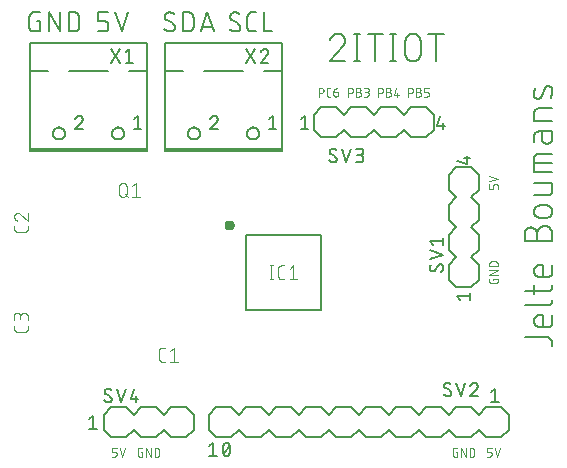
<source format=gbr>
G04 EAGLE Gerber RS-274X export*
G75*
%MOMM*%
%FSLAX34Y34*%
%LPD*%
%INSilkscreen Top*%
%IPPOS*%
%AMOC8*
5,1,8,0,0,1.08239X$1,22.5*%
G01*
%ADD10C,0.152400*%
%ADD11C,0.203200*%
%ADD12C,0.050800*%
%ADD13C,0.101600*%
%ADD14C,0.200000*%
%ADD15C,0.400000*%
%ADD16C,0.127000*%


D10*
X57884Y390793D02*
X60593Y390793D01*
X60593Y381762D01*
X55174Y381762D01*
X55056Y381764D01*
X54938Y381770D01*
X54820Y381779D01*
X54703Y381793D01*
X54586Y381810D01*
X54469Y381831D01*
X54354Y381856D01*
X54239Y381885D01*
X54125Y381918D01*
X54013Y381954D01*
X53902Y381994D01*
X53792Y382037D01*
X53683Y382084D01*
X53576Y382134D01*
X53471Y382189D01*
X53368Y382246D01*
X53267Y382307D01*
X53167Y382371D01*
X53070Y382438D01*
X52975Y382508D01*
X52883Y382582D01*
X52792Y382658D01*
X52705Y382738D01*
X52620Y382820D01*
X52538Y382905D01*
X52458Y382992D01*
X52382Y383083D01*
X52308Y383175D01*
X52238Y383270D01*
X52171Y383367D01*
X52107Y383467D01*
X52046Y383568D01*
X51989Y383671D01*
X51934Y383776D01*
X51884Y383883D01*
X51837Y383992D01*
X51794Y384102D01*
X51754Y384213D01*
X51718Y384325D01*
X51685Y384439D01*
X51656Y384554D01*
X51631Y384669D01*
X51610Y384786D01*
X51593Y384903D01*
X51579Y385020D01*
X51570Y385138D01*
X51564Y385256D01*
X51562Y385374D01*
X51562Y394406D01*
X51564Y394524D01*
X51570Y394642D01*
X51579Y394760D01*
X51593Y394877D01*
X51610Y394994D01*
X51631Y395111D01*
X51656Y395226D01*
X51685Y395341D01*
X51718Y395455D01*
X51754Y395567D01*
X51794Y395678D01*
X51837Y395788D01*
X51884Y395897D01*
X51934Y396004D01*
X51988Y396109D01*
X52046Y396212D01*
X52107Y396313D01*
X52171Y396413D01*
X52238Y396510D01*
X52308Y396605D01*
X52382Y396697D01*
X52458Y396788D01*
X52538Y396875D01*
X52620Y396960D01*
X52705Y397042D01*
X52792Y397122D01*
X52883Y397198D01*
X52975Y397272D01*
X53070Y397342D01*
X53167Y397409D01*
X53267Y397473D01*
X53368Y397534D01*
X53471Y397591D01*
X53576Y397645D01*
X53683Y397696D01*
X53792Y397743D01*
X53902Y397786D01*
X54013Y397826D01*
X54125Y397862D01*
X54239Y397895D01*
X54354Y397924D01*
X54469Y397949D01*
X54586Y397970D01*
X54703Y397987D01*
X54820Y398001D01*
X54938Y398010D01*
X55056Y398016D01*
X55174Y398018D01*
X60593Y398018D01*
X68235Y398018D02*
X68235Y381762D01*
X77266Y381762D02*
X68235Y398018D01*
X77266Y398018D02*
X77266Y381762D01*
X84909Y381762D02*
X84909Y398018D01*
X89424Y398018D01*
X89555Y398016D01*
X89687Y398010D01*
X89818Y398001D01*
X89948Y397987D01*
X90079Y397970D01*
X90208Y397949D01*
X90337Y397925D01*
X90465Y397896D01*
X90593Y397864D01*
X90719Y397828D01*
X90844Y397789D01*
X90969Y397746D01*
X91091Y397699D01*
X91213Y397649D01*
X91333Y397595D01*
X91451Y397538D01*
X91567Y397477D01*
X91682Y397413D01*
X91795Y397346D01*
X91906Y397275D01*
X92014Y397201D01*
X92121Y397124D01*
X92225Y397044D01*
X92327Y396961D01*
X92426Y396876D01*
X92523Y396787D01*
X92617Y396695D01*
X92709Y396601D01*
X92798Y396504D01*
X92883Y396405D01*
X92966Y396303D01*
X93046Y396199D01*
X93123Y396092D01*
X93197Y395984D01*
X93268Y395873D01*
X93335Y395760D01*
X93399Y395645D01*
X93460Y395529D01*
X93517Y395411D01*
X93571Y395291D01*
X93621Y395169D01*
X93668Y395047D01*
X93711Y394922D01*
X93750Y394797D01*
X93786Y394671D01*
X93818Y394543D01*
X93847Y394415D01*
X93871Y394286D01*
X93892Y394157D01*
X93909Y394026D01*
X93923Y393896D01*
X93932Y393765D01*
X93938Y393633D01*
X93940Y393502D01*
X93940Y386278D01*
X93938Y386147D01*
X93932Y386015D01*
X93923Y385884D01*
X93909Y385754D01*
X93892Y385623D01*
X93871Y385494D01*
X93847Y385365D01*
X93818Y385237D01*
X93786Y385109D01*
X93750Y384983D01*
X93711Y384858D01*
X93668Y384733D01*
X93621Y384611D01*
X93571Y384489D01*
X93517Y384369D01*
X93460Y384251D01*
X93399Y384135D01*
X93335Y384020D01*
X93268Y383907D01*
X93197Y383796D01*
X93123Y383688D01*
X93046Y383581D01*
X92966Y383477D01*
X92883Y383375D01*
X92798Y383276D01*
X92709Y383179D01*
X92617Y383085D01*
X92523Y382993D01*
X92426Y382904D01*
X92327Y382819D01*
X92225Y382736D01*
X92121Y382656D01*
X92014Y382579D01*
X91906Y382505D01*
X91795Y382434D01*
X91682Y382367D01*
X91567Y382303D01*
X91451Y382242D01*
X91333Y382185D01*
X91213Y382131D01*
X91091Y382081D01*
X90969Y382034D01*
X90844Y381991D01*
X90719Y381952D01*
X90593Y381916D01*
X90465Y381884D01*
X90337Y381855D01*
X90208Y381831D01*
X90078Y381810D01*
X89948Y381793D01*
X89818Y381779D01*
X89687Y381770D01*
X89555Y381764D01*
X89424Y381762D01*
X84909Y381762D01*
X109398Y381762D02*
X114816Y381762D01*
X114934Y381764D01*
X115052Y381770D01*
X115170Y381779D01*
X115287Y381793D01*
X115404Y381810D01*
X115521Y381831D01*
X115636Y381856D01*
X115751Y381885D01*
X115865Y381918D01*
X115977Y381954D01*
X116088Y381994D01*
X116198Y382037D01*
X116307Y382084D01*
X116414Y382134D01*
X116519Y382189D01*
X116622Y382246D01*
X116723Y382307D01*
X116823Y382371D01*
X116920Y382438D01*
X117015Y382508D01*
X117107Y382582D01*
X117198Y382658D01*
X117285Y382738D01*
X117370Y382820D01*
X117452Y382905D01*
X117532Y382992D01*
X117608Y383083D01*
X117682Y383175D01*
X117752Y383270D01*
X117819Y383367D01*
X117883Y383467D01*
X117944Y383568D01*
X118001Y383671D01*
X118056Y383776D01*
X118106Y383883D01*
X118153Y383992D01*
X118196Y384102D01*
X118236Y384213D01*
X118272Y384325D01*
X118305Y384439D01*
X118334Y384554D01*
X118359Y384669D01*
X118380Y384786D01*
X118397Y384903D01*
X118411Y385020D01*
X118420Y385138D01*
X118426Y385256D01*
X118428Y385374D01*
X118429Y385374D02*
X118429Y387181D01*
X118428Y387181D02*
X118426Y387299D01*
X118420Y387417D01*
X118411Y387535D01*
X118397Y387652D01*
X118380Y387769D01*
X118359Y387886D01*
X118334Y388001D01*
X118305Y388116D01*
X118272Y388230D01*
X118236Y388342D01*
X118196Y388453D01*
X118153Y388563D01*
X118106Y388672D01*
X118056Y388779D01*
X118001Y388884D01*
X117944Y388987D01*
X117883Y389088D01*
X117819Y389188D01*
X117752Y389285D01*
X117682Y389380D01*
X117608Y389472D01*
X117532Y389563D01*
X117452Y389650D01*
X117370Y389735D01*
X117285Y389817D01*
X117198Y389897D01*
X117107Y389973D01*
X117015Y390047D01*
X116920Y390117D01*
X116823Y390184D01*
X116723Y390248D01*
X116622Y390309D01*
X116519Y390366D01*
X116414Y390421D01*
X116307Y390471D01*
X116198Y390518D01*
X116088Y390561D01*
X115977Y390601D01*
X115865Y390637D01*
X115751Y390670D01*
X115636Y390699D01*
X115521Y390724D01*
X115404Y390745D01*
X115287Y390762D01*
X115170Y390776D01*
X115052Y390785D01*
X114934Y390791D01*
X114816Y390793D01*
X109398Y390793D01*
X109398Y398018D01*
X118429Y398018D01*
X124126Y398018D02*
X129544Y381762D01*
X134963Y398018D01*
X171281Y381762D02*
X171399Y381764D01*
X171517Y381770D01*
X171635Y381779D01*
X171752Y381793D01*
X171869Y381810D01*
X171986Y381831D01*
X172101Y381856D01*
X172216Y381885D01*
X172330Y381918D01*
X172442Y381954D01*
X172553Y381994D01*
X172663Y382037D01*
X172772Y382084D01*
X172879Y382134D01*
X172984Y382189D01*
X173087Y382246D01*
X173188Y382307D01*
X173288Y382371D01*
X173385Y382438D01*
X173480Y382508D01*
X173572Y382582D01*
X173663Y382658D01*
X173750Y382738D01*
X173835Y382820D01*
X173917Y382905D01*
X173997Y382992D01*
X174073Y383083D01*
X174147Y383175D01*
X174217Y383270D01*
X174284Y383367D01*
X174348Y383467D01*
X174409Y383568D01*
X174466Y383671D01*
X174521Y383776D01*
X174571Y383883D01*
X174618Y383992D01*
X174661Y384102D01*
X174701Y384213D01*
X174737Y384325D01*
X174770Y384439D01*
X174799Y384554D01*
X174824Y384669D01*
X174845Y384786D01*
X174862Y384903D01*
X174876Y385020D01*
X174885Y385138D01*
X174891Y385256D01*
X174893Y385374D01*
X171281Y381762D02*
X171098Y381764D01*
X170916Y381771D01*
X170734Y381782D01*
X170552Y381797D01*
X170370Y381817D01*
X170189Y381840D01*
X170009Y381869D01*
X169829Y381901D01*
X169650Y381938D01*
X169473Y381979D01*
X169296Y382025D01*
X169120Y382074D01*
X168946Y382128D01*
X168772Y382186D01*
X168601Y382248D01*
X168431Y382314D01*
X168262Y382385D01*
X168095Y382459D01*
X167930Y382537D01*
X167767Y382619D01*
X167606Y382705D01*
X167447Y382795D01*
X167290Y382889D01*
X167136Y382986D01*
X166984Y383087D01*
X166834Y383192D01*
X166687Y383300D01*
X166543Y383411D01*
X166401Y383526D01*
X166262Y383645D01*
X166126Y383767D01*
X165993Y383892D01*
X165863Y384020D01*
X166314Y394406D02*
X166316Y394524D01*
X166322Y394642D01*
X166331Y394760D01*
X166345Y394877D01*
X166362Y394994D01*
X166383Y395111D01*
X166408Y395226D01*
X166437Y395341D01*
X166470Y395455D01*
X166506Y395567D01*
X166546Y395678D01*
X166589Y395788D01*
X166636Y395897D01*
X166686Y396004D01*
X166741Y396109D01*
X166798Y396212D01*
X166859Y396313D01*
X166923Y396413D01*
X166990Y396510D01*
X167060Y396605D01*
X167134Y396697D01*
X167210Y396788D01*
X167290Y396875D01*
X167372Y396960D01*
X167457Y397042D01*
X167544Y397122D01*
X167635Y397198D01*
X167727Y397272D01*
X167822Y397342D01*
X167919Y397409D01*
X168019Y397473D01*
X168120Y397534D01*
X168223Y397592D01*
X168328Y397646D01*
X168435Y397696D01*
X168544Y397743D01*
X168654Y397787D01*
X168765Y397826D01*
X168878Y397862D01*
X168991Y397895D01*
X169106Y397924D01*
X169221Y397949D01*
X169338Y397970D01*
X169455Y397987D01*
X169572Y398001D01*
X169690Y398010D01*
X169808Y398016D01*
X169926Y398018D01*
X170087Y398016D01*
X170249Y398010D01*
X170410Y398001D01*
X170571Y397987D01*
X170731Y397970D01*
X170891Y397949D01*
X171051Y397924D01*
X171210Y397895D01*
X171368Y397863D01*
X171525Y397827D01*
X171681Y397787D01*
X171837Y397743D01*
X171991Y397695D01*
X172144Y397644D01*
X172296Y397590D01*
X172447Y397531D01*
X172596Y397470D01*
X172743Y397404D01*
X172889Y397335D01*
X173034Y397263D01*
X173176Y397187D01*
X173317Y397108D01*
X173456Y397026D01*
X173592Y396940D01*
X173727Y396851D01*
X173860Y396759D01*
X173990Y396663D01*
X168119Y391245D02*
X168018Y391307D01*
X167918Y391372D01*
X167821Y391441D01*
X167726Y391513D01*
X167633Y391587D01*
X167543Y391665D01*
X167455Y391746D01*
X167370Y391829D01*
X167288Y391915D01*
X167209Y392004D01*
X167132Y392095D01*
X167059Y392189D01*
X166988Y392285D01*
X166921Y392383D01*
X166857Y392483D01*
X166796Y392586D01*
X166739Y392690D01*
X166685Y392796D01*
X166635Y392904D01*
X166588Y393013D01*
X166544Y393124D01*
X166504Y393236D01*
X166468Y393350D01*
X166436Y393464D01*
X166407Y393580D01*
X166382Y393696D01*
X166361Y393813D01*
X166344Y393931D01*
X166330Y394049D01*
X166321Y394168D01*
X166315Y394287D01*
X166313Y394406D01*
X173087Y388535D02*
X173188Y388473D01*
X173288Y388408D01*
X173385Y388339D01*
X173480Y388267D01*
X173573Y388193D01*
X173663Y388115D01*
X173751Y388034D01*
X173836Y387951D01*
X173918Y387865D01*
X173997Y387776D01*
X174074Y387685D01*
X174147Y387591D01*
X174218Y387495D01*
X174285Y387397D01*
X174349Y387297D01*
X174410Y387194D01*
X174467Y387090D01*
X174521Y386984D01*
X174571Y386876D01*
X174618Y386767D01*
X174662Y386656D01*
X174702Y386544D01*
X174738Y386430D01*
X174770Y386316D01*
X174799Y386200D01*
X174824Y386084D01*
X174845Y385967D01*
X174862Y385849D01*
X174876Y385731D01*
X174885Y385612D01*
X174891Y385493D01*
X174893Y385374D01*
X173087Y388535D02*
X168120Y391245D01*
X181493Y398018D02*
X181493Y381762D01*
X181493Y398018D02*
X186009Y398018D01*
X186140Y398016D01*
X186272Y398010D01*
X186403Y398001D01*
X186533Y397987D01*
X186664Y397970D01*
X186793Y397949D01*
X186922Y397925D01*
X187050Y397896D01*
X187178Y397864D01*
X187304Y397828D01*
X187429Y397789D01*
X187554Y397746D01*
X187676Y397699D01*
X187798Y397649D01*
X187918Y397595D01*
X188036Y397538D01*
X188152Y397477D01*
X188267Y397413D01*
X188380Y397346D01*
X188491Y397275D01*
X188599Y397201D01*
X188706Y397124D01*
X188810Y397044D01*
X188912Y396961D01*
X189011Y396876D01*
X189108Y396787D01*
X189202Y396695D01*
X189294Y396601D01*
X189383Y396504D01*
X189468Y396405D01*
X189551Y396303D01*
X189631Y396199D01*
X189708Y396092D01*
X189782Y395984D01*
X189853Y395873D01*
X189920Y395760D01*
X189984Y395645D01*
X190045Y395529D01*
X190102Y395411D01*
X190156Y395291D01*
X190206Y395169D01*
X190253Y395047D01*
X190296Y394922D01*
X190335Y394797D01*
X190371Y394671D01*
X190403Y394543D01*
X190432Y394415D01*
X190456Y394286D01*
X190477Y394157D01*
X190494Y394026D01*
X190508Y393896D01*
X190517Y393765D01*
X190523Y393633D01*
X190525Y393502D01*
X190524Y393502D02*
X190524Y386278D01*
X190525Y386278D02*
X190523Y386147D01*
X190517Y386015D01*
X190508Y385884D01*
X190494Y385754D01*
X190477Y385623D01*
X190456Y385494D01*
X190432Y385365D01*
X190403Y385237D01*
X190371Y385109D01*
X190335Y384983D01*
X190296Y384858D01*
X190253Y384733D01*
X190206Y384611D01*
X190156Y384489D01*
X190102Y384369D01*
X190045Y384251D01*
X189984Y384135D01*
X189920Y384020D01*
X189853Y383907D01*
X189782Y383796D01*
X189708Y383688D01*
X189631Y383581D01*
X189551Y383477D01*
X189468Y383375D01*
X189383Y383276D01*
X189294Y383179D01*
X189202Y383085D01*
X189108Y382993D01*
X189011Y382904D01*
X188912Y382819D01*
X188810Y382736D01*
X188706Y382656D01*
X188599Y382579D01*
X188491Y382505D01*
X188380Y382434D01*
X188267Y382367D01*
X188152Y382303D01*
X188036Y382242D01*
X187918Y382185D01*
X187798Y382131D01*
X187676Y382081D01*
X187554Y382034D01*
X187429Y381991D01*
X187304Y381952D01*
X187178Y381916D01*
X187050Y381884D01*
X186922Y381855D01*
X186793Y381831D01*
X186663Y381810D01*
X186533Y381793D01*
X186403Y381779D01*
X186272Y381770D01*
X186140Y381764D01*
X186009Y381762D01*
X181493Y381762D01*
X196742Y381762D02*
X202161Y398018D01*
X207580Y381762D01*
X206225Y385826D02*
X198097Y385826D01*
X226511Y381762D02*
X226629Y381764D01*
X226747Y381770D01*
X226865Y381779D01*
X226982Y381793D01*
X227099Y381810D01*
X227216Y381831D01*
X227331Y381856D01*
X227446Y381885D01*
X227560Y381918D01*
X227672Y381954D01*
X227783Y381994D01*
X227893Y382037D01*
X228002Y382084D01*
X228109Y382134D01*
X228214Y382189D01*
X228317Y382246D01*
X228418Y382307D01*
X228518Y382371D01*
X228615Y382438D01*
X228710Y382508D01*
X228802Y382582D01*
X228893Y382658D01*
X228980Y382738D01*
X229065Y382820D01*
X229147Y382905D01*
X229227Y382992D01*
X229303Y383083D01*
X229377Y383175D01*
X229447Y383270D01*
X229514Y383367D01*
X229578Y383467D01*
X229639Y383568D01*
X229696Y383671D01*
X229751Y383776D01*
X229801Y383883D01*
X229848Y383992D01*
X229891Y384102D01*
X229931Y384213D01*
X229967Y384325D01*
X230000Y384439D01*
X230029Y384554D01*
X230054Y384669D01*
X230075Y384786D01*
X230092Y384903D01*
X230106Y385020D01*
X230115Y385138D01*
X230121Y385256D01*
X230123Y385374D01*
X226511Y381762D02*
X226328Y381764D01*
X226146Y381771D01*
X225964Y381782D01*
X225782Y381797D01*
X225600Y381817D01*
X225419Y381840D01*
X225239Y381869D01*
X225059Y381901D01*
X224880Y381938D01*
X224703Y381979D01*
X224526Y382025D01*
X224350Y382074D01*
X224176Y382128D01*
X224002Y382186D01*
X223831Y382248D01*
X223661Y382314D01*
X223492Y382385D01*
X223325Y382459D01*
X223160Y382537D01*
X222997Y382619D01*
X222836Y382705D01*
X222677Y382795D01*
X222520Y382889D01*
X222366Y382986D01*
X222214Y383087D01*
X222064Y383192D01*
X221917Y383300D01*
X221773Y383411D01*
X221631Y383526D01*
X221492Y383645D01*
X221356Y383767D01*
X221223Y383892D01*
X221093Y384020D01*
X221544Y394406D02*
X221546Y394524D01*
X221552Y394642D01*
X221561Y394760D01*
X221575Y394877D01*
X221592Y394994D01*
X221613Y395111D01*
X221638Y395226D01*
X221667Y395341D01*
X221700Y395455D01*
X221736Y395567D01*
X221776Y395678D01*
X221819Y395788D01*
X221866Y395897D01*
X221916Y396004D01*
X221971Y396109D01*
X222028Y396212D01*
X222089Y396313D01*
X222153Y396413D01*
X222220Y396510D01*
X222290Y396605D01*
X222364Y396697D01*
X222440Y396788D01*
X222520Y396875D01*
X222602Y396960D01*
X222687Y397042D01*
X222774Y397122D01*
X222865Y397198D01*
X222957Y397272D01*
X223052Y397342D01*
X223149Y397409D01*
X223249Y397473D01*
X223350Y397534D01*
X223453Y397592D01*
X223558Y397646D01*
X223665Y397696D01*
X223774Y397743D01*
X223884Y397787D01*
X223995Y397826D01*
X224108Y397862D01*
X224221Y397895D01*
X224336Y397924D01*
X224451Y397949D01*
X224568Y397970D01*
X224685Y397987D01*
X224802Y398001D01*
X224920Y398010D01*
X225038Y398016D01*
X225156Y398018D01*
X225317Y398016D01*
X225479Y398010D01*
X225640Y398001D01*
X225801Y397987D01*
X225961Y397970D01*
X226121Y397949D01*
X226281Y397924D01*
X226440Y397895D01*
X226598Y397863D01*
X226755Y397827D01*
X226911Y397787D01*
X227067Y397743D01*
X227221Y397695D01*
X227374Y397644D01*
X227526Y397590D01*
X227677Y397531D01*
X227826Y397470D01*
X227973Y397404D01*
X228119Y397335D01*
X228264Y397263D01*
X228406Y397187D01*
X228547Y397108D01*
X228686Y397026D01*
X228822Y396940D01*
X228957Y396851D01*
X229090Y396759D01*
X229220Y396663D01*
X223350Y391245D02*
X223249Y391307D01*
X223149Y391372D01*
X223052Y391441D01*
X222957Y391513D01*
X222864Y391587D01*
X222774Y391665D01*
X222686Y391746D01*
X222601Y391829D01*
X222519Y391915D01*
X222440Y392004D01*
X222363Y392095D01*
X222290Y392189D01*
X222219Y392285D01*
X222152Y392383D01*
X222088Y392483D01*
X222027Y392586D01*
X221970Y392690D01*
X221916Y392796D01*
X221866Y392904D01*
X221819Y393013D01*
X221775Y393124D01*
X221735Y393236D01*
X221699Y393350D01*
X221667Y393464D01*
X221638Y393580D01*
X221613Y393696D01*
X221592Y393813D01*
X221575Y393931D01*
X221561Y394049D01*
X221552Y394168D01*
X221546Y394287D01*
X221544Y394406D01*
X228318Y388535D02*
X228419Y388473D01*
X228519Y388408D01*
X228616Y388339D01*
X228711Y388267D01*
X228804Y388193D01*
X228894Y388115D01*
X228982Y388034D01*
X229067Y387951D01*
X229149Y387865D01*
X229228Y387776D01*
X229305Y387685D01*
X229378Y387591D01*
X229449Y387495D01*
X229516Y387397D01*
X229580Y387297D01*
X229641Y387194D01*
X229698Y387090D01*
X229752Y386984D01*
X229802Y386876D01*
X229849Y386767D01*
X229893Y386656D01*
X229933Y386544D01*
X229969Y386430D01*
X230001Y386316D01*
X230030Y386200D01*
X230055Y386084D01*
X230076Y385967D01*
X230093Y385849D01*
X230107Y385731D01*
X230116Y385612D01*
X230122Y385493D01*
X230124Y385374D01*
X228317Y388535D02*
X223350Y391245D01*
X239776Y381762D02*
X243388Y381762D01*
X239776Y381762D02*
X239658Y381764D01*
X239540Y381770D01*
X239422Y381779D01*
X239305Y381793D01*
X239188Y381810D01*
X239071Y381831D01*
X238956Y381856D01*
X238841Y381885D01*
X238727Y381918D01*
X238615Y381954D01*
X238504Y381994D01*
X238394Y382037D01*
X238285Y382084D01*
X238178Y382134D01*
X238073Y382189D01*
X237970Y382246D01*
X237869Y382307D01*
X237769Y382371D01*
X237672Y382438D01*
X237577Y382508D01*
X237485Y382582D01*
X237394Y382658D01*
X237307Y382738D01*
X237222Y382820D01*
X237140Y382905D01*
X237060Y382992D01*
X236984Y383083D01*
X236910Y383175D01*
X236840Y383270D01*
X236773Y383367D01*
X236709Y383467D01*
X236648Y383568D01*
X236591Y383671D01*
X236536Y383776D01*
X236486Y383883D01*
X236439Y383992D01*
X236396Y384102D01*
X236356Y384213D01*
X236320Y384325D01*
X236287Y384439D01*
X236258Y384554D01*
X236233Y384669D01*
X236212Y384786D01*
X236195Y384903D01*
X236181Y385020D01*
X236172Y385138D01*
X236166Y385256D01*
X236164Y385374D01*
X236163Y385374D02*
X236163Y394406D01*
X236164Y394406D02*
X236166Y394524D01*
X236172Y394642D01*
X236181Y394760D01*
X236195Y394877D01*
X236212Y394994D01*
X236233Y395111D01*
X236258Y395226D01*
X236287Y395341D01*
X236320Y395455D01*
X236356Y395567D01*
X236396Y395678D01*
X236439Y395788D01*
X236486Y395897D01*
X236536Y396004D01*
X236590Y396109D01*
X236648Y396212D01*
X236709Y396313D01*
X236773Y396413D01*
X236840Y396510D01*
X236910Y396605D01*
X236984Y396697D01*
X237060Y396788D01*
X237140Y396875D01*
X237222Y396960D01*
X237307Y397042D01*
X237394Y397122D01*
X237485Y397198D01*
X237577Y397272D01*
X237672Y397342D01*
X237769Y397409D01*
X237869Y397473D01*
X237970Y397534D01*
X238073Y397591D01*
X238178Y397645D01*
X238285Y397696D01*
X238394Y397743D01*
X238504Y397786D01*
X238615Y397826D01*
X238727Y397862D01*
X238841Y397895D01*
X238956Y397924D01*
X239071Y397949D01*
X239188Y397970D01*
X239305Y397987D01*
X239422Y398001D01*
X239540Y398010D01*
X239658Y398016D01*
X239776Y398018D01*
X243388Y398018D01*
X249779Y398018D02*
X249779Y381762D01*
X257004Y381762D01*
D11*
X312956Y379984D02*
X313106Y379982D01*
X313257Y379976D01*
X313407Y379967D01*
X313557Y379953D01*
X313706Y379936D01*
X313855Y379914D01*
X314003Y379889D01*
X314151Y379860D01*
X314298Y379828D01*
X314444Y379791D01*
X314589Y379751D01*
X314733Y379707D01*
X314875Y379660D01*
X315017Y379608D01*
X315157Y379554D01*
X315295Y379495D01*
X315433Y379433D01*
X315568Y379368D01*
X315702Y379299D01*
X315833Y379226D01*
X315963Y379150D01*
X316091Y379071D01*
X316217Y378989D01*
X316341Y378903D01*
X316462Y378815D01*
X316582Y378723D01*
X316698Y378628D01*
X316813Y378530D01*
X316924Y378429D01*
X317033Y378326D01*
X317140Y378219D01*
X317243Y378110D01*
X317344Y377999D01*
X317442Y377884D01*
X317537Y377768D01*
X317629Y377648D01*
X317717Y377527D01*
X317803Y377403D01*
X317885Y377277D01*
X317964Y377149D01*
X318040Y377019D01*
X318113Y376888D01*
X318182Y376754D01*
X318247Y376619D01*
X318309Y376481D01*
X318368Y376343D01*
X318422Y376203D01*
X318474Y376061D01*
X318521Y375919D01*
X318565Y375775D01*
X318605Y375630D01*
X318642Y375484D01*
X318674Y375337D01*
X318703Y375189D01*
X318728Y375041D01*
X318750Y374892D01*
X318767Y374743D01*
X318781Y374593D01*
X318790Y374443D01*
X318796Y374292D01*
X318798Y374142D01*
X312956Y379984D02*
X312775Y379982D01*
X312593Y379975D01*
X312412Y379964D01*
X312231Y379949D01*
X312051Y379929D01*
X311871Y379905D01*
X311692Y379877D01*
X311513Y379844D01*
X311335Y379807D01*
X311159Y379766D01*
X310983Y379720D01*
X310808Y379670D01*
X310635Y379616D01*
X310463Y379558D01*
X310293Y379496D01*
X310124Y379429D01*
X309957Y379359D01*
X309791Y379284D01*
X309628Y379206D01*
X309466Y379123D01*
X309306Y379037D01*
X309149Y378947D01*
X308993Y378853D01*
X308840Y378755D01*
X308690Y378654D01*
X308542Y378549D01*
X308396Y378440D01*
X308253Y378328D01*
X308113Y378213D01*
X307976Y378094D01*
X307842Y377972D01*
X307711Y377846D01*
X307582Y377718D01*
X307457Y377587D01*
X307335Y377452D01*
X307217Y377315D01*
X307101Y377175D01*
X306990Y377032D01*
X306881Y376886D01*
X306776Y376738D01*
X306675Y376587D01*
X306578Y376434D01*
X306484Y376279D01*
X306394Y376121D01*
X306308Y375961D01*
X306226Y375799D01*
X306147Y375636D01*
X306073Y375470D01*
X306003Y375303D01*
X305936Y375134D01*
X305874Y374963D01*
X305816Y374791D01*
X316851Y369598D02*
X316961Y369706D01*
X317068Y369816D01*
X317173Y369929D01*
X317275Y370044D01*
X317374Y370162D01*
X317470Y370282D01*
X317564Y370405D01*
X317654Y370529D01*
X317741Y370656D01*
X317825Y370785D01*
X317906Y370917D01*
X317983Y371050D01*
X318057Y371185D01*
X318128Y371321D01*
X318196Y371460D01*
X318260Y371600D01*
X318321Y371741D01*
X318378Y371884D01*
X318431Y372028D01*
X318481Y372174D01*
X318528Y372321D01*
X318571Y372469D01*
X318610Y372618D01*
X318646Y372767D01*
X318677Y372918D01*
X318706Y373069D01*
X318730Y373221D01*
X318751Y373374D01*
X318768Y373527D01*
X318781Y373680D01*
X318790Y373834D01*
X318796Y373988D01*
X318798Y374142D01*
X316851Y369598D02*
X305816Y356616D01*
X318798Y356616D01*
X329010Y356616D02*
X329010Y379984D01*
X326414Y356616D02*
X331607Y356616D01*
X331607Y379984D02*
X326414Y379984D01*
X344321Y379984D02*
X344321Y356616D01*
X337830Y379984D02*
X350812Y379984D01*
X359632Y379984D02*
X359632Y356616D01*
X357036Y356616D02*
X362229Y356616D01*
X362229Y379984D02*
X357036Y379984D01*
X369844Y373493D02*
X369844Y363107D01*
X369844Y373493D02*
X369846Y373652D01*
X369852Y373811D01*
X369862Y373971D01*
X369875Y374129D01*
X369893Y374288D01*
X369914Y374445D01*
X369940Y374603D01*
X369969Y374759D01*
X370002Y374915D01*
X370039Y375070D01*
X370079Y375224D01*
X370124Y375377D01*
X370172Y375529D01*
X370223Y375680D01*
X370279Y375829D01*
X370338Y375977D01*
X370401Y376123D01*
X370467Y376268D01*
X370537Y376411D01*
X370610Y376553D01*
X370687Y376692D01*
X370767Y376830D01*
X370851Y376966D01*
X370938Y377099D01*
X371028Y377231D01*
X371121Y377360D01*
X371218Y377486D01*
X371317Y377611D01*
X371420Y377733D01*
X371525Y377852D01*
X371634Y377969D01*
X371745Y378083D01*
X371859Y378194D01*
X371976Y378303D01*
X372095Y378408D01*
X372217Y378511D01*
X372342Y378610D01*
X372468Y378707D01*
X372597Y378800D01*
X372729Y378890D01*
X372862Y378977D01*
X372998Y379061D01*
X373136Y379141D01*
X373275Y379218D01*
X373417Y379291D01*
X373560Y379361D01*
X373705Y379427D01*
X373851Y379490D01*
X373999Y379549D01*
X374148Y379605D01*
X374299Y379656D01*
X374451Y379704D01*
X374604Y379749D01*
X374758Y379789D01*
X374913Y379826D01*
X375069Y379859D01*
X375225Y379888D01*
X375383Y379914D01*
X375540Y379935D01*
X375699Y379953D01*
X375857Y379966D01*
X376017Y379976D01*
X376176Y379982D01*
X376335Y379984D01*
X376494Y379982D01*
X376653Y379976D01*
X376813Y379966D01*
X376971Y379953D01*
X377130Y379935D01*
X377287Y379914D01*
X377445Y379888D01*
X377601Y379859D01*
X377757Y379826D01*
X377912Y379789D01*
X378066Y379749D01*
X378219Y379704D01*
X378371Y379656D01*
X378522Y379605D01*
X378671Y379549D01*
X378819Y379490D01*
X378965Y379427D01*
X379110Y379361D01*
X379253Y379291D01*
X379395Y379218D01*
X379534Y379141D01*
X379672Y379061D01*
X379808Y378977D01*
X379941Y378890D01*
X380073Y378800D01*
X380202Y378707D01*
X380328Y378610D01*
X380453Y378511D01*
X380575Y378408D01*
X380694Y378303D01*
X380811Y378194D01*
X380925Y378083D01*
X381036Y377969D01*
X381145Y377852D01*
X381250Y377733D01*
X381353Y377611D01*
X381452Y377486D01*
X381549Y377360D01*
X381642Y377231D01*
X381732Y377099D01*
X381819Y376966D01*
X381903Y376830D01*
X381983Y376692D01*
X382060Y376553D01*
X382133Y376411D01*
X382203Y376268D01*
X382269Y376123D01*
X382332Y375977D01*
X382391Y375829D01*
X382447Y375680D01*
X382498Y375529D01*
X382546Y375377D01*
X382591Y375224D01*
X382631Y375070D01*
X382668Y374915D01*
X382701Y374759D01*
X382730Y374603D01*
X382756Y374445D01*
X382777Y374288D01*
X382795Y374129D01*
X382808Y373971D01*
X382818Y373811D01*
X382824Y373652D01*
X382826Y373493D01*
X382826Y363107D01*
X382824Y362948D01*
X382818Y362789D01*
X382808Y362629D01*
X382795Y362471D01*
X382777Y362312D01*
X382756Y362155D01*
X382730Y361997D01*
X382701Y361841D01*
X382668Y361685D01*
X382631Y361530D01*
X382591Y361376D01*
X382546Y361223D01*
X382498Y361071D01*
X382447Y360920D01*
X382391Y360771D01*
X382332Y360623D01*
X382269Y360477D01*
X382203Y360332D01*
X382133Y360189D01*
X382060Y360047D01*
X381983Y359908D01*
X381903Y359770D01*
X381819Y359634D01*
X381732Y359501D01*
X381642Y359369D01*
X381549Y359240D01*
X381452Y359114D01*
X381353Y358989D01*
X381250Y358867D01*
X381145Y358748D01*
X381036Y358631D01*
X380925Y358517D01*
X380811Y358406D01*
X380694Y358297D01*
X380575Y358192D01*
X380453Y358089D01*
X380328Y357990D01*
X380202Y357893D01*
X380073Y357800D01*
X379941Y357710D01*
X379808Y357623D01*
X379672Y357539D01*
X379534Y357459D01*
X379395Y357382D01*
X379253Y357309D01*
X379110Y357239D01*
X378965Y357173D01*
X378819Y357110D01*
X378671Y357051D01*
X378522Y356995D01*
X378371Y356944D01*
X378219Y356896D01*
X378066Y356851D01*
X377912Y356811D01*
X377757Y356774D01*
X377601Y356741D01*
X377445Y356712D01*
X377287Y356686D01*
X377130Y356665D01*
X376971Y356647D01*
X376813Y356634D01*
X376653Y356624D01*
X376494Y356618D01*
X376335Y356616D01*
X376176Y356618D01*
X376017Y356624D01*
X375857Y356634D01*
X375699Y356647D01*
X375540Y356665D01*
X375383Y356686D01*
X375225Y356712D01*
X375069Y356741D01*
X374913Y356774D01*
X374758Y356811D01*
X374604Y356851D01*
X374451Y356896D01*
X374299Y356944D01*
X374148Y356995D01*
X373999Y357051D01*
X373851Y357110D01*
X373705Y357173D01*
X373560Y357239D01*
X373417Y357309D01*
X373275Y357382D01*
X373136Y357459D01*
X372998Y357539D01*
X372862Y357623D01*
X372729Y357710D01*
X372597Y357800D01*
X372468Y357893D01*
X372342Y357990D01*
X372217Y358089D01*
X372095Y358192D01*
X371976Y358297D01*
X371859Y358406D01*
X371745Y358517D01*
X371634Y358631D01*
X371525Y358748D01*
X371420Y358867D01*
X371317Y358989D01*
X371218Y359114D01*
X371121Y359240D01*
X371028Y359369D01*
X370938Y359501D01*
X370851Y359634D01*
X370767Y359770D01*
X370687Y359908D01*
X370610Y360047D01*
X370537Y360189D01*
X370467Y360332D01*
X370401Y360477D01*
X370338Y360623D01*
X370279Y360771D01*
X370223Y360920D01*
X370172Y361071D01*
X370124Y361223D01*
X370079Y361376D01*
X370039Y361530D01*
X370002Y361685D01*
X369969Y361841D01*
X369940Y361997D01*
X369914Y362155D01*
X369893Y362312D01*
X369875Y362471D01*
X369862Y362629D01*
X369852Y362789D01*
X369846Y362948D01*
X369844Y363107D01*
X395822Y356616D02*
X395822Y379984D01*
X389331Y379984D02*
X402313Y379984D01*
X470916Y123105D02*
X489091Y123105D01*
X489234Y123103D01*
X489377Y123097D01*
X489520Y123087D01*
X489662Y123073D01*
X489804Y123056D01*
X489946Y123034D01*
X490087Y123009D01*
X490227Y122979D01*
X490366Y122946D01*
X490504Y122909D01*
X490641Y122868D01*
X490777Y122824D01*
X490912Y122775D01*
X491045Y122723D01*
X491177Y122668D01*
X491307Y122608D01*
X491436Y122545D01*
X491563Y122479D01*
X491688Y122409D01*
X491810Y122336D01*
X491931Y122259D01*
X492050Y122179D01*
X492166Y122096D01*
X492281Y122010D01*
X492392Y121921D01*
X492502Y121828D01*
X492608Y121733D01*
X492712Y121634D01*
X492813Y121533D01*
X492912Y121429D01*
X493007Y121323D01*
X493100Y121213D01*
X493189Y121102D01*
X493275Y120987D01*
X493358Y120871D01*
X493438Y120752D01*
X493515Y120631D01*
X493588Y120509D01*
X493658Y120384D01*
X493724Y120257D01*
X493787Y120128D01*
X493847Y119998D01*
X493902Y119866D01*
X493954Y119733D01*
X494003Y119598D01*
X494047Y119462D01*
X494088Y119325D01*
X494125Y119187D01*
X494158Y119048D01*
X494188Y118908D01*
X494213Y118767D01*
X494235Y118625D01*
X494252Y118483D01*
X494266Y118341D01*
X494276Y118198D01*
X494282Y118055D01*
X494284Y117912D01*
X494284Y115316D01*
X494284Y135469D02*
X494284Y141960D01*
X494284Y135469D02*
X494282Y135347D01*
X494276Y135224D01*
X494267Y135102D01*
X494253Y134981D01*
X494236Y134860D01*
X494215Y134739D01*
X494190Y134619D01*
X494162Y134500D01*
X494129Y134382D01*
X494093Y134265D01*
X494054Y134150D01*
X494010Y134035D01*
X493964Y133922D01*
X493913Y133811D01*
X493859Y133701D01*
X493802Y133593D01*
X493742Y133486D01*
X493678Y133382D01*
X493610Y133280D01*
X493540Y133180D01*
X493467Y133082D01*
X493390Y132986D01*
X493311Y132893D01*
X493228Y132803D01*
X493143Y132715D01*
X493055Y132630D01*
X492965Y132547D01*
X492872Y132468D01*
X492776Y132391D01*
X492678Y132318D01*
X492578Y132248D01*
X492476Y132180D01*
X492372Y132116D01*
X492265Y132056D01*
X492157Y131999D01*
X492047Y131945D01*
X491936Y131894D01*
X491823Y131848D01*
X491708Y131804D01*
X491593Y131765D01*
X491476Y131729D01*
X491358Y131696D01*
X491239Y131668D01*
X491119Y131643D01*
X490998Y131622D01*
X490877Y131605D01*
X490756Y131591D01*
X490634Y131582D01*
X490511Y131576D01*
X490389Y131574D01*
X483898Y131574D01*
X483755Y131576D01*
X483612Y131582D01*
X483469Y131592D01*
X483327Y131606D01*
X483185Y131623D01*
X483043Y131645D01*
X482902Y131670D01*
X482762Y131700D01*
X482623Y131733D01*
X482485Y131770D01*
X482348Y131811D01*
X482212Y131855D01*
X482077Y131904D01*
X481944Y131956D01*
X481812Y132011D01*
X481682Y132071D01*
X481553Y132134D01*
X481426Y132200D01*
X481301Y132270D01*
X481179Y132343D01*
X481058Y132420D01*
X480939Y132500D01*
X480823Y132583D01*
X480708Y132669D01*
X480597Y132758D01*
X480487Y132851D01*
X480381Y132946D01*
X480277Y133045D01*
X480176Y133146D01*
X480077Y133250D01*
X479982Y133356D01*
X479889Y133466D01*
X479800Y133577D01*
X479714Y133692D01*
X479631Y133808D01*
X479551Y133927D01*
X479474Y134048D01*
X479401Y134171D01*
X479331Y134295D01*
X479265Y134422D01*
X479202Y134551D01*
X479142Y134681D01*
X479087Y134813D01*
X479035Y134946D01*
X478986Y135081D01*
X478942Y135217D01*
X478901Y135354D01*
X478864Y135492D01*
X478831Y135631D01*
X478801Y135771D01*
X478776Y135912D01*
X478754Y136054D01*
X478737Y136196D01*
X478723Y136338D01*
X478713Y136481D01*
X478707Y136624D01*
X478705Y136767D01*
X478707Y136910D01*
X478713Y137053D01*
X478723Y137196D01*
X478737Y137338D01*
X478754Y137480D01*
X478776Y137622D01*
X478801Y137763D01*
X478831Y137903D01*
X478864Y138042D01*
X478901Y138180D01*
X478942Y138317D01*
X478986Y138453D01*
X479035Y138588D01*
X479087Y138721D01*
X479142Y138853D01*
X479202Y138983D01*
X479265Y139112D01*
X479331Y139239D01*
X479401Y139364D01*
X479474Y139486D01*
X479551Y139607D01*
X479631Y139726D01*
X479714Y139842D01*
X479800Y139957D01*
X479889Y140068D01*
X479982Y140178D01*
X480077Y140284D01*
X480176Y140388D01*
X480277Y140489D01*
X480381Y140588D01*
X480487Y140683D01*
X480597Y140776D01*
X480708Y140865D01*
X480823Y140951D01*
X480939Y141034D01*
X481058Y141114D01*
X481179Y141191D01*
X481302Y141264D01*
X481426Y141334D01*
X481553Y141400D01*
X481682Y141463D01*
X481812Y141523D01*
X481944Y141578D01*
X482077Y141630D01*
X482212Y141679D01*
X482348Y141723D01*
X482485Y141764D01*
X482623Y141801D01*
X482762Y141834D01*
X482902Y141864D01*
X483043Y141889D01*
X483185Y141911D01*
X483327Y141928D01*
X483469Y141942D01*
X483612Y141952D01*
X483755Y141958D01*
X483898Y141960D01*
X486495Y141960D01*
X486495Y131574D01*
X490389Y150175D02*
X470916Y150175D01*
X490389Y150175D02*
X490511Y150177D01*
X490634Y150183D01*
X490756Y150192D01*
X490877Y150206D01*
X490998Y150223D01*
X491119Y150244D01*
X491239Y150269D01*
X491358Y150297D01*
X491476Y150330D01*
X491593Y150366D01*
X491708Y150405D01*
X491823Y150449D01*
X491936Y150495D01*
X492047Y150546D01*
X492157Y150600D01*
X492265Y150657D01*
X492372Y150717D01*
X492476Y150781D01*
X492578Y150849D01*
X492678Y150919D01*
X492776Y150992D01*
X492872Y151069D01*
X492965Y151148D01*
X493055Y151231D01*
X493143Y151316D01*
X493228Y151404D01*
X493311Y151494D01*
X493390Y151587D01*
X493467Y151683D01*
X493540Y151781D01*
X493610Y151881D01*
X493678Y151983D01*
X493742Y152087D01*
X493802Y152194D01*
X493859Y152302D01*
X493913Y152412D01*
X493964Y152523D01*
X494010Y152636D01*
X494054Y152751D01*
X494093Y152866D01*
X494129Y152983D01*
X494162Y153101D01*
X494190Y153220D01*
X494215Y153340D01*
X494236Y153461D01*
X494253Y153582D01*
X494267Y153703D01*
X494276Y153825D01*
X494282Y153948D01*
X494284Y154070D01*
X478705Y159235D02*
X478705Y167024D01*
X470916Y161832D02*
X490389Y161832D01*
X490389Y161831D02*
X490511Y161833D01*
X490634Y161839D01*
X490756Y161848D01*
X490877Y161862D01*
X490998Y161879D01*
X491119Y161900D01*
X491239Y161925D01*
X491358Y161953D01*
X491476Y161986D01*
X491593Y162022D01*
X491708Y162061D01*
X491823Y162105D01*
X491936Y162151D01*
X492047Y162202D01*
X492157Y162256D01*
X492265Y162313D01*
X492372Y162373D01*
X492476Y162437D01*
X492578Y162505D01*
X492678Y162575D01*
X492776Y162648D01*
X492872Y162725D01*
X492965Y162804D01*
X493055Y162887D01*
X493143Y162972D01*
X493228Y163060D01*
X493311Y163150D01*
X493390Y163243D01*
X493467Y163339D01*
X493540Y163437D01*
X493610Y163537D01*
X493678Y163639D01*
X493742Y163743D01*
X493802Y163850D01*
X493859Y163958D01*
X493913Y164068D01*
X493964Y164179D01*
X494010Y164292D01*
X494054Y164407D01*
X494093Y164522D01*
X494129Y164639D01*
X494162Y164757D01*
X494190Y164876D01*
X494215Y164996D01*
X494236Y165117D01*
X494253Y165238D01*
X494267Y165359D01*
X494276Y165481D01*
X494282Y165604D01*
X494284Y165726D01*
X494284Y167024D01*
X494284Y177922D02*
X494284Y184414D01*
X494284Y177922D02*
X494282Y177800D01*
X494276Y177677D01*
X494267Y177555D01*
X494253Y177434D01*
X494236Y177313D01*
X494215Y177192D01*
X494190Y177072D01*
X494162Y176953D01*
X494129Y176835D01*
X494093Y176718D01*
X494054Y176603D01*
X494010Y176488D01*
X493964Y176375D01*
X493913Y176264D01*
X493859Y176154D01*
X493802Y176046D01*
X493742Y175939D01*
X493678Y175835D01*
X493610Y175733D01*
X493540Y175633D01*
X493467Y175535D01*
X493390Y175439D01*
X493311Y175346D01*
X493228Y175256D01*
X493143Y175168D01*
X493055Y175083D01*
X492965Y175000D01*
X492872Y174921D01*
X492776Y174844D01*
X492678Y174771D01*
X492578Y174701D01*
X492476Y174633D01*
X492372Y174569D01*
X492265Y174509D01*
X492157Y174452D01*
X492047Y174398D01*
X491936Y174347D01*
X491823Y174301D01*
X491708Y174257D01*
X491593Y174218D01*
X491476Y174182D01*
X491358Y174149D01*
X491239Y174121D01*
X491119Y174096D01*
X490998Y174075D01*
X490877Y174058D01*
X490756Y174044D01*
X490634Y174035D01*
X490511Y174029D01*
X490389Y174027D01*
X490389Y174028D02*
X483898Y174028D01*
X483755Y174030D01*
X483612Y174036D01*
X483469Y174046D01*
X483327Y174060D01*
X483185Y174077D01*
X483043Y174099D01*
X482902Y174124D01*
X482762Y174154D01*
X482623Y174187D01*
X482485Y174224D01*
X482348Y174265D01*
X482212Y174309D01*
X482077Y174358D01*
X481944Y174410D01*
X481812Y174465D01*
X481682Y174525D01*
X481553Y174588D01*
X481426Y174654D01*
X481301Y174724D01*
X481179Y174797D01*
X481058Y174874D01*
X480939Y174954D01*
X480823Y175037D01*
X480708Y175123D01*
X480597Y175212D01*
X480487Y175305D01*
X480381Y175400D01*
X480277Y175499D01*
X480176Y175600D01*
X480077Y175704D01*
X479982Y175810D01*
X479889Y175920D01*
X479800Y176031D01*
X479714Y176146D01*
X479631Y176262D01*
X479551Y176381D01*
X479474Y176502D01*
X479401Y176625D01*
X479331Y176749D01*
X479265Y176876D01*
X479202Y177005D01*
X479142Y177135D01*
X479087Y177267D01*
X479035Y177400D01*
X478986Y177535D01*
X478942Y177671D01*
X478901Y177808D01*
X478864Y177946D01*
X478831Y178085D01*
X478801Y178225D01*
X478776Y178366D01*
X478754Y178508D01*
X478737Y178650D01*
X478723Y178792D01*
X478713Y178935D01*
X478707Y179078D01*
X478705Y179221D01*
X478707Y179364D01*
X478713Y179507D01*
X478723Y179650D01*
X478737Y179792D01*
X478754Y179934D01*
X478776Y180076D01*
X478801Y180217D01*
X478831Y180357D01*
X478864Y180496D01*
X478901Y180634D01*
X478942Y180771D01*
X478986Y180907D01*
X479035Y181042D01*
X479087Y181175D01*
X479142Y181307D01*
X479202Y181437D01*
X479265Y181566D01*
X479331Y181693D01*
X479401Y181818D01*
X479474Y181940D01*
X479551Y182061D01*
X479631Y182180D01*
X479714Y182296D01*
X479800Y182411D01*
X479889Y182522D01*
X479982Y182632D01*
X480077Y182738D01*
X480176Y182842D01*
X480277Y182943D01*
X480381Y183042D01*
X480487Y183137D01*
X480597Y183230D01*
X480708Y183319D01*
X480823Y183405D01*
X480939Y183488D01*
X481058Y183568D01*
X481179Y183645D01*
X481302Y183718D01*
X481426Y183788D01*
X481553Y183854D01*
X481682Y183917D01*
X481812Y183977D01*
X481944Y184032D01*
X482077Y184084D01*
X482212Y184133D01*
X482348Y184177D01*
X482485Y184218D01*
X482623Y184255D01*
X482762Y184288D01*
X482902Y184318D01*
X483043Y184343D01*
X483185Y184365D01*
X483327Y184382D01*
X483469Y184396D01*
X483612Y184406D01*
X483755Y184412D01*
X483898Y184414D01*
X486495Y184414D01*
X486495Y174028D01*
X481302Y204195D02*
X481302Y210686D01*
X481304Y210845D01*
X481310Y211004D01*
X481320Y211164D01*
X481333Y211322D01*
X481351Y211481D01*
X481372Y211638D01*
X481398Y211796D01*
X481427Y211952D01*
X481460Y212108D01*
X481497Y212263D01*
X481537Y212417D01*
X481582Y212570D01*
X481630Y212722D01*
X481681Y212873D01*
X481737Y213022D01*
X481796Y213170D01*
X481859Y213316D01*
X481925Y213461D01*
X481995Y213604D01*
X482068Y213746D01*
X482145Y213885D01*
X482225Y214023D01*
X482309Y214159D01*
X482396Y214292D01*
X482486Y214424D01*
X482579Y214553D01*
X482676Y214679D01*
X482775Y214804D01*
X482878Y214926D01*
X482983Y215045D01*
X483092Y215162D01*
X483203Y215276D01*
X483317Y215387D01*
X483434Y215496D01*
X483553Y215601D01*
X483675Y215704D01*
X483800Y215803D01*
X483926Y215900D01*
X484055Y215993D01*
X484187Y216083D01*
X484320Y216170D01*
X484456Y216254D01*
X484594Y216334D01*
X484733Y216411D01*
X484875Y216484D01*
X485018Y216554D01*
X485163Y216620D01*
X485309Y216683D01*
X485457Y216742D01*
X485606Y216798D01*
X485757Y216849D01*
X485909Y216897D01*
X486062Y216942D01*
X486216Y216982D01*
X486371Y217019D01*
X486527Y217052D01*
X486683Y217081D01*
X486841Y217107D01*
X486998Y217128D01*
X487157Y217146D01*
X487315Y217159D01*
X487475Y217169D01*
X487634Y217175D01*
X487793Y217177D01*
X487952Y217175D01*
X488111Y217169D01*
X488271Y217159D01*
X488429Y217146D01*
X488588Y217128D01*
X488745Y217107D01*
X488903Y217081D01*
X489059Y217052D01*
X489215Y217019D01*
X489370Y216982D01*
X489524Y216942D01*
X489677Y216897D01*
X489829Y216849D01*
X489980Y216798D01*
X490129Y216742D01*
X490277Y216683D01*
X490423Y216620D01*
X490568Y216554D01*
X490711Y216484D01*
X490853Y216411D01*
X490992Y216334D01*
X491130Y216254D01*
X491266Y216170D01*
X491399Y216083D01*
X491531Y215993D01*
X491660Y215900D01*
X491786Y215803D01*
X491911Y215704D01*
X492033Y215601D01*
X492152Y215496D01*
X492269Y215387D01*
X492383Y215276D01*
X492494Y215162D01*
X492603Y215045D01*
X492708Y214926D01*
X492811Y214804D01*
X492910Y214679D01*
X493007Y214553D01*
X493100Y214424D01*
X493190Y214292D01*
X493277Y214159D01*
X493361Y214023D01*
X493441Y213885D01*
X493518Y213746D01*
X493591Y213604D01*
X493661Y213461D01*
X493727Y213316D01*
X493790Y213170D01*
X493849Y213022D01*
X493905Y212873D01*
X493956Y212722D01*
X494004Y212570D01*
X494049Y212417D01*
X494089Y212263D01*
X494126Y212108D01*
X494159Y211952D01*
X494188Y211796D01*
X494214Y211638D01*
X494235Y211481D01*
X494253Y211322D01*
X494266Y211164D01*
X494276Y211004D01*
X494282Y210845D01*
X494284Y210686D01*
X494284Y204195D01*
X470916Y204195D01*
X470916Y210686D01*
X470918Y210829D01*
X470924Y210972D01*
X470934Y211115D01*
X470948Y211257D01*
X470965Y211399D01*
X470987Y211541D01*
X471012Y211682D01*
X471042Y211822D01*
X471075Y211961D01*
X471112Y212099D01*
X471153Y212236D01*
X471197Y212372D01*
X471246Y212507D01*
X471298Y212640D01*
X471353Y212772D01*
X471413Y212902D01*
X471476Y213031D01*
X471542Y213158D01*
X471612Y213283D01*
X471685Y213405D01*
X471762Y213526D01*
X471842Y213645D01*
X471925Y213761D01*
X472011Y213876D01*
X472100Y213987D01*
X472193Y214097D01*
X472288Y214203D01*
X472387Y214307D01*
X472488Y214408D01*
X472592Y214507D01*
X472698Y214602D01*
X472808Y214695D01*
X472919Y214784D01*
X473034Y214870D01*
X473150Y214953D01*
X473269Y215033D01*
X473390Y215110D01*
X473513Y215183D01*
X473637Y215253D01*
X473764Y215319D01*
X473893Y215382D01*
X474023Y215442D01*
X474155Y215497D01*
X474288Y215549D01*
X474423Y215598D01*
X474559Y215642D01*
X474696Y215683D01*
X474834Y215720D01*
X474973Y215753D01*
X475113Y215783D01*
X475254Y215808D01*
X475396Y215830D01*
X475538Y215847D01*
X475680Y215861D01*
X475823Y215871D01*
X475966Y215877D01*
X476109Y215879D01*
X476252Y215877D01*
X476395Y215871D01*
X476538Y215861D01*
X476680Y215847D01*
X476822Y215830D01*
X476964Y215808D01*
X477105Y215783D01*
X477245Y215753D01*
X477384Y215720D01*
X477522Y215683D01*
X477659Y215642D01*
X477795Y215598D01*
X477930Y215549D01*
X478063Y215497D01*
X478195Y215442D01*
X478325Y215382D01*
X478454Y215319D01*
X478581Y215253D01*
X478706Y215183D01*
X478828Y215110D01*
X478949Y215033D01*
X479068Y214953D01*
X479184Y214870D01*
X479299Y214784D01*
X479410Y214695D01*
X479520Y214602D01*
X479626Y214507D01*
X479730Y214408D01*
X479831Y214307D01*
X479930Y214203D01*
X480025Y214097D01*
X480118Y213987D01*
X480207Y213876D01*
X480293Y213761D01*
X480376Y213645D01*
X480456Y213526D01*
X480533Y213405D01*
X480606Y213283D01*
X480676Y213158D01*
X480742Y213031D01*
X480805Y212902D01*
X480865Y212772D01*
X480920Y212640D01*
X480972Y212507D01*
X481021Y212372D01*
X481065Y212236D01*
X481106Y212099D01*
X481143Y211961D01*
X481176Y211822D01*
X481206Y211682D01*
X481231Y211541D01*
X481253Y211399D01*
X481270Y211257D01*
X481284Y211115D01*
X481294Y210972D01*
X481300Y210829D01*
X481302Y210686D01*
X483898Y224137D02*
X489091Y224137D01*
X483898Y224137D02*
X483755Y224139D01*
X483612Y224145D01*
X483469Y224155D01*
X483327Y224169D01*
X483185Y224186D01*
X483043Y224208D01*
X482902Y224233D01*
X482762Y224263D01*
X482623Y224296D01*
X482485Y224333D01*
X482348Y224374D01*
X482212Y224418D01*
X482077Y224467D01*
X481944Y224519D01*
X481812Y224574D01*
X481682Y224634D01*
X481553Y224697D01*
X481426Y224763D01*
X481301Y224833D01*
X481179Y224906D01*
X481058Y224983D01*
X480939Y225063D01*
X480823Y225146D01*
X480708Y225232D01*
X480597Y225321D01*
X480487Y225414D01*
X480381Y225509D01*
X480277Y225608D01*
X480176Y225709D01*
X480077Y225813D01*
X479982Y225919D01*
X479889Y226029D01*
X479800Y226140D01*
X479714Y226255D01*
X479631Y226371D01*
X479551Y226490D01*
X479474Y226611D01*
X479401Y226734D01*
X479331Y226858D01*
X479265Y226985D01*
X479202Y227114D01*
X479142Y227244D01*
X479087Y227376D01*
X479035Y227509D01*
X478986Y227644D01*
X478942Y227780D01*
X478901Y227917D01*
X478864Y228055D01*
X478831Y228194D01*
X478801Y228334D01*
X478776Y228475D01*
X478754Y228617D01*
X478737Y228759D01*
X478723Y228901D01*
X478713Y229044D01*
X478707Y229187D01*
X478705Y229330D01*
X478707Y229473D01*
X478713Y229616D01*
X478723Y229759D01*
X478737Y229901D01*
X478754Y230043D01*
X478776Y230185D01*
X478801Y230326D01*
X478831Y230466D01*
X478864Y230605D01*
X478901Y230743D01*
X478942Y230880D01*
X478986Y231016D01*
X479035Y231151D01*
X479087Y231284D01*
X479142Y231416D01*
X479202Y231546D01*
X479265Y231675D01*
X479331Y231802D01*
X479401Y231927D01*
X479474Y232049D01*
X479551Y232170D01*
X479631Y232289D01*
X479714Y232405D01*
X479800Y232520D01*
X479889Y232631D01*
X479982Y232741D01*
X480077Y232847D01*
X480176Y232951D01*
X480277Y233052D01*
X480381Y233151D01*
X480487Y233246D01*
X480597Y233339D01*
X480708Y233428D01*
X480823Y233514D01*
X480939Y233597D01*
X481058Y233677D01*
X481179Y233754D01*
X481302Y233827D01*
X481426Y233897D01*
X481553Y233963D01*
X481682Y234026D01*
X481812Y234086D01*
X481944Y234141D01*
X482077Y234193D01*
X482212Y234242D01*
X482348Y234286D01*
X482485Y234327D01*
X482623Y234364D01*
X482762Y234397D01*
X482902Y234427D01*
X483043Y234452D01*
X483185Y234474D01*
X483327Y234491D01*
X483469Y234505D01*
X483612Y234515D01*
X483755Y234521D01*
X483898Y234523D01*
X489091Y234523D01*
X489234Y234521D01*
X489377Y234515D01*
X489520Y234505D01*
X489662Y234491D01*
X489804Y234474D01*
X489946Y234452D01*
X490087Y234427D01*
X490227Y234397D01*
X490366Y234364D01*
X490504Y234327D01*
X490641Y234286D01*
X490777Y234242D01*
X490912Y234193D01*
X491045Y234141D01*
X491177Y234086D01*
X491307Y234026D01*
X491436Y233963D01*
X491563Y233897D01*
X491688Y233827D01*
X491810Y233754D01*
X491931Y233677D01*
X492050Y233597D01*
X492166Y233514D01*
X492281Y233428D01*
X492392Y233339D01*
X492502Y233246D01*
X492608Y233151D01*
X492712Y233052D01*
X492813Y232951D01*
X492912Y232847D01*
X493007Y232741D01*
X493100Y232631D01*
X493189Y232520D01*
X493275Y232405D01*
X493358Y232289D01*
X493438Y232170D01*
X493515Y232049D01*
X493588Y231926D01*
X493658Y231802D01*
X493724Y231675D01*
X493787Y231546D01*
X493847Y231416D01*
X493902Y231284D01*
X493954Y231151D01*
X494003Y231016D01*
X494047Y230880D01*
X494088Y230743D01*
X494125Y230605D01*
X494158Y230466D01*
X494188Y230326D01*
X494213Y230185D01*
X494235Y230043D01*
X494252Y229901D01*
X494266Y229759D01*
X494276Y229616D01*
X494282Y229473D01*
X494284Y229330D01*
X494282Y229187D01*
X494276Y229044D01*
X494266Y228901D01*
X494252Y228759D01*
X494235Y228617D01*
X494213Y228475D01*
X494188Y228334D01*
X494158Y228194D01*
X494125Y228055D01*
X494088Y227917D01*
X494047Y227780D01*
X494003Y227644D01*
X493954Y227509D01*
X493902Y227376D01*
X493847Y227244D01*
X493787Y227114D01*
X493724Y226985D01*
X493658Y226858D01*
X493588Y226733D01*
X493515Y226611D01*
X493438Y226490D01*
X493358Y226371D01*
X493275Y226255D01*
X493189Y226140D01*
X493100Y226029D01*
X493007Y225919D01*
X492912Y225813D01*
X492813Y225709D01*
X492712Y225608D01*
X492608Y225509D01*
X492502Y225414D01*
X492392Y225321D01*
X492281Y225232D01*
X492166Y225146D01*
X492050Y225063D01*
X491931Y224983D01*
X491810Y224906D01*
X491688Y224833D01*
X491563Y224763D01*
X491436Y224697D01*
X491307Y224634D01*
X491177Y224574D01*
X491045Y224519D01*
X490912Y224467D01*
X490777Y224418D01*
X490641Y224374D01*
X490504Y224333D01*
X490366Y224296D01*
X490227Y224263D01*
X490087Y224233D01*
X489946Y224208D01*
X489804Y224186D01*
X489662Y224169D01*
X489520Y224155D01*
X489377Y224145D01*
X489234Y224139D01*
X489091Y224137D01*
X490389Y242928D02*
X478705Y242928D01*
X490389Y242927D02*
X490511Y242929D01*
X490634Y242935D01*
X490756Y242944D01*
X490877Y242958D01*
X490998Y242975D01*
X491119Y242996D01*
X491239Y243021D01*
X491358Y243049D01*
X491476Y243082D01*
X491593Y243118D01*
X491708Y243157D01*
X491823Y243201D01*
X491936Y243247D01*
X492047Y243298D01*
X492157Y243352D01*
X492265Y243409D01*
X492372Y243469D01*
X492476Y243533D01*
X492578Y243601D01*
X492678Y243671D01*
X492776Y243744D01*
X492872Y243821D01*
X492965Y243900D01*
X493055Y243983D01*
X493143Y244068D01*
X493228Y244156D01*
X493311Y244246D01*
X493390Y244339D01*
X493467Y244435D01*
X493540Y244533D01*
X493610Y244633D01*
X493678Y244735D01*
X493742Y244839D01*
X493802Y244946D01*
X493859Y245054D01*
X493913Y245164D01*
X493964Y245275D01*
X494010Y245388D01*
X494054Y245503D01*
X494093Y245618D01*
X494129Y245735D01*
X494162Y245853D01*
X494190Y245972D01*
X494215Y246092D01*
X494236Y246213D01*
X494253Y246334D01*
X494267Y246455D01*
X494276Y246577D01*
X494282Y246700D01*
X494284Y246822D01*
X494284Y253313D01*
X478705Y253313D01*
X478705Y262602D02*
X494284Y262602D01*
X478705Y262602D02*
X478705Y274286D01*
X478707Y274408D01*
X478713Y274531D01*
X478722Y274653D01*
X478736Y274774D01*
X478753Y274895D01*
X478774Y275016D01*
X478799Y275136D01*
X478827Y275255D01*
X478860Y275373D01*
X478896Y275490D01*
X478935Y275605D01*
X478979Y275720D01*
X479025Y275833D01*
X479076Y275944D01*
X479130Y276054D01*
X479187Y276162D01*
X479247Y276269D01*
X479311Y276373D01*
X479379Y276475D01*
X479449Y276575D01*
X479522Y276673D01*
X479599Y276769D01*
X479678Y276862D01*
X479761Y276952D01*
X479846Y277040D01*
X479934Y277125D01*
X480024Y277208D01*
X480117Y277287D01*
X480213Y277364D01*
X480311Y277437D01*
X480411Y277507D01*
X480513Y277575D01*
X480617Y277639D01*
X480724Y277699D01*
X480832Y277756D01*
X480942Y277810D01*
X481053Y277861D01*
X481166Y277907D01*
X481281Y277951D01*
X481396Y277990D01*
X481513Y278026D01*
X481631Y278059D01*
X481750Y278087D01*
X481870Y278112D01*
X481991Y278133D01*
X482112Y278150D01*
X482233Y278164D01*
X482355Y278173D01*
X482478Y278179D01*
X482600Y278181D01*
X494284Y278181D01*
X494284Y270391D02*
X478705Y270391D01*
X485196Y291266D02*
X485196Y297108D01*
X485196Y291266D02*
X485198Y291133D01*
X485204Y290999D01*
X485214Y290866D01*
X485227Y290734D01*
X485245Y290601D01*
X485266Y290470D01*
X485292Y290339D01*
X485321Y290208D01*
X485354Y290079D01*
X485390Y289951D01*
X485431Y289824D01*
X485475Y289698D01*
X485523Y289573D01*
X485575Y289450D01*
X485630Y289329D01*
X485688Y289209D01*
X485750Y289091D01*
X485816Y288975D01*
X485885Y288861D01*
X485957Y288748D01*
X486033Y288638D01*
X486111Y288531D01*
X486193Y288425D01*
X486278Y288323D01*
X486366Y288222D01*
X486457Y288124D01*
X486551Y288029D01*
X486647Y287937D01*
X486746Y287848D01*
X486848Y287761D01*
X486952Y287678D01*
X487058Y287598D01*
X487167Y287521D01*
X487278Y287447D01*
X487391Y287376D01*
X487507Y287309D01*
X487624Y287245D01*
X487743Y287184D01*
X487863Y287128D01*
X487986Y287074D01*
X488110Y287025D01*
X488235Y286979D01*
X488361Y286936D01*
X488489Y286898D01*
X488618Y286863D01*
X488747Y286832D01*
X488878Y286804D01*
X489009Y286781D01*
X489141Y286762D01*
X489274Y286746D01*
X489407Y286734D01*
X489540Y286726D01*
X489673Y286722D01*
X489807Y286722D01*
X489940Y286726D01*
X490073Y286734D01*
X490206Y286746D01*
X490339Y286762D01*
X490471Y286781D01*
X490602Y286804D01*
X490733Y286832D01*
X490862Y286863D01*
X490991Y286898D01*
X491119Y286936D01*
X491245Y286979D01*
X491370Y287025D01*
X491494Y287074D01*
X491617Y287128D01*
X491737Y287184D01*
X491856Y287245D01*
X491973Y287309D01*
X492089Y287376D01*
X492202Y287447D01*
X492313Y287521D01*
X492422Y287598D01*
X492528Y287678D01*
X492632Y287761D01*
X492734Y287848D01*
X492833Y287937D01*
X492929Y288029D01*
X493023Y288124D01*
X493114Y288222D01*
X493202Y288323D01*
X493287Y288425D01*
X493369Y288531D01*
X493447Y288638D01*
X493523Y288748D01*
X493595Y288861D01*
X493664Y288975D01*
X493730Y289091D01*
X493792Y289209D01*
X493850Y289329D01*
X493905Y289450D01*
X493957Y289573D01*
X494005Y289698D01*
X494049Y289824D01*
X494090Y289951D01*
X494126Y290079D01*
X494159Y290208D01*
X494188Y290339D01*
X494214Y290470D01*
X494235Y290601D01*
X494253Y290734D01*
X494266Y290866D01*
X494276Y290999D01*
X494282Y291133D01*
X494284Y291266D01*
X494284Y297108D01*
X482600Y297108D01*
X482478Y297106D01*
X482355Y297100D01*
X482233Y297091D01*
X482112Y297077D01*
X481991Y297060D01*
X481870Y297039D01*
X481750Y297014D01*
X481631Y296986D01*
X481513Y296953D01*
X481396Y296917D01*
X481281Y296878D01*
X481166Y296834D01*
X481053Y296788D01*
X480942Y296737D01*
X480832Y296683D01*
X480724Y296626D01*
X480617Y296566D01*
X480513Y296502D01*
X480411Y296434D01*
X480311Y296364D01*
X480213Y296291D01*
X480117Y296214D01*
X480024Y296135D01*
X479934Y296052D01*
X479846Y295967D01*
X479761Y295879D01*
X479678Y295789D01*
X479599Y295696D01*
X479522Y295600D01*
X479449Y295502D01*
X479379Y295402D01*
X479311Y295300D01*
X479247Y295196D01*
X479187Y295089D01*
X479130Y294981D01*
X479076Y294871D01*
X479025Y294760D01*
X478979Y294647D01*
X478935Y294532D01*
X478896Y294417D01*
X478860Y294300D01*
X478827Y294182D01*
X478799Y294063D01*
X478774Y293943D01*
X478753Y293822D01*
X478736Y293701D01*
X478722Y293580D01*
X478713Y293458D01*
X478707Y293335D01*
X478705Y293213D01*
X478705Y288020D01*
X478705Y306260D02*
X494284Y306260D01*
X478705Y306260D02*
X478705Y312751D01*
X478707Y312873D01*
X478713Y312996D01*
X478722Y313118D01*
X478736Y313239D01*
X478753Y313360D01*
X478774Y313481D01*
X478799Y313601D01*
X478827Y313720D01*
X478860Y313838D01*
X478896Y313955D01*
X478935Y314070D01*
X478979Y314185D01*
X479025Y314298D01*
X479076Y314409D01*
X479130Y314519D01*
X479187Y314627D01*
X479247Y314734D01*
X479311Y314838D01*
X479379Y314940D01*
X479449Y315040D01*
X479522Y315138D01*
X479599Y315234D01*
X479678Y315327D01*
X479761Y315417D01*
X479846Y315505D01*
X479934Y315590D01*
X480024Y315673D01*
X480117Y315752D01*
X480213Y315829D01*
X480311Y315902D01*
X480411Y315972D01*
X480513Y316040D01*
X480617Y316104D01*
X480724Y316164D01*
X480832Y316221D01*
X480942Y316275D01*
X481053Y316326D01*
X481166Y316372D01*
X481281Y316416D01*
X481396Y316455D01*
X481513Y316491D01*
X481631Y316524D01*
X481750Y316552D01*
X481870Y316577D01*
X481991Y316598D01*
X482112Y316615D01*
X482233Y316629D01*
X482355Y316638D01*
X482478Y316644D01*
X482600Y316646D01*
X494284Y316646D01*
X485196Y326998D02*
X487793Y333489D01*
X485196Y326998D02*
X485152Y326892D01*
X485103Y326787D01*
X485051Y326684D01*
X484996Y326583D01*
X484937Y326483D01*
X484875Y326386D01*
X484810Y326291D01*
X484741Y326199D01*
X484669Y326108D01*
X484595Y326021D01*
X484517Y325935D01*
X484436Y325853D01*
X484353Y325773D01*
X484267Y325697D01*
X484178Y325623D01*
X484087Y325552D01*
X483993Y325485D01*
X483897Y325421D01*
X483799Y325360D01*
X483700Y325302D01*
X483598Y325248D01*
X483494Y325198D01*
X483389Y325151D01*
X483282Y325107D01*
X483173Y325068D01*
X483064Y325032D01*
X482953Y325000D01*
X482841Y324971D01*
X482729Y324947D01*
X482615Y324926D01*
X482501Y324910D01*
X482386Y324897D01*
X482271Y324888D01*
X482156Y324883D01*
X482041Y324882D01*
X481926Y324885D01*
X481810Y324892D01*
X481696Y324903D01*
X481581Y324918D01*
X481468Y324937D01*
X481354Y324959D01*
X481242Y324986D01*
X481131Y325016D01*
X481021Y325050D01*
X480912Y325088D01*
X480804Y325129D01*
X480698Y325175D01*
X480594Y325224D01*
X480491Y325276D01*
X480390Y325332D01*
X480291Y325391D01*
X480194Y325454D01*
X480100Y325520D01*
X480007Y325589D01*
X479917Y325661D01*
X479830Y325736D01*
X479745Y325815D01*
X479663Y325896D01*
X479584Y325980D01*
X479508Y326066D01*
X479435Y326155D01*
X479365Y326247D01*
X479298Y326341D01*
X479234Y326437D01*
X479174Y326535D01*
X479117Y326635D01*
X479063Y326737D01*
X479013Y326841D01*
X478967Y326947D01*
X478924Y327054D01*
X478885Y327163D01*
X478850Y327272D01*
X478818Y327383D01*
X478790Y327495D01*
X478766Y327608D01*
X478746Y327722D01*
X478730Y327836D01*
X478718Y327950D01*
X478710Y328065D01*
X478706Y328181D01*
X478705Y328296D01*
X478706Y328296D02*
X478715Y328651D01*
X478733Y329005D01*
X478759Y329358D01*
X478794Y329711D01*
X478837Y330063D01*
X478889Y330414D01*
X478949Y330763D01*
X479018Y331111D01*
X479095Y331457D01*
X479180Y331801D01*
X479273Y332143D01*
X479375Y332482D01*
X479485Y332819D01*
X479602Y333154D01*
X479728Y333485D01*
X479862Y333813D01*
X480004Y334138D01*
X487793Y333489D02*
X487837Y333595D01*
X487886Y333700D01*
X487938Y333803D01*
X487993Y333904D01*
X488052Y334004D01*
X488114Y334101D01*
X488179Y334196D01*
X488248Y334288D01*
X488320Y334379D01*
X488394Y334466D01*
X488472Y334552D01*
X488553Y334634D01*
X488636Y334714D01*
X488722Y334790D01*
X488811Y334864D01*
X488902Y334935D01*
X488996Y335002D01*
X489092Y335066D01*
X489190Y335127D01*
X489289Y335185D01*
X489391Y335239D01*
X489495Y335289D01*
X489600Y335336D01*
X489707Y335380D01*
X489816Y335419D01*
X489925Y335455D01*
X490036Y335487D01*
X490148Y335516D01*
X490260Y335540D01*
X490374Y335561D01*
X490488Y335577D01*
X490603Y335590D01*
X490718Y335599D01*
X490833Y335604D01*
X490948Y335605D01*
X491063Y335602D01*
X491179Y335595D01*
X491293Y335584D01*
X491408Y335569D01*
X491521Y335550D01*
X491635Y335528D01*
X491747Y335501D01*
X491858Y335471D01*
X491968Y335437D01*
X492077Y335399D01*
X492185Y335358D01*
X492291Y335312D01*
X492395Y335263D01*
X492498Y335211D01*
X492599Y335155D01*
X492698Y335096D01*
X492795Y335033D01*
X492889Y334967D01*
X492982Y334898D01*
X493072Y334826D01*
X493159Y334751D01*
X493244Y334672D01*
X493326Y334591D01*
X493405Y334507D01*
X493481Y334421D01*
X493554Y334332D01*
X493624Y334240D01*
X493691Y334146D01*
X493755Y334050D01*
X493815Y333952D01*
X493872Y333852D01*
X493926Y333750D01*
X493976Y333646D01*
X494022Y333540D01*
X494065Y333433D01*
X494104Y333324D01*
X494139Y333215D01*
X494171Y333104D01*
X494199Y332992D01*
X494223Y332879D01*
X494243Y332765D01*
X494259Y332651D01*
X494271Y332537D01*
X494279Y332421D01*
X494283Y332306D01*
X494284Y332191D01*
X494284Y332190D02*
X494270Y331670D01*
X494244Y331150D01*
X494206Y330630D01*
X494156Y330112D01*
X494093Y329595D01*
X494018Y329080D01*
X493931Y328567D01*
X493832Y328055D01*
X493720Y327547D01*
X493597Y327041D01*
X493462Y326538D01*
X493315Y326038D01*
X493156Y325542D01*
X492986Y325050D01*
D12*
X441269Y21844D02*
X438898Y21844D01*
X441269Y21844D02*
X441347Y21846D01*
X441424Y21852D01*
X441501Y21861D01*
X441577Y21874D01*
X441653Y21891D01*
X441728Y21912D01*
X441801Y21936D01*
X441874Y21964D01*
X441945Y21996D01*
X442014Y22031D01*
X442081Y22069D01*
X442147Y22110D01*
X442210Y22155D01*
X442271Y22203D01*
X442330Y22253D01*
X442386Y22307D01*
X442440Y22363D01*
X442490Y22422D01*
X442538Y22483D01*
X442583Y22546D01*
X442624Y22612D01*
X442662Y22679D01*
X442697Y22748D01*
X442729Y22819D01*
X442757Y22892D01*
X442781Y22965D01*
X442802Y23040D01*
X442819Y23116D01*
X442832Y23192D01*
X442841Y23269D01*
X442847Y23346D01*
X442849Y23424D01*
X442849Y24215D01*
X442847Y24293D01*
X442841Y24370D01*
X442832Y24447D01*
X442819Y24523D01*
X442802Y24599D01*
X442781Y24674D01*
X442757Y24747D01*
X442729Y24820D01*
X442697Y24891D01*
X442662Y24960D01*
X442624Y25027D01*
X442583Y25093D01*
X442538Y25156D01*
X442490Y25217D01*
X442440Y25276D01*
X442386Y25332D01*
X442330Y25386D01*
X442271Y25436D01*
X442210Y25484D01*
X442147Y25529D01*
X442081Y25570D01*
X442014Y25608D01*
X441945Y25643D01*
X441874Y25675D01*
X441801Y25703D01*
X441728Y25727D01*
X441653Y25748D01*
X441577Y25765D01*
X441501Y25778D01*
X441424Y25787D01*
X441347Y25793D01*
X441269Y25795D01*
X438898Y25795D01*
X438898Y28956D01*
X442849Y28956D01*
X445361Y28956D02*
X447731Y21844D01*
X450102Y28956D01*
X413760Y25795D02*
X412575Y25795D01*
X413760Y25795D02*
X413760Y21844D01*
X411390Y21844D01*
X411312Y21846D01*
X411235Y21852D01*
X411158Y21861D01*
X411082Y21874D01*
X411006Y21891D01*
X410931Y21912D01*
X410858Y21936D01*
X410785Y21964D01*
X410714Y21996D01*
X410645Y22031D01*
X410578Y22069D01*
X410512Y22110D01*
X410449Y22155D01*
X410388Y22203D01*
X410329Y22253D01*
X410273Y22307D01*
X410219Y22363D01*
X410169Y22422D01*
X410121Y22483D01*
X410076Y22546D01*
X410035Y22612D01*
X409997Y22679D01*
X409962Y22748D01*
X409930Y22819D01*
X409902Y22892D01*
X409878Y22965D01*
X409857Y23040D01*
X409840Y23116D01*
X409827Y23192D01*
X409818Y23269D01*
X409812Y23346D01*
X409810Y23424D01*
X409809Y23424D02*
X409809Y27376D01*
X409810Y27376D02*
X409812Y27454D01*
X409818Y27531D01*
X409827Y27608D01*
X409840Y27684D01*
X409857Y27760D01*
X409878Y27835D01*
X409902Y27908D01*
X409930Y27981D01*
X409962Y28052D01*
X409997Y28121D01*
X410035Y28188D01*
X410076Y28254D01*
X410121Y28317D01*
X410169Y28378D01*
X410219Y28437D01*
X410273Y28493D01*
X410329Y28547D01*
X410388Y28597D01*
X410449Y28645D01*
X410512Y28690D01*
X410578Y28731D01*
X410645Y28769D01*
X410714Y28804D01*
X410785Y28836D01*
X410858Y28864D01*
X410931Y28888D01*
X411006Y28909D01*
X411082Y28926D01*
X411158Y28939D01*
X411235Y28948D01*
X411312Y28954D01*
X411390Y28956D01*
X413760Y28956D01*
X417124Y28956D02*
X417124Y21844D01*
X421076Y21844D02*
X417124Y28956D01*
X421076Y28956D02*
X421076Y21844D01*
X424440Y21844D02*
X424440Y28956D01*
X426415Y28956D01*
X426501Y28954D01*
X426587Y28948D01*
X426673Y28939D01*
X426758Y28926D01*
X426843Y28909D01*
X426926Y28889D01*
X427009Y28865D01*
X427091Y28837D01*
X427171Y28806D01*
X427250Y28771D01*
X427327Y28733D01*
X427403Y28691D01*
X427477Y28647D01*
X427548Y28599D01*
X427618Y28548D01*
X427685Y28494D01*
X427750Y28437D01*
X427812Y28377D01*
X427872Y28315D01*
X427929Y28250D01*
X427983Y28183D01*
X428034Y28113D01*
X428082Y28042D01*
X428126Y27968D01*
X428168Y27892D01*
X428206Y27815D01*
X428241Y27736D01*
X428272Y27656D01*
X428300Y27574D01*
X428324Y27491D01*
X428344Y27408D01*
X428361Y27323D01*
X428374Y27238D01*
X428383Y27152D01*
X428389Y27066D01*
X428391Y26980D01*
X428391Y23820D01*
X428389Y23734D01*
X428383Y23648D01*
X428374Y23562D01*
X428361Y23477D01*
X428344Y23392D01*
X428324Y23309D01*
X428300Y23226D01*
X428272Y23144D01*
X428241Y23064D01*
X428206Y22985D01*
X428168Y22908D01*
X428126Y22832D01*
X428082Y22758D01*
X428034Y22687D01*
X427983Y22617D01*
X427929Y22550D01*
X427872Y22485D01*
X427812Y22423D01*
X427750Y22363D01*
X427685Y22306D01*
X427618Y22252D01*
X427548Y22201D01*
X427477Y22153D01*
X427403Y22109D01*
X427327Y22067D01*
X427250Y22029D01*
X427171Y21994D01*
X427091Y21963D01*
X427009Y21935D01*
X426926Y21911D01*
X426843Y21891D01*
X426758Y21874D01*
X426673Y21861D01*
X426587Y21852D01*
X426501Y21846D01*
X426415Y21844D01*
X424440Y21844D01*
X147060Y25795D02*
X145875Y25795D01*
X147060Y25795D02*
X147060Y21844D01*
X144690Y21844D01*
X144612Y21846D01*
X144535Y21852D01*
X144458Y21861D01*
X144382Y21874D01*
X144306Y21891D01*
X144231Y21912D01*
X144158Y21936D01*
X144085Y21964D01*
X144014Y21996D01*
X143945Y22031D01*
X143878Y22069D01*
X143812Y22110D01*
X143749Y22155D01*
X143688Y22203D01*
X143629Y22253D01*
X143573Y22307D01*
X143519Y22363D01*
X143469Y22422D01*
X143421Y22483D01*
X143376Y22546D01*
X143335Y22612D01*
X143297Y22679D01*
X143262Y22748D01*
X143230Y22819D01*
X143202Y22892D01*
X143178Y22965D01*
X143157Y23040D01*
X143140Y23116D01*
X143127Y23192D01*
X143118Y23269D01*
X143112Y23346D01*
X143110Y23424D01*
X143109Y23424D02*
X143109Y27376D01*
X143110Y27376D02*
X143112Y27454D01*
X143118Y27531D01*
X143127Y27608D01*
X143140Y27684D01*
X143157Y27760D01*
X143178Y27835D01*
X143202Y27908D01*
X143230Y27981D01*
X143262Y28052D01*
X143297Y28121D01*
X143335Y28188D01*
X143376Y28254D01*
X143421Y28317D01*
X143469Y28378D01*
X143519Y28437D01*
X143573Y28493D01*
X143629Y28547D01*
X143688Y28597D01*
X143749Y28645D01*
X143812Y28690D01*
X143878Y28731D01*
X143945Y28769D01*
X144014Y28804D01*
X144085Y28836D01*
X144158Y28864D01*
X144231Y28888D01*
X144306Y28909D01*
X144382Y28926D01*
X144458Y28939D01*
X144535Y28948D01*
X144612Y28954D01*
X144690Y28956D01*
X147060Y28956D01*
X150424Y28956D02*
X150424Y21844D01*
X154376Y21844D02*
X150424Y28956D01*
X154376Y28956D02*
X154376Y21844D01*
X157740Y21844D02*
X157740Y28956D01*
X159715Y28956D01*
X159801Y28954D01*
X159887Y28948D01*
X159973Y28939D01*
X160058Y28926D01*
X160143Y28909D01*
X160226Y28889D01*
X160309Y28865D01*
X160391Y28837D01*
X160471Y28806D01*
X160550Y28771D01*
X160627Y28733D01*
X160703Y28691D01*
X160777Y28647D01*
X160848Y28599D01*
X160918Y28548D01*
X160985Y28494D01*
X161050Y28437D01*
X161112Y28377D01*
X161172Y28315D01*
X161229Y28250D01*
X161283Y28183D01*
X161334Y28113D01*
X161382Y28042D01*
X161426Y27968D01*
X161468Y27892D01*
X161506Y27815D01*
X161541Y27736D01*
X161572Y27656D01*
X161600Y27574D01*
X161624Y27491D01*
X161644Y27408D01*
X161661Y27323D01*
X161674Y27238D01*
X161683Y27152D01*
X161689Y27066D01*
X161691Y26980D01*
X161691Y23820D01*
X161689Y23734D01*
X161683Y23648D01*
X161674Y23562D01*
X161661Y23477D01*
X161644Y23392D01*
X161624Y23309D01*
X161600Y23226D01*
X161572Y23144D01*
X161541Y23064D01*
X161506Y22985D01*
X161468Y22908D01*
X161426Y22832D01*
X161382Y22758D01*
X161334Y22687D01*
X161283Y22617D01*
X161229Y22550D01*
X161172Y22485D01*
X161112Y22423D01*
X161050Y22363D01*
X160985Y22306D01*
X160918Y22252D01*
X160848Y22201D01*
X160777Y22153D01*
X160703Y22109D01*
X160627Y22067D01*
X160550Y22029D01*
X160471Y21994D01*
X160391Y21963D01*
X160309Y21935D01*
X160226Y21911D01*
X160143Y21891D01*
X160058Y21874D01*
X159973Y21861D01*
X159887Y21852D01*
X159801Y21846D01*
X159715Y21844D01*
X157740Y21844D01*
X123769Y21844D02*
X121398Y21844D01*
X123769Y21844D02*
X123847Y21846D01*
X123924Y21852D01*
X124001Y21861D01*
X124077Y21874D01*
X124153Y21891D01*
X124228Y21912D01*
X124301Y21936D01*
X124374Y21964D01*
X124445Y21996D01*
X124514Y22031D01*
X124581Y22069D01*
X124647Y22110D01*
X124710Y22155D01*
X124771Y22203D01*
X124830Y22253D01*
X124886Y22307D01*
X124940Y22363D01*
X124990Y22422D01*
X125038Y22483D01*
X125083Y22546D01*
X125124Y22612D01*
X125162Y22679D01*
X125197Y22748D01*
X125229Y22819D01*
X125257Y22892D01*
X125281Y22965D01*
X125302Y23040D01*
X125319Y23116D01*
X125332Y23192D01*
X125341Y23269D01*
X125347Y23346D01*
X125349Y23424D01*
X125349Y24215D01*
X125347Y24293D01*
X125341Y24370D01*
X125332Y24447D01*
X125319Y24523D01*
X125302Y24599D01*
X125281Y24674D01*
X125257Y24747D01*
X125229Y24820D01*
X125197Y24891D01*
X125162Y24960D01*
X125124Y25027D01*
X125083Y25093D01*
X125038Y25156D01*
X124990Y25217D01*
X124940Y25276D01*
X124886Y25332D01*
X124830Y25386D01*
X124771Y25436D01*
X124710Y25484D01*
X124647Y25529D01*
X124581Y25570D01*
X124514Y25608D01*
X124445Y25643D01*
X124374Y25675D01*
X124301Y25703D01*
X124228Y25727D01*
X124153Y25748D01*
X124077Y25765D01*
X124001Y25778D01*
X123924Y25787D01*
X123847Y25793D01*
X123769Y25795D01*
X121398Y25795D01*
X121398Y28956D01*
X125349Y28956D01*
X127861Y28956D02*
X130231Y21844D01*
X132602Y28956D01*
X296699Y326644D02*
X296699Y333756D01*
X298674Y333756D01*
X298761Y333754D01*
X298849Y333748D01*
X298936Y333739D01*
X299022Y333725D01*
X299108Y333708D01*
X299192Y333687D01*
X299276Y333662D01*
X299359Y333633D01*
X299440Y333601D01*
X299520Y333566D01*
X299598Y333527D01*
X299675Y333484D01*
X299749Y333438D01*
X299821Y333389D01*
X299891Y333337D01*
X299959Y333281D01*
X300024Y333223D01*
X300087Y333162D01*
X300146Y333098D01*
X300203Y333031D01*
X300257Y332963D01*
X300308Y332891D01*
X300355Y332818D01*
X300400Y332743D01*
X300441Y332665D01*
X300478Y332586D01*
X300512Y332506D01*
X300542Y332424D01*
X300569Y332341D01*
X300592Y332256D01*
X300611Y332171D01*
X300626Y332085D01*
X300638Y331998D01*
X300646Y331911D01*
X300650Y331824D01*
X300650Y331736D01*
X300646Y331649D01*
X300638Y331562D01*
X300626Y331475D01*
X300611Y331389D01*
X300592Y331304D01*
X300569Y331219D01*
X300542Y331136D01*
X300512Y331054D01*
X300478Y330974D01*
X300441Y330895D01*
X300400Y330817D01*
X300355Y330742D01*
X300308Y330669D01*
X300257Y330597D01*
X300203Y330529D01*
X300146Y330462D01*
X300087Y330398D01*
X300024Y330337D01*
X299959Y330279D01*
X299891Y330223D01*
X299821Y330171D01*
X299749Y330122D01*
X299675Y330076D01*
X299598Y330033D01*
X299520Y329994D01*
X299440Y329959D01*
X299359Y329927D01*
X299276Y329898D01*
X299192Y329873D01*
X299108Y329852D01*
X299022Y329835D01*
X298936Y329821D01*
X298849Y329812D01*
X298761Y329806D01*
X298674Y329804D01*
X298674Y329805D02*
X296699Y329805D01*
X304797Y326644D02*
X306378Y326644D01*
X304797Y326644D02*
X304719Y326646D01*
X304642Y326652D01*
X304565Y326661D01*
X304489Y326674D01*
X304413Y326691D01*
X304338Y326712D01*
X304265Y326736D01*
X304192Y326764D01*
X304121Y326796D01*
X304052Y326831D01*
X303985Y326869D01*
X303919Y326910D01*
X303856Y326955D01*
X303795Y327003D01*
X303736Y327053D01*
X303680Y327107D01*
X303626Y327163D01*
X303576Y327222D01*
X303528Y327283D01*
X303483Y327346D01*
X303442Y327412D01*
X303404Y327479D01*
X303369Y327548D01*
X303337Y327619D01*
X303309Y327692D01*
X303285Y327765D01*
X303264Y327840D01*
X303247Y327916D01*
X303234Y327992D01*
X303225Y328069D01*
X303219Y328146D01*
X303217Y328224D01*
X303217Y332176D01*
X303219Y332254D01*
X303225Y332331D01*
X303234Y332408D01*
X303247Y332484D01*
X303264Y332560D01*
X303285Y332635D01*
X303309Y332708D01*
X303337Y332781D01*
X303369Y332852D01*
X303404Y332921D01*
X303442Y332988D01*
X303483Y333054D01*
X303528Y333117D01*
X303576Y333178D01*
X303626Y333237D01*
X303680Y333293D01*
X303736Y333347D01*
X303795Y333397D01*
X303856Y333445D01*
X303919Y333490D01*
X303985Y333531D01*
X304052Y333569D01*
X304121Y333604D01*
X304192Y333636D01*
X304265Y333664D01*
X304338Y333688D01*
X304413Y333709D01*
X304489Y333726D01*
X304565Y333739D01*
X304642Y333748D01*
X304719Y333754D01*
X304797Y333756D01*
X306378Y333756D01*
X308950Y330595D02*
X311321Y330595D01*
X311399Y330593D01*
X311476Y330587D01*
X311553Y330578D01*
X311629Y330565D01*
X311705Y330548D01*
X311780Y330527D01*
X311853Y330503D01*
X311926Y330475D01*
X311997Y330443D01*
X312066Y330408D01*
X312133Y330370D01*
X312199Y330329D01*
X312262Y330284D01*
X312323Y330236D01*
X312382Y330186D01*
X312438Y330132D01*
X312492Y330076D01*
X312542Y330017D01*
X312590Y329956D01*
X312635Y329893D01*
X312676Y329827D01*
X312714Y329760D01*
X312749Y329691D01*
X312781Y329620D01*
X312809Y329547D01*
X312833Y329474D01*
X312854Y329399D01*
X312871Y329323D01*
X312884Y329247D01*
X312893Y329170D01*
X312899Y329093D01*
X312901Y329015D01*
X312901Y328620D01*
X312902Y328620D02*
X312900Y328533D01*
X312894Y328445D01*
X312885Y328358D01*
X312871Y328272D01*
X312854Y328186D01*
X312833Y328102D01*
X312808Y328018D01*
X312779Y327935D01*
X312747Y327854D01*
X312712Y327774D01*
X312673Y327696D01*
X312630Y327619D01*
X312584Y327545D01*
X312535Y327473D01*
X312483Y327403D01*
X312427Y327335D01*
X312369Y327270D01*
X312308Y327207D01*
X312244Y327148D01*
X312177Y327091D01*
X312109Y327037D01*
X312037Y326986D01*
X311964Y326939D01*
X311889Y326894D01*
X311811Y326853D01*
X311732Y326816D01*
X311652Y326782D01*
X311570Y326752D01*
X311487Y326725D01*
X311402Y326702D01*
X311317Y326683D01*
X311231Y326668D01*
X311144Y326656D01*
X311057Y326648D01*
X310970Y326644D01*
X310882Y326644D01*
X310795Y326648D01*
X310708Y326656D01*
X310621Y326668D01*
X310535Y326683D01*
X310450Y326702D01*
X310365Y326725D01*
X310282Y326752D01*
X310200Y326782D01*
X310120Y326816D01*
X310041Y326853D01*
X309963Y326894D01*
X309888Y326939D01*
X309815Y326986D01*
X309743Y327037D01*
X309675Y327091D01*
X309608Y327148D01*
X309544Y327207D01*
X309483Y327270D01*
X309425Y327335D01*
X309369Y327403D01*
X309317Y327473D01*
X309268Y327545D01*
X309222Y327619D01*
X309179Y327696D01*
X309140Y327774D01*
X309105Y327854D01*
X309073Y327935D01*
X309044Y328018D01*
X309019Y328102D01*
X308998Y328186D01*
X308981Y328272D01*
X308967Y328358D01*
X308958Y328445D01*
X308952Y328533D01*
X308950Y328620D01*
X308950Y330595D01*
X308952Y330705D01*
X308958Y330815D01*
X308967Y330925D01*
X308981Y331035D01*
X308998Y331144D01*
X309019Y331252D01*
X309044Y331360D01*
X309072Y331466D01*
X309105Y331572D01*
X309141Y331676D01*
X309180Y331779D01*
X309223Y331881D01*
X309270Y331981D01*
X309320Y332079D01*
X309373Y332175D01*
X309430Y332270D01*
X309490Y332363D01*
X309554Y332453D01*
X309620Y332541D01*
X309690Y332627D01*
X309762Y332710D01*
X309837Y332791D01*
X309915Y332869D01*
X309996Y332944D01*
X310079Y333016D01*
X310165Y333086D01*
X310253Y333152D01*
X310343Y333216D01*
X310436Y333276D01*
X310530Y333332D01*
X310627Y333386D01*
X310725Y333436D01*
X310825Y333483D01*
X310927Y333526D01*
X311030Y333565D01*
X311134Y333601D01*
X311240Y333634D01*
X311346Y333662D01*
X311454Y333687D01*
X311562Y333708D01*
X311671Y333725D01*
X311781Y333739D01*
X311890Y333748D01*
X312001Y333754D01*
X312111Y333756D01*
X321527Y333756D02*
X321527Y326644D01*
X321527Y333756D02*
X323503Y333756D01*
X323590Y333754D01*
X323678Y333748D01*
X323765Y333739D01*
X323851Y333725D01*
X323937Y333708D01*
X324021Y333687D01*
X324105Y333662D01*
X324188Y333633D01*
X324269Y333601D01*
X324349Y333566D01*
X324427Y333527D01*
X324504Y333484D01*
X324578Y333438D01*
X324650Y333389D01*
X324720Y333337D01*
X324788Y333281D01*
X324853Y333223D01*
X324916Y333162D01*
X324975Y333098D01*
X325032Y333031D01*
X325086Y332963D01*
X325137Y332891D01*
X325184Y332818D01*
X325229Y332743D01*
X325270Y332665D01*
X325307Y332586D01*
X325341Y332506D01*
X325371Y332424D01*
X325398Y332341D01*
X325421Y332256D01*
X325440Y332171D01*
X325455Y332085D01*
X325467Y331998D01*
X325475Y331911D01*
X325479Y331824D01*
X325479Y331736D01*
X325475Y331649D01*
X325467Y331562D01*
X325455Y331475D01*
X325440Y331389D01*
X325421Y331304D01*
X325398Y331219D01*
X325371Y331136D01*
X325341Y331054D01*
X325307Y330974D01*
X325270Y330895D01*
X325229Y330817D01*
X325184Y330742D01*
X325137Y330669D01*
X325086Y330597D01*
X325032Y330529D01*
X324975Y330462D01*
X324916Y330398D01*
X324853Y330337D01*
X324788Y330279D01*
X324720Y330223D01*
X324650Y330171D01*
X324578Y330122D01*
X324504Y330076D01*
X324427Y330033D01*
X324349Y329994D01*
X324269Y329959D01*
X324188Y329927D01*
X324105Y329898D01*
X324021Y329873D01*
X323937Y329852D01*
X323851Y329835D01*
X323765Y329821D01*
X323678Y329812D01*
X323590Y329806D01*
X323503Y329804D01*
X323503Y329805D02*
X321527Y329805D01*
X328385Y330595D02*
X330361Y330595D01*
X330361Y330596D02*
X330448Y330594D01*
X330536Y330588D01*
X330623Y330579D01*
X330709Y330565D01*
X330795Y330548D01*
X330879Y330527D01*
X330963Y330502D01*
X331046Y330473D01*
X331127Y330441D01*
X331207Y330406D01*
X331285Y330367D01*
X331362Y330324D01*
X331436Y330278D01*
X331508Y330229D01*
X331578Y330177D01*
X331646Y330121D01*
X331711Y330063D01*
X331774Y330002D01*
X331833Y329938D01*
X331890Y329871D01*
X331944Y329803D01*
X331995Y329731D01*
X332042Y329658D01*
X332087Y329583D01*
X332128Y329505D01*
X332165Y329426D01*
X332199Y329346D01*
X332229Y329264D01*
X332256Y329181D01*
X332279Y329096D01*
X332298Y329011D01*
X332313Y328925D01*
X332325Y328838D01*
X332333Y328751D01*
X332337Y328664D01*
X332337Y328576D01*
X332333Y328489D01*
X332325Y328402D01*
X332313Y328315D01*
X332298Y328229D01*
X332279Y328144D01*
X332256Y328059D01*
X332229Y327976D01*
X332199Y327894D01*
X332165Y327814D01*
X332128Y327735D01*
X332087Y327657D01*
X332042Y327582D01*
X331995Y327509D01*
X331944Y327437D01*
X331890Y327369D01*
X331833Y327302D01*
X331774Y327238D01*
X331711Y327177D01*
X331646Y327119D01*
X331578Y327063D01*
X331508Y327011D01*
X331436Y326962D01*
X331362Y326916D01*
X331285Y326873D01*
X331207Y326834D01*
X331127Y326799D01*
X331046Y326767D01*
X330963Y326738D01*
X330879Y326713D01*
X330795Y326692D01*
X330709Y326675D01*
X330623Y326661D01*
X330536Y326652D01*
X330448Y326646D01*
X330361Y326644D01*
X328385Y326644D01*
X328385Y333756D01*
X330361Y333756D01*
X330440Y333754D01*
X330518Y333748D01*
X330596Y333738D01*
X330674Y333725D01*
X330751Y333707D01*
X330827Y333686D01*
X330901Y333661D01*
X330975Y333632D01*
X331047Y333600D01*
X331117Y333564D01*
X331185Y333524D01*
X331251Y333481D01*
X331315Y333435D01*
X331377Y333386D01*
X331436Y333334D01*
X331492Y333279D01*
X331546Y333221D01*
X331596Y333161D01*
X331644Y333098D01*
X331688Y333033D01*
X331729Y332966D01*
X331767Y332897D01*
X331801Y332826D01*
X331832Y332753D01*
X331859Y332679D01*
X331882Y332604D01*
X331901Y332528D01*
X331917Y332450D01*
X331929Y332372D01*
X331937Y332294D01*
X331941Y332215D01*
X331941Y332137D01*
X331937Y332058D01*
X331929Y331980D01*
X331917Y331902D01*
X331901Y331824D01*
X331882Y331748D01*
X331859Y331673D01*
X331832Y331599D01*
X331801Y331526D01*
X331767Y331455D01*
X331729Y331386D01*
X331688Y331319D01*
X331644Y331254D01*
X331596Y331191D01*
X331546Y331131D01*
X331492Y331073D01*
X331436Y331018D01*
X331377Y330966D01*
X331315Y330917D01*
X331251Y330871D01*
X331185Y330828D01*
X331117Y330788D01*
X331047Y330752D01*
X330975Y330720D01*
X330901Y330691D01*
X330827Y330666D01*
X330751Y330645D01*
X330674Y330627D01*
X330596Y330614D01*
X330518Y330604D01*
X330440Y330598D01*
X330361Y330596D01*
X334922Y326644D02*
X336897Y326644D01*
X336984Y326646D01*
X337072Y326652D01*
X337159Y326661D01*
X337245Y326675D01*
X337331Y326692D01*
X337415Y326713D01*
X337499Y326738D01*
X337582Y326767D01*
X337663Y326799D01*
X337743Y326834D01*
X337821Y326873D01*
X337898Y326916D01*
X337972Y326962D01*
X338044Y327011D01*
X338114Y327063D01*
X338182Y327119D01*
X338247Y327177D01*
X338310Y327238D01*
X338369Y327302D01*
X338426Y327369D01*
X338480Y327437D01*
X338531Y327509D01*
X338578Y327582D01*
X338623Y327657D01*
X338664Y327735D01*
X338701Y327814D01*
X338735Y327894D01*
X338765Y327976D01*
X338792Y328059D01*
X338815Y328144D01*
X338834Y328229D01*
X338849Y328315D01*
X338861Y328402D01*
X338869Y328489D01*
X338873Y328576D01*
X338873Y328664D01*
X338869Y328751D01*
X338861Y328838D01*
X338849Y328925D01*
X338834Y329011D01*
X338815Y329096D01*
X338792Y329181D01*
X338765Y329264D01*
X338735Y329346D01*
X338701Y329426D01*
X338664Y329505D01*
X338623Y329583D01*
X338578Y329658D01*
X338531Y329731D01*
X338480Y329803D01*
X338426Y329871D01*
X338369Y329938D01*
X338310Y330002D01*
X338247Y330063D01*
X338182Y330121D01*
X338114Y330177D01*
X338044Y330229D01*
X337972Y330278D01*
X337898Y330324D01*
X337821Y330367D01*
X337743Y330406D01*
X337663Y330441D01*
X337582Y330473D01*
X337499Y330502D01*
X337415Y330527D01*
X337331Y330548D01*
X337245Y330565D01*
X337159Y330579D01*
X337072Y330588D01*
X336984Y330594D01*
X336897Y330596D01*
X337292Y333756D02*
X334922Y333756D01*
X337292Y333756D02*
X337371Y333754D01*
X337449Y333748D01*
X337527Y333738D01*
X337605Y333725D01*
X337682Y333707D01*
X337758Y333686D01*
X337832Y333661D01*
X337906Y333632D01*
X337978Y333600D01*
X338048Y333564D01*
X338116Y333524D01*
X338182Y333481D01*
X338246Y333435D01*
X338308Y333386D01*
X338367Y333334D01*
X338423Y333279D01*
X338477Y333221D01*
X338527Y333161D01*
X338575Y333098D01*
X338619Y333033D01*
X338660Y332966D01*
X338698Y332897D01*
X338732Y332826D01*
X338763Y332753D01*
X338790Y332679D01*
X338813Y332604D01*
X338832Y332528D01*
X338848Y332450D01*
X338860Y332372D01*
X338868Y332294D01*
X338872Y332215D01*
X338872Y332137D01*
X338868Y332058D01*
X338860Y331980D01*
X338848Y331902D01*
X338832Y331824D01*
X338813Y331748D01*
X338790Y331673D01*
X338763Y331599D01*
X338732Y331526D01*
X338698Y331455D01*
X338660Y331386D01*
X338619Y331319D01*
X338575Y331254D01*
X338527Y331191D01*
X338477Y331131D01*
X338423Y331073D01*
X338367Y331018D01*
X338308Y330966D01*
X338246Y330917D01*
X338182Y330871D01*
X338116Y330828D01*
X338048Y330788D01*
X337978Y330752D01*
X337906Y330720D01*
X337832Y330691D01*
X337758Y330666D01*
X337682Y330645D01*
X337605Y330627D01*
X337527Y330614D01*
X337449Y330604D01*
X337371Y330598D01*
X337292Y330596D01*
X337292Y330595D02*
X335712Y330595D01*
X346927Y333756D02*
X346927Y326644D01*
X346927Y333756D02*
X348903Y333756D01*
X348990Y333754D01*
X349078Y333748D01*
X349165Y333739D01*
X349251Y333725D01*
X349337Y333708D01*
X349421Y333687D01*
X349505Y333662D01*
X349588Y333633D01*
X349669Y333601D01*
X349749Y333566D01*
X349827Y333527D01*
X349904Y333484D01*
X349978Y333438D01*
X350050Y333389D01*
X350120Y333337D01*
X350188Y333281D01*
X350253Y333223D01*
X350316Y333162D01*
X350375Y333098D01*
X350432Y333031D01*
X350486Y332963D01*
X350537Y332891D01*
X350584Y332818D01*
X350629Y332743D01*
X350670Y332665D01*
X350707Y332586D01*
X350741Y332506D01*
X350771Y332424D01*
X350798Y332341D01*
X350821Y332256D01*
X350840Y332171D01*
X350855Y332085D01*
X350867Y331998D01*
X350875Y331911D01*
X350879Y331824D01*
X350879Y331736D01*
X350875Y331649D01*
X350867Y331562D01*
X350855Y331475D01*
X350840Y331389D01*
X350821Y331304D01*
X350798Y331219D01*
X350771Y331136D01*
X350741Y331054D01*
X350707Y330974D01*
X350670Y330895D01*
X350629Y330817D01*
X350584Y330742D01*
X350537Y330669D01*
X350486Y330597D01*
X350432Y330529D01*
X350375Y330462D01*
X350316Y330398D01*
X350253Y330337D01*
X350188Y330279D01*
X350120Y330223D01*
X350050Y330171D01*
X349978Y330122D01*
X349904Y330076D01*
X349827Y330033D01*
X349749Y329994D01*
X349669Y329959D01*
X349588Y329927D01*
X349505Y329898D01*
X349421Y329873D01*
X349337Y329852D01*
X349251Y329835D01*
X349165Y329821D01*
X349078Y329812D01*
X348990Y329806D01*
X348903Y329804D01*
X348903Y329805D02*
X346927Y329805D01*
X353785Y330595D02*
X355761Y330595D01*
X355761Y330596D02*
X355848Y330594D01*
X355936Y330588D01*
X356023Y330579D01*
X356109Y330565D01*
X356195Y330548D01*
X356279Y330527D01*
X356363Y330502D01*
X356446Y330473D01*
X356527Y330441D01*
X356607Y330406D01*
X356685Y330367D01*
X356762Y330324D01*
X356836Y330278D01*
X356908Y330229D01*
X356978Y330177D01*
X357046Y330121D01*
X357111Y330063D01*
X357174Y330002D01*
X357233Y329938D01*
X357290Y329871D01*
X357344Y329803D01*
X357395Y329731D01*
X357442Y329658D01*
X357487Y329583D01*
X357528Y329505D01*
X357565Y329426D01*
X357599Y329346D01*
X357629Y329264D01*
X357656Y329181D01*
X357679Y329096D01*
X357698Y329011D01*
X357713Y328925D01*
X357725Y328838D01*
X357733Y328751D01*
X357737Y328664D01*
X357737Y328576D01*
X357733Y328489D01*
X357725Y328402D01*
X357713Y328315D01*
X357698Y328229D01*
X357679Y328144D01*
X357656Y328059D01*
X357629Y327976D01*
X357599Y327894D01*
X357565Y327814D01*
X357528Y327735D01*
X357487Y327657D01*
X357442Y327582D01*
X357395Y327509D01*
X357344Y327437D01*
X357290Y327369D01*
X357233Y327302D01*
X357174Y327238D01*
X357111Y327177D01*
X357046Y327119D01*
X356978Y327063D01*
X356908Y327011D01*
X356836Y326962D01*
X356762Y326916D01*
X356685Y326873D01*
X356607Y326834D01*
X356527Y326799D01*
X356446Y326767D01*
X356363Y326738D01*
X356279Y326713D01*
X356195Y326692D01*
X356109Y326675D01*
X356023Y326661D01*
X355936Y326652D01*
X355848Y326646D01*
X355761Y326644D01*
X353785Y326644D01*
X353785Y333756D01*
X355761Y333756D01*
X355840Y333754D01*
X355918Y333748D01*
X355996Y333738D01*
X356074Y333725D01*
X356151Y333707D01*
X356227Y333686D01*
X356301Y333661D01*
X356375Y333632D01*
X356447Y333600D01*
X356517Y333564D01*
X356585Y333524D01*
X356651Y333481D01*
X356715Y333435D01*
X356777Y333386D01*
X356836Y333334D01*
X356892Y333279D01*
X356946Y333221D01*
X356996Y333161D01*
X357044Y333098D01*
X357088Y333033D01*
X357129Y332966D01*
X357167Y332897D01*
X357201Y332826D01*
X357232Y332753D01*
X357259Y332679D01*
X357282Y332604D01*
X357301Y332528D01*
X357317Y332450D01*
X357329Y332372D01*
X357337Y332294D01*
X357341Y332215D01*
X357341Y332137D01*
X357337Y332058D01*
X357329Y331980D01*
X357317Y331902D01*
X357301Y331824D01*
X357282Y331748D01*
X357259Y331673D01*
X357232Y331599D01*
X357201Y331526D01*
X357167Y331455D01*
X357129Y331386D01*
X357088Y331319D01*
X357044Y331254D01*
X356996Y331191D01*
X356946Y331131D01*
X356892Y331073D01*
X356836Y331018D01*
X356777Y330966D01*
X356715Y330917D01*
X356651Y330871D01*
X356585Y330828D01*
X356517Y330788D01*
X356447Y330752D01*
X356375Y330720D01*
X356301Y330691D01*
X356227Y330666D01*
X356151Y330645D01*
X356074Y330627D01*
X355996Y330614D01*
X355918Y330604D01*
X355840Y330598D01*
X355761Y330596D01*
X360322Y328224D02*
X361902Y333756D01*
X360322Y328224D02*
X364273Y328224D01*
X363087Y326644D02*
X363087Y329805D01*
X372327Y326644D02*
X372327Y333756D01*
X374303Y333756D01*
X374390Y333754D01*
X374478Y333748D01*
X374565Y333739D01*
X374651Y333725D01*
X374737Y333708D01*
X374821Y333687D01*
X374905Y333662D01*
X374988Y333633D01*
X375069Y333601D01*
X375149Y333566D01*
X375227Y333527D01*
X375304Y333484D01*
X375378Y333438D01*
X375450Y333389D01*
X375520Y333337D01*
X375588Y333281D01*
X375653Y333223D01*
X375716Y333162D01*
X375775Y333098D01*
X375832Y333031D01*
X375886Y332963D01*
X375937Y332891D01*
X375984Y332818D01*
X376029Y332743D01*
X376070Y332665D01*
X376107Y332586D01*
X376141Y332506D01*
X376171Y332424D01*
X376198Y332341D01*
X376221Y332256D01*
X376240Y332171D01*
X376255Y332085D01*
X376267Y331998D01*
X376275Y331911D01*
X376279Y331824D01*
X376279Y331736D01*
X376275Y331649D01*
X376267Y331562D01*
X376255Y331475D01*
X376240Y331389D01*
X376221Y331304D01*
X376198Y331219D01*
X376171Y331136D01*
X376141Y331054D01*
X376107Y330974D01*
X376070Y330895D01*
X376029Y330817D01*
X375984Y330742D01*
X375937Y330669D01*
X375886Y330597D01*
X375832Y330529D01*
X375775Y330462D01*
X375716Y330398D01*
X375653Y330337D01*
X375588Y330279D01*
X375520Y330223D01*
X375450Y330171D01*
X375378Y330122D01*
X375304Y330076D01*
X375227Y330033D01*
X375149Y329994D01*
X375069Y329959D01*
X374988Y329927D01*
X374905Y329898D01*
X374821Y329873D01*
X374737Y329852D01*
X374651Y329835D01*
X374565Y329821D01*
X374478Y329812D01*
X374390Y329806D01*
X374303Y329804D01*
X374303Y329805D02*
X372327Y329805D01*
X379185Y330595D02*
X381161Y330595D01*
X381161Y330596D02*
X381248Y330594D01*
X381336Y330588D01*
X381423Y330579D01*
X381509Y330565D01*
X381595Y330548D01*
X381679Y330527D01*
X381763Y330502D01*
X381846Y330473D01*
X381927Y330441D01*
X382007Y330406D01*
X382085Y330367D01*
X382162Y330324D01*
X382236Y330278D01*
X382308Y330229D01*
X382378Y330177D01*
X382446Y330121D01*
X382511Y330063D01*
X382574Y330002D01*
X382633Y329938D01*
X382690Y329871D01*
X382744Y329803D01*
X382795Y329731D01*
X382842Y329658D01*
X382887Y329583D01*
X382928Y329505D01*
X382965Y329426D01*
X382999Y329346D01*
X383029Y329264D01*
X383056Y329181D01*
X383079Y329096D01*
X383098Y329011D01*
X383113Y328925D01*
X383125Y328838D01*
X383133Y328751D01*
X383137Y328664D01*
X383137Y328576D01*
X383133Y328489D01*
X383125Y328402D01*
X383113Y328315D01*
X383098Y328229D01*
X383079Y328144D01*
X383056Y328059D01*
X383029Y327976D01*
X382999Y327894D01*
X382965Y327814D01*
X382928Y327735D01*
X382887Y327657D01*
X382842Y327582D01*
X382795Y327509D01*
X382744Y327437D01*
X382690Y327369D01*
X382633Y327302D01*
X382574Y327238D01*
X382511Y327177D01*
X382446Y327119D01*
X382378Y327063D01*
X382308Y327011D01*
X382236Y326962D01*
X382162Y326916D01*
X382085Y326873D01*
X382007Y326834D01*
X381927Y326799D01*
X381846Y326767D01*
X381763Y326738D01*
X381679Y326713D01*
X381595Y326692D01*
X381509Y326675D01*
X381423Y326661D01*
X381336Y326652D01*
X381248Y326646D01*
X381161Y326644D01*
X379185Y326644D01*
X379185Y333756D01*
X381161Y333756D01*
X381240Y333754D01*
X381318Y333748D01*
X381396Y333738D01*
X381474Y333725D01*
X381551Y333707D01*
X381627Y333686D01*
X381701Y333661D01*
X381775Y333632D01*
X381847Y333600D01*
X381917Y333564D01*
X381985Y333524D01*
X382051Y333481D01*
X382115Y333435D01*
X382177Y333386D01*
X382236Y333334D01*
X382292Y333279D01*
X382346Y333221D01*
X382396Y333161D01*
X382444Y333098D01*
X382488Y333033D01*
X382529Y332966D01*
X382567Y332897D01*
X382601Y332826D01*
X382632Y332753D01*
X382659Y332679D01*
X382682Y332604D01*
X382701Y332528D01*
X382717Y332450D01*
X382729Y332372D01*
X382737Y332294D01*
X382741Y332215D01*
X382741Y332137D01*
X382737Y332058D01*
X382729Y331980D01*
X382717Y331902D01*
X382701Y331824D01*
X382682Y331748D01*
X382659Y331673D01*
X382632Y331599D01*
X382601Y331526D01*
X382567Y331455D01*
X382529Y331386D01*
X382488Y331319D01*
X382444Y331254D01*
X382396Y331191D01*
X382346Y331131D01*
X382292Y331073D01*
X382236Y331018D01*
X382177Y330966D01*
X382115Y330917D01*
X382051Y330871D01*
X381985Y330828D01*
X381917Y330788D01*
X381847Y330752D01*
X381775Y330720D01*
X381701Y330691D01*
X381627Y330666D01*
X381551Y330645D01*
X381474Y330627D01*
X381396Y330614D01*
X381318Y330604D01*
X381240Y330598D01*
X381161Y330596D01*
X385722Y326644D02*
X388092Y326644D01*
X388170Y326646D01*
X388247Y326652D01*
X388324Y326661D01*
X388400Y326674D01*
X388476Y326691D01*
X388551Y326712D01*
X388624Y326736D01*
X388697Y326764D01*
X388768Y326796D01*
X388837Y326831D01*
X388904Y326869D01*
X388970Y326910D01*
X389033Y326955D01*
X389094Y327003D01*
X389153Y327053D01*
X389209Y327107D01*
X389263Y327163D01*
X389313Y327222D01*
X389361Y327283D01*
X389406Y327346D01*
X389447Y327412D01*
X389485Y327479D01*
X389520Y327548D01*
X389552Y327619D01*
X389580Y327692D01*
X389604Y327765D01*
X389625Y327840D01*
X389642Y327916D01*
X389655Y327992D01*
X389664Y328069D01*
X389670Y328146D01*
X389672Y328224D01*
X389673Y328224D02*
X389673Y329015D01*
X389672Y329015D02*
X389670Y329093D01*
X389664Y329170D01*
X389655Y329247D01*
X389642Y329323D01*
X389625Y329399D01*
X389604Y329474D01*
X389580Y329547D01*
X389552Y329620D01*
X389520Y329691D01*
X389485Y329760D01*
X389447Y329827D01*
X389406Y329893D01*
X389361Y329956D01*
X389313Y330017D01*
X389263Y330076D01*
X389209Y330132D01*
X389153Y330186D01*
X389094Y330236D01*
X389033Y330284D01*
X388970Y330329D01*
X388904Y330370D01*
X388837Y330408D01*
X388768Y330443D01*
X388697Y330475D01*
X388624Y330503D01*
X388551Y330527D01*
X388476Y330548D01*
X388400Y330565D01*
X388324Y330578D01*
X388247Y330587D01*
X388170Y330593D01*
X388092Y330595D01*
X385722Y330595D01*
X385722Y333756D01*
X389673Y333756D01*
X444105Y172460D02*
X444105Y171275D01*
X444105Y172460D02*
X448056Y172460D01*
X448056Y170090D01*
X448054Y170012D01*
X448048Y169935D01*
X448039Y169858D01*
X448026Y169782D01*
X448009Y169706D01*
X447988Y169631D01*
X447964Y169558D01*
X447936Y169485D01*
X447904Y169414D01*
X447869Y169345D01*
X447831Y169278D01*
X447790Y169212D01*
X447745Y169149D01*
X447697Y169088D01*
X447647Y169029D01*
X447593Y168973D01*
X447537Y168919D01*
X447478Y168869D01*
X447417Y168821D01*
X447354Y168776D01*
X447288Y168735D01*
X447221Y168697D01*
X447152Y168662D01*
X447081Y168630D01*
X447008Y168602D01*
X446935Y168578D01*
X446860Y168557D01*
X446784Y168540D01*
X446708Y168527D01*
X446631Y168518D01*
X446554Y168512D01*
X446476Y168510D01*
X446476Y168509D02*
X442524Y168509D01*
X442446Y168511D01*
X442369Y168517D01*
X442292Y168526D01*
X442216Y168539D01*
X442140Y168556D01*
X442065Y168577D01*
X441991Y168601D01*
X441919Y168629D01*
X441848Y168661D01*
X441779Y168696D01*
X441711Y168734D01*
X441646Y168775D01*
X441582Y168820D01*
X441521Y168868D01*
X441462Y168919D01*
X441406Y168972D01*
X441353Y169028D01*
X441302Y169087D01*
X441254Y169148D01*
X441209Y169212D01*
X441168Y169277D01*
X441130Y169345D01*
X441095Y169414D01*
X441063Y169485D01*
X441035Y169557D01*
X441011Y169631D01*
X440990Y169706D01*
X440973Y169782D01*
X440960Y169858D01*
X440951Y169935D01*
X440945Y170012D01*
X440943Y170090D01*
X440944Y170090D02*
X440944Y172460D01*
X440944Y175824D02*
X448056Y175824D01*
X448056Y179776D02*
X440944Y175824D01*
X440944Y179776D02*
X448056Y179776D01*
X448056Y183140D02*
X440944Y183140D01*
X440944Y185115D01*
X440946Y185201D01*
X440952Y185287D01*
X440961Y185373D01*
X440974Y185458D01*
X440991Y185543D01*
X441011Y185626D01*
X441035Y185709D01*
X441063Y185791D01*
X441094Y185871D01*
X441129Y185950D01*
X441167Y186027D01*
X441209Y186103D01*
X441253Y186177D01*
X441301Y186248D01*
X441352Y186318D01*
X441406Y186385D01*
X441463Y186450D01*
X441523Y186512D01*
X441585Y186572D01*
X441650Y186629D01*
X441717Y186683D01*
X441787Y186734D01*
X441858Y186782D01*
X441932Y186826D01*
X442008Y186868D01*
X442085Y186906D01*
X442164Y186941D01*
X442244Y186972D01*
X442326Y187000D01*
X442409Y187024D01*
X442492Y187044D01*
X442577Y187061D01*
X442662Y187074D01*
X442748Y187083D01*
X442834Y187089D01*
X442920Y187091D01*
X446080Y187091D01*
X446166Y187089D01*
X446252Y187083D01*
X446338Y187074D01*
X446423Y187061D01*
X446508Y187044D01*
X446591Y187024D01*
X446674Y187000D01*
X446756Y186972D01*
X446836Y186941D01*
X446915Y186906D01*
X446992Y186868D01*
X447068Y186826D01*
X447142Y186782D01*
X447213Y186734D01*
X447283Y186683D01*
X447350Y186629D01*
X447415Y186572D01*
X447477Y186512D01*
X447537Y186450D01*
X447594Y186385D01*
X447648Y186318D01*
X447699Y186248D01*
X447747Y186177D01*
X447791Y186103D01*
X447833Y186027D01*
X447871Y185950D01*
X447906Y185871D01*
X447937Y185791D01*
X447965Y185709D01*
X447989Y185626D01*
X448009Y185543D01*
X448026Y185458D01*
X448039Y185373D01*
X448048Y185287D01*
X448054Y185201D01*
X448056Y185115D01*
X448056Y183140D01*
X448056Y248398D02*
X448056Y250769D01*
X448054Y250847D01*
X448048Y250924D01*
X448039Y251001D01*
X448026Y251077D01*
X448009Y251153D01*
X447988Y251228D01*
X447964Y251301D01*
X447936Y251374D01*
X447904Y251445D01*
X447869Y251514D01*
X447831Y251581D01*
X447790Y251647D01*
X447745Y251710D01*
X447697Y251771D01*
X447647Y251830D01*
X447593Y251886D01*
X447537Y251940D01*
X447478Y251990D01*
X447417Y252038D01*
X447354Y252083D01*
X447288Y252124D01*
X447221Y252162D01*
X447152Y252197D01*
X447081Y252229D01*
X447008Y252257D01*
X446935Y252281D01*
X446860Y252302D01*
X446784Y252319D01*
X446708Y252332D01*
X446631Y252341D01*
X446554Y252347D01*
X446476Y252349D01*
X445685Y252349D01*
X445607Y252347D01*
X445530Y252341D01*
X445453Y252332D01*
X445377Y252319D01*
X445301Y252302D01*
X445226Y252281D01*
X445153Y252257D01*
X445080Y252229D01*
X445009Y252197D01*
X444940Y252162D01*
X444873Y252124D01*
X444807Y252083D01*
X444744Y252038D01*
X444683Y251990D01*
X444624Y251940D01*
X444568Y251886D01*
X444514Y251830D01*
X444464Y251771D01*
X444416Y251710D01*
X444371Y251647D01*
X444330Y251581D01*
X444292Y251514D01*
X444257Y251445D01*
X444225Y251374D01*
X444197Y251301D01*
X444173Y251228D01*
X444152Y251153D01*
X444135Y251077D01*
X444122Y251001D01*
X444113Y250924D01*
X444107Y250847D01*
X444105Y250769D01*
X444105Y248398D01*
X440944Y248398D01*
X440944Y252349D01*
X440944Y254861D02*
X448056Y257231D01*
X440944Y259602D01*
D13*
X166436Y102108D02*
X163839Y102108D01*
X163740Y102110D01*
X163640Y102116D01*
X163541Y102125D01*
X163443Y102138D01*
X163345Y102155D01*
X163247Y102176D01*
X163151Y102201D01*
X163056Y102229D01*
X162962Y102261D01*
X162869Y102296D01*
X162777Y102335D01*
X162687Y102378D01*
X162599Y102423D01*
X162512Y102473D01*
X162428Y102525D01*
X162345Y102581D01*
X162265Y102639D01*
X162187Y102701D01*
X162112Y102766D01*
X162039Y102834D01*
X161969Y102904D01*
X161901Y102977D01*
X161836Y103052D01*
X161774Y103130D01*
X161716Y103210D01*
X161660Y103293D01*
X161608Y103377D01*
X161558Y103464D01*
X161513Y103552D01*
X161470Y103642D01*
X161431Y103734D01*
X161396Y103827D01*
X161364Y103921D01*
X161336Y104016D01*
X161311Y104112D01*
X161290Y104210D01*
X161273Y104308D01*
X161260Y104406D01*
X161251Y104505D01*
X161245Y104605D01*
X161243Y104704D01*
X161243Y111196D01*
X161245Y111295D01*
X161251Y111395D01*
X161260Y111494D01*
X161273Y111592D01*
X161290Y111690D01*
X161311Y111788D01*
X161336Y111884D01*
X161364Y111979D01*
X161396Y112073D01*
X161431Y112166D01*
X161470Y112258D01*
X161513Y112348D01*
X161558Y112436D01*
X161608Y112523D01*
X161660Y112607D01*
X161716Y112690D01*
X161774Y112770D01*
X161836Y112848D01*
X161901Y112923D01*
X161969Y112996D01*
X162039Y113066D01*
X162112Y113134D01*
X162187Y113199D01*
X162265Y113261D01*
X162345Y113319D01*
X162428Y113375D01*
X162512Y113427D01*
X162599Y113477D01*
X162687Y113522D01*
X162777Y113565D01*
X162869Y113604D01*
X162961Y113639D01*
X163056Y113671D01*
X163151Y113699D01*
X163247Y113724D01*
X163345Y113745D01*
X163443Y113762D01*
X163541Y113775D01*
X163640Y113784D01*
X163740Y113790D01*
X163839Y113792D01*
X166436Y113792D01*
X170801Y111196D02*
X174046Y113792D01*
X174046Y102108D01*
X170801Y102108D02*
X177292Y102108D01*
X50292Y214639D02*
X50292Y217236D01*
X50292Y214639D02*
X50290Y214540D01*
X50284Y214440D01*
X50275Y214341D01*
X50262Y214243D01*
X50245Y214145D01*
X50224Y214047D01*
X50199Y213951D01*
X50171Y213856D01*
X50139Y213762D01*
X50104Y213669D01*
X50065Y213577D01*
X50022Y213487D01*
X49977Y213399D01*
X49927Y213312D01*
X49875Y213228D01*
X49819Y213145D01*
X49761Y213065D01*
X49699Y212987D01*
X49634Y212912D01*
X49566Y212839D01*
X49496Y212769D01*
X49423Y212701D01*
X49348Y212636D01*
X49270Y212574D01*
X49190Y212516D01*
X49107Y212460D01*
X49023Y212408D01*
X48936Y212358D01*
X48848Y212313D01*
X48758Y212270D01*
X48666Y212231D01*
X48573Y212196D01*
X48479Y212164D01*
X48384Y212136D01*
X48288Y212111D01*
X48190Y212090D01*
X48092Y212073D01*
X47994Y212060D01*
X47895Y212051D01*
X47795Y212045D01*
X47696Y212043D01*
X41204Y212043D01*
X41204Y212042D02*
X41105Y212044D01*
X41005Y212050D01*
X40906Y212059D01*
X40808Y212072D01*
X40710Y212090D01*
X40612Y212110D01*
X40516Y212135D01*
X40420Y212163D01*
X40326Y212195D01*
X40233Y212230D01*
X40142Y212269D01*
X40052Y212312D01*
X39963Y212357D01*
X39877Y212407D01*
X39792Y212459D01*
X39710Y212515D01*
X39630Y212574D01*
X39552Y212635D01*
X39476Y212700D01*
X39403Y212768D01*
X39333Y212838D01*
X39265Y212911D01*
X39200Y212987D01*
X39139Y213065D01*
X39080Y213145D01*
X39024Y213227D01*
X38972Y213312D01*
X38923Y213398D01*
X38877Y213487D01*
X38834Y213577D01*
X38795Y213668D01*
X38760Y213761D01*
X38728Y213855D01*
X38700Y213951D01*
X38675Y214047D01*
X38655Y214145D01*
X38637Y214243D01*
X38624Y214341D01*
X38615Y214440D01*
X38609Y214539D01*
X38607Y214639D01*
X38608Y214639D02*
X38608Y217236D01*
X38608Y225171D02*
X38610Y225278D01*
X38616Y225384D01*
X38626Y225490D01*
X38639Y225596D01*
X38657Y225702D01*
X38678Y225806D01*
X38703Y225910D01*
X38732Y226013D01*
X38764Y226114D01*
X38801Y226214D01*
X38841Y226313D01*
X38884Y226411D01*
X38931Y226507D01*
X38982Y226601D01*
X39036Y226693D01*
X39093Y226783D01*
X39153Y226871D01*
X39217Y226956D01*
X39284Y227039D01*
X39354Y227120D01*
X39426Y227198D01*
X39502Y227274D01*
X39580Y227346D01*
X39661Y227416D01*
X39744Y227483D01*
X39829Y227547D01*
X39917Y227607D01*
X40007Y227664D01*
X40099Y227718D01*
X40193Y227769D01*
X40289Y227816D01*
X40387Y227859D01*
X40486Y227899D01*
X40586Y227936D01*
X40687Y227968D01*
X40790Y227997D01*
X40894Y228022D01*
X40998Y228043D01*
X41104Y228061D01*
X41210Y228074D01*
X41316Y228084D01*
X41422Y228090D01*
X41529Y228092D01*
X38608Y225171D02*
X38610Y225050D01*
X38616Y224929D01*
X38626Y224809D01*
X38639Y224688D01*
X38657Y224569D01*
X38678Y224449D01*
X38703Y224331D01*
X38732Y224214D01*
X38765Y224097D01*
X38801Y223982D01*
X38842Y223868D01*
X38885Y223755D01*
X38933Y223643D01*
X38984Y223534D01*
X39039Y223426D01*
X39097Y223319D01*
X39158Y223215D01*
X39223Y223113D01*
X39291Y223013D01*
X39362Y222915D01*
X39436Y222819D01*
X39513Y222726D01*
X39594Y222636D01*
X39677Y222548D01*
X39763Y222463D01*
X39852Y222380D01*
X39943Y222301D01*
X40037Y222224D01*
X40133Y222151D01*
X40231Y222081D01*
X40332Y222014D01*
X40435Y221950D01*
X40540Y221890D01*
X40647Y221832D01*
X40755Y221779D01*
X40865Y221729D01*
X40977Y221683D01*
X41090Y221640D01*
X41205Y221601D01*
X43801Y227118D02*
X43723Y227197D01*
X43643Y227273D01*
X43560Y227346D01*
X43474Y227416D01*
X43387Y227483D01*
X43296Y227547D01*
X43204Y227607D01*
X43110Y227665D01*
X43013Y227719D01*
X42915Y227769D01*
X42815Y227816D01*
X42714Y227860D01*
X42611Y227900D01*
X42506Y227936D01*
X42401Y227968D01*
X42294Y227997D01*
X42187Y228022D01*
X42078Y228044D01*
X41969Y228061D01*
X41860Y228075D01*
X41750Y228084D01*
X41639Y228090D01*
X41529Y228092D01*
X43801Y227118D02*
X50292Y221601D01*
X50292Y228092D01*
X50292Y132701D02*
X50292Y130104D01*
X50290Y130005D01*
X50284Y129905D01*
X50275Y129806D01*
X50262Y129708D01*
X50245Y129610D01*
X50224Y129512D01*
X50199Y129416D01*
X50171Y129321D01*
X50139Y129227D01*
X50104Y129134D01*
X50065Y129042D01*
X50022Y128952D01*
X49977Y128864D01*
X49927Y128777D01*
X49875Y128693D01*
X49819Y128610D01*
X49761Y128530D01*
X49699Y128452D01*
X49634Y128377D01*
X49566Y128304D01*
X49496Y128234D01*
X49423Y128166D01*
X49348Y128101D01*
X49270Y128039D01*
X49190Y127981D01*
X49107Y127925D01*
X49023Y127873D01*
X48936Y127823D01*
X48848Y127778D01*
X48758Y127735D01*
X48666Y127696D01*
X48573Y127661D01*
X48479Y127629D01*
X48384Y127601D01*
X48288Y127576D01*
X48190Y127555D01*
X48092Y127538D01*
X47994Y127525D01*
X47895Y127516D01*
X47795Y127510D01*
X47696Y127508D01*
X41204Y127508D01*
X41105Y127510D01*
X41005Y127516D01*
X40906Y127525D01*
X40808Y127538D01*
X40710Y127556D01*
X40612Y127576D01*
X40516Y127601D01*
X40420Y127629D01*
X40326Y127661D01*
X40233Y127696D01*
X40142Y127735D01*
X40052Y127778D01*
X39963Y127823D01*
X39877Y127873D01*
X39792Y127925D01*
X39710Y127981D01*
X39630Y128040D01*
X39552Y128101D01*
X39476Y128166D01*
X39403Y128234D01*
X39333Y128304D01*
X39265Y128377D01*
X39200Y128453D01*
X39139Y128531D01*
X39080Y128611D01*
X39024Y128693D01*
X38972Y128778D01*
X38923Y128864D01*
X38877Y128953D01*
X38834Y129043D01*
X38795Y129134D01*
X38760Y129227D01*
X38728Y129321D01*
X38700Y129417D01*
X38675Y129513D01*
X38655Y129611D01*
X38637Y129709D01*
X38624Y129807D01*
X38615Y129906D01*
X38609Y130005D01*
X38607Y130105D01*
X38608Y130104D02*
X38608Y132701D01*
X50292Y137066D02*
X50292Y140312D01*
X50290Y140425D01*
X50284Y140538D01*
X50274Y140651D01*
X50260Y140764D01*
X50243Y140876D01*
X50221Y140987D01*
X50196Y141097D01*
X50166Y141207D01*
X50133Y141315D01*
X50096Y141422D01*
X50056Y141528D01*
X50011Y141632D01*
X49963Y141735D01*
X49912Y141836D01*
X49857Y141935D01*
X49799Y142032D01*
X49737Y142127D01*
X49672Y142220D01*
X49604Y142310D01*
X49533Y142398D01*
X49458Y142484D01*
X49381Y142567D01*
X49301Y142647D01*
X49218Y142724D01*
X49132Y142799D01*
X49044Y142870D01*
X48954Y142938D01*
X48861Y143003D01*
X48766Y143065D01*
X48669Y143123D01*
X48570Y143178D01*
X48469Y143229D01*
X48366Y143277D01*
X48262Y143322D01*
X48156Y143362D01*
X48049Y143399D01*
X47941Y143432D01*
X47831Y143462D01*
X47721Y143487D01*
X47610Y143509D01*
X47498Y143526D01*
X47385Y143540D01*
X47272Y143550D01*
X47159Y143556D01*
X47046Y143558D01*
X46933Y143556D01*
X46820Y143550D01*
X46707Y143540D01*
X46594Y143526D01*
X46482Y143509D01*
X46371Y143487D01*
X46261Y143462D01*
X46151Y143432D01*
X46043Y143399D01*
X45936Y143362D01*
X45830Y143322D01*
X45726Y143277D01*
X45623Y143229D01*
X45522Y143178D01*
X45423Y143123D01*
X45326Y143065D01*
X45231Y143003D01*
X45138Y142938D01*
X45048Y142870D01*
X44960Y142799D01*
X44874Y142724D01*
X44791Y142647D01*
X44711Y142567D01*
X44634Y142484D01*
X44559Y142398D01*
X44488Y142310D01*
X44420Y142220D01*
X44355Y142127D01*
X44293Y142032D01*
X44235Y141935D01*
X44180Y141836D01*
X44129Y141735D01*
X44081Y141632D01*
X44036Y141528D01*
X43996Y141422D01*
X43959Y141315D01*
X43926Y141207D01*
X43896Y141097D01*
X43871Y140987D01*
X43849Y140876D01*
X43832Y140764D01*
X43818Y140651D01*
X43808Y140538D01*
X43802Y140425D01*
X43800Y140312D01*
X38608Y140961D02*
X38608Y137066D01*
X38608Y140961D02*
X38610Y141062D01*
X38616Y141162D01*
X38626Y141262D01*
X38639Y141362D01*
X38657Y141461D01*
X38678Y141560D01*
X38703Y141657D01*
X38732Y141754D01*
X38765Y141849D01*
X38801Y141943D01*
X38841Y142035D01*
X38884Y142126D01*
X38931Y142215D01*
X38981Y142302D01*
X39035Y142388D01*
X39092Y142471D01*
X39152Y142551D01*
X39215Y142630D01*
X39282Y142706D01*
X39351Y142779D01*
X39423Y142849D01*
X39497Y142917D01*
X39574Y142982D01*
X39654Y143043D01*
X39736Y143102D01*
X39820Y143157D01*
X39906Y143209D01*
X39994Y143258D01*
X40084Y143303D01*
X40176Y143345D01*
X40269Y143383D01*
X40364Y143417D01*
X40459Y143448D01*
X40556Y143475D01*
X40654Y143498D01*
X40753Y143518D01*
X40853Y143533D01*
X40953Y143545D01*
X41053Y143553D01*
X41154Y143557D01*
X41254Y143557D01*
X41355Y143553D01*
X41455Y143545D01*
X41555Y143533D01*
X41655Y143518D01*
X41754Y143498D01*
X41852Y143475D01*
X41949Y143448D01*
X42044Y143417D01*
X42139Y143383D01*
X42232Y143345D01*
X42324Y143303D01*
X42414Y143258D01*
X42502Y143209D01*
X42588Y143157D01*
X42672Y143102D01*
X42754Y143043D01*
X42834Y142982D01*
X42911Y142917D01*
X42985Y142849D01*
X43057Y142779D01*
X43126Y142706D01*
X43193Y142630D01*
X43256Y142551D01*
X43316Y142471D01*
X43373Y142388D01*
X43427Y142302D01*
X43477Y142215D01*
X43524Y142126D01*
X43567Y142035D01*
X43607Y141943D01*
X43643Y141849D01*
X43676Y141754D01*
X43705Y141657D01*
X43730Y141560D01*
X43751Y141461D01*
X43769Y141362D01*
X43782Y141262D01*
X43792Y141162D01*
X43798Y141062D01*
X43800Y140961D01*
X43801Y140961D02*
X43801Y138364D01*
D14*
X235200Y209300D02*
X298200Y209300D01*
X298200Y146300D01*
X235200Y146300D01*
X235200Y209300D01*
D15*
X218700Y217800D02*
X218702Y217889D01*
X218708Y217978D01*
X218718Y218067D01*
X218732Y218155D01*
X218749Y218242D01*
X218771Y218328D01*
X218797Y218414D01*
X218826Y218498D01*
X218859Y218581D01*
X218895Y218662D01*
X218936Y218742D01*
X218979Y218819D01*
X219026Y218895D01*
X219077Y218968D01*
X219130Y219039D01*
X219187Y219108D01*
X219247Y219174D01*
X219310Y219238D01*
X219375Y219298D01*
X219443Y219356D01*
X219514Y219410D01*
X219587Y219461D01*
X219662Y219509D01*
X219739Y219554D01*
X219818Y219595D01*
X219899Y219632D01*
X219981Y219666D01*
X220065Y219697D01*
X220150Y219723D01*
X220236Y219746D01*
X220323Y219764D01*
X220411Y219779D01*
X220500Y219790D01*
X220589Y219797D01*
X220678Y219800D01*
X220767Y219799D01*
X220856Y219794D01*
X220944Y219785D01*
X221033Y219772D01*
X221120Y219755D01*
X221207Y219735D01*
X221293Y219710D01*
X221377Y219682D01*
X221460Y219650D01*
X221542Y219614D01*
X221622Y219575D01*
X221700Y219532D01*
X221776Y219486D01*
X221850Y219436D01*
X221922Y219383D01*
X221991Y219327D01*
X222058Y219268D01*
X222122Y219206D01*
X222183Y219142D01*
X222242Y219074D01*
X222297Y219004D01*
X222349Y218932D01*
X222398Y218857D01*
X222443Y218781D01*
X222485Y218702D01*
X222523Y218622D01*
X222558Y218540D01*
X222589Y218456D01*
X222617Y218371D01*
X222640Y218285D01*
X222660Y218198D01*
X222676Y218111D01*
X222688Y218022D01*
X222696Y217934D01*
X222700Y217845D01*
X222700Y217755D01*
X222696Y217666D01*
X222688Y217578D01*
X222676Y217489D01*
X222660Y217402D01*
X222640Y217315D01*
X222617Y217229D01*
X222589Y217144D01*
X222558Y217060D01*
X222523Y216978D01*
X222485Y216898D01*
X222443Y216819D01*
X222398Y216743D01*
X222349Y216668D01*
X222297Y216596D01*
X222242Y216526D01*
X222183Y216458D01*
X222122Y216394D01*
X222058Y216332D01*
X221991Y216273D01*
X221922Y216217D01*
X221850Y216164D01*
X221776Y216114D01*
X221700Y216068D01*
X221622Y216025D01*
X221542Y215986D01*
X221460Y215950D01*
X221377Y215918D01*
X221293Y215890D01*
X221207Y215865D01*
X221120Y215845D01*
X221033Y215828D01*
X220944Y215815D01*
X220856Y215806D01*
X220767Y215801D01*
X220678Y215800D01*
X220589Y215803D01*
X220500Y215810D01*
X220411Y215821D01*
X220323Y215836D01*
X220236Y215854D01*
X220150Y215877D01*
X220065Y215903D01*
X219981Y215934D01*
X219899Y215968D01*
X219818Y216005D01*
X219739Y216046D01*
X219662Y216091D01*
X219587Y216139D01*
X219514Y216190D01*
X219443Y216244D01*
X219375Y216302D01*
X219310Y216362D01*
X219247Y216426D01*
X219187Y216492D01*
X219130Y216561D01*
X219077Y216632D01*
X219026Y216705D01*
X218979Y216781D01*
X218936Y216858D01*
X218895Y216938D01*
X218859Y217019D01*
X218826Y217102D01*
X218797Y217186D01*
X218771Y217272D01*
X218749Y217358D01*
X218732Y217445D01*
X218718Y217533D01*
X218708Y217622D01*
X218702Y217711D01*
X218700Y217800D01*
D13*
X256392Y183642D02*
X256392Y171958D01*
X255094Y171958D02*
X257690Y171958D01*
X257690Y183642D02*
X255094Y183642D01*
X264854Y171958D02*
X267450Y171958D01*
X264854Y171958D02*
X264755Y171960D01*
X264655Y171966D01*
X264556Y171975D01*
X264458Y171988D01*
X264360Y172005D01*
X264262Y172026D01*
X264166Y172051D01*
X264071Y172079D01*
X263977Y172111D01*
X263884Y172146D01*
X263792Y172185D01*
X263702Y172228D01*
X263614Y172273D01*
X263527Y172323D01*
X263443Y172375D01*
X263360Y172431D01*
X263280Y172489D01*
X263202Y172551D01*
X263127Y172616D01*
X263054Y172684D01*
X262984Y172754D01*
X262916Y172827D01*
X262851Y172902D01*
X262789Y172980D01*
X262731Y173060D01*
X262675Y173143D01*
X262623Y173227D01*
X262573Y173314D01*
X262528Y173402D01*
X262485Y173492D01*
X262446Y173584D01*
X262411Y173677D01*
X262379Y173771D01*
X262351Y173866D01*
X262326Y173962D01*
X262305Y174060D01*
X262288Y174158D01*
X262275Y174256D01*
X262266Y174355D01*
X262260Y174455D01*
X262258Y174554D01*
X262257Y174554D02*
X262257Y181046D01*
X262258Y181046D02*
X262260Y181145D01*
X262266Y181245D01*
X262275Y181344D01*
X262288Y181442D01*
X262305Y181540D01*
X262326Y181638D01*
X262351Y181734D01*
X262379Y181829D01*
X262411Y181923D01*
X262446Y182016D01*
X262485Y182108D01*
X262528Y182198D01*
X262573Y182286D01*
X262623Y182373D01*
X262675Y182457D01*
X262731Y182540D01*
X262789Y182620D01*
X262851Y182698D01*
X262916Y182773D01*
X262984Y182846D01*
X263054Y182916D01*
X263127Y182984D01*
X263202Y183049D01*
X263280Y183111D01*
X263360Y183169D01*
X263443Y183225D01*
X263527Y183277D01*
X263614Y183327D01*
X263702Y183372D01*
X263792Y183415D01*
X263884Y183454D01*
X263976Y183489D01*
X264071Y183521D01*
X264166Y183549D01*
X264262Y183574D01*
X264360Y183595D01*
X264458Y183612D01*
X264556Y183625D01*
X264655Y183634D01*
X264755Y183640D01*
X264854Y183642D01*
X267450Y183642D01*
X271815Y181046D02*
X275061Y183642D01*
X275061Y171958D01*
X278306Y171958D02*
X271815Y171958D01*
X127420Y244988D02*
X127420Y250180D01*
X127422Y250293D01*
X127428Y250406D01*
X127438Y250519D01*
X127452Y250632D01*
X127469Y250744D01*
X127491Y250855D01*
X127516Y250965D01*
X127546Y251075D01*
X127579Y251183D01*
X127616Y251290D01*
X127656Y251396D01*
X127701Y251500D01*
X127749Y251603D01*
X127800Y251704D01*
X127855Y251803D01*
X127913Y251900D01*
X127975Y251995D01*
X128040Y252088D01*
X128108Y252178D01*
X128179Y252266D01*
X128254Y252352D01*
X128331Y252435D01*
X128411Y252515D01*
X128494Y252592D01*
X128580Y252667D01*
X128668Y252738D01*
X128758Y252806D01*
X128851Y252871D01*
X128946Y252933D01*
X129043Y252991D01*
X129142Y253046D01*
X129243Y253097D01*
X129346Y253145D01*
X129450Y253190D01*
X129556Y253230D01*
X129663Y253267D01*
X129771Y253300D01*
X129881Y253330D01*
X129991Y253355D01*
X130102Y253377D01*
X130214Y253394D01*
X130327Y253408D01*
X130440Y253418D01*
X130553Y253424D01*
X130666Y253426D01*
X130779Y253424D01*
X130892Y253418D01*
X131005Y253408D01*
X131118Y253394D01*
X131230Y253377D01*
X131341Y253355D01*
X131451Y253330D01*
X131561Y253300D01*
X131669Y253267D01*
X131776Y253230D01*
X131882Y253190D01*
X131986Y253145D01*
X132089Y253097D01*
X132190Y253046D01*
X132289Y252991D01*
X132386Y252933D01*
X132481Y252871D01*
X132574Y252806D01*
X132664Y252738D01*
X132752Y252667D01*
X132838Y252592D01*
X132921Y252515D01*
X133001Y252435D01*
X133078Y252352D01*
X133153Y252266D01*
X133224Y252178D01*
X133292Y252088D01*
X133357Y251995D01*
X133419Y251900D01*
X133477Y251803D01*
X133532Y251704D01*
X133583Y251603D01*
X133631Y251500D01*
X133676Y251396D01*
X133716Y251290D01*
X133753Y251183D01*
X133786Y251075D01*
X133816Y250965D01*
X133841Y250855D01*
X133863Y250744D01*
X133880Y250632D01*
X133894Y250519D01*
X133904Y250406D01*
X133910Y250293D01*
X133912Y250180D01*
X133911Y250180D02*
X133911Y244988D01*
X133912Y244988D02*
X133910Y244875D01*
X133904Y244762D01*
X133894Y244649D01*
X133880Y244536D01*
X133863Y244424D01*
X133841Y244313D01*
X133816Y244203D01*
X133786Y244093D01*
X133753Y243985D01*
X133716Y243878D01*
X133676Y243772D01*
X133631Y243668D01*
X133583Y243565D01*
X133532Y243464D01*
X133477Y243365D01*
X133419Y243268D01*
X133357Y243173D01*
X133292Y243080D01*
X133224Y242990D01*
X133153Y242902D01*
X133078Y242816D01*
X133001Y242733D01*
X132921Y242653D01*
X132838Y242576D01*
X132752Y242501D01*
X132664Y242430D01*
X132574Y242362D01*
X132481Y242297D01*
X132386Y242235D01*
X132289Y242177D01*
X132190Y242122D01*
X132089Y242071D01*
X131986Y242023D01*
X131882Y241978D01*
X131776Y241938D01*
X131669Y241901D01*
X131561Y241868D01*
X131451Y241838D01*
X131341Y241813D01*
X131230Y241791D01*
X131118Y241774D01*
X131005Y241760D01*
X130892Y241750D01*
X130779Y241744D01*
X130666Y241742D01*
X130553Y241744D01*
X130440Y241750D01*
X130327Y241760D01*
X130214Y241774D01*
X130102Y241791D01*
X129991Y241813D01*
X129881Y241838D01*
X129771Y241868D01*
X129663Y241901D01*
X129556Y241938D01*
X129450Y241978D01*
X129346Y242023D01*
X129243Y242071D01*
X129142Y242122D01*
X129043Y242177D01*
X128946Y242235D01*
X128851Y242297D01*
X128758Y242362D01*
X128668Y242430D01*
X128580Y242501D01*
X128494Y242576D01*
X128411Y242653D01*
X128331Y242733D01*
X128254Y242816D01*
X128179Y242902D01*
X128108Y242990D01*
X128040Y243080D01*
X127975Y243173D01*
X127913Y243268D01*
X127855Y243365D01*
X127800Y243464D01*
X127749Y243565D01*
X127701Y243668D01*
X127656Y243772D01*
X127616Y243878D01*
X127579Y243985D01*
X127546Y244093D01*
X127516Y244203D01*
X127491Y244313D01*
X127469Y244424D01*
X127452Y244536D01*
X127438Y244649D01*
X127428Y244762D01*
X127422Y244875D01*
X127420Y244988D01*
X132613Y244338D02*
X135209Y241742D01*
X138564Y250830D02*
X141809Y253426D01*
X141809Y241742D01*
X138564Y241742D02*
X145055Y241742D01*
D10*
X406400Y184150D02*
X406400Y171450D01*
X406400Y184150D02*
X412750Y190500D01*
X425450Y190500D02*
X431800Y184150D01*
X412750Y190500D02*
X406400Y196850D01*
X406400Y209550D01*
X412750Y215900D01*
X425450Y215900D02*
X431800Y209550D01*
X431800Y196850D01*
X425450Y190500D01*
X425450Y165100D02*
X412750Y165100D01*
X406400Y171450D01*
X425450Y165100D02*
X431800Y171450D01*
X431800Y184150D01*
X412750Y215900D02*
X406400Y222250D01*
X406400Y234950D01*
X412750Y241300D01*
X425450Y241300D02*
X431800Y234950D01*
X431800Y222250D01*
X425450Y215900D01*
X406400Y247650D02*
X406400Y260350D01*
X412750Y266700D01*
X425450Y266700D01*
X431800Y260350D01*
X412750Y241300D02*
X406400Y247650D01*
X425450Y241300D02*
X431800Y247650D01*
X431800Y260350D01*
D16*
X413385Y157480D02*
X415925Y154305D01*
X413385Y157480D02*
X424815Y157480D01*
X424815Y154305D02*
X424815Y160655D01*
X422275Y269875D02*
X413385Y272415D01*
X422275Y269875D02*
X422275Y276225D01*
X419735Y274320D02*
X424815Y274320D01*
X399415Y184785D02*
X399515Y184783D01*
X399614Y184777D01*
X399714Y184767D01*
X399812Y184754D01*
X399911Y184736D01*
X400008Y184715D01*
X400104Y184690D01*
X400200Y184661D01*
X400294Y184628D01*
X400387Y184592D01*
X400478Y184552D01*
X400568Y184508D01*
X400656Y184461D01*
X400742Y184411D01*
X400826Y184357D01*
X400908Y184300D01*
X400987Y184240D01*
X401065Y184176D01*
X401139Y184110D01*
X401211Y184041D01*
X401280Y183969D01*
X401346Y183895D01*
X401410Y183817D01*
X401470Y183738D01*
X401527Y183656D01*
X401581Y183572D01*
X401631Y183486D01*
X401678Y183398D01*
X401722Y183308D01*
X401762Y183217D01*
X401798Y183124D01*
X401831Y183030D01*
X401860Y182934D01*
X401885Y182838D01*
X401906Y182741D01*
X401924Y182642D01*
X401937Y182544D01*
X401947Y182444D01*
X401953Y182345D01*
X401955Y182245D01*
X401953Y182104D01*
X401948Y181963D01*
X401938Y181822D01*
X401925Y181681D01*
X401909Y181541D01*
X401888Y181401D01*
X401864Y181262D01*
X401836Y181123D01*
X401805Y180986D01*
X401770Y180849D01*
X401732Y180713D01*
X401690Y180578D01*
X401644Y180445D01*
X401595Y180312D01*
X401542Y180181D01*
X401486Y180052D01*
X401427Y179923D01*
X401364Y179797D01*
X401298Y179672D01*
X401229Y179549D01*
X401156Y179428D01*
X401080Y179309D01*
X401001Y179191D01*
X400920Y179076D01*
X400835Y178964D01*
X400747Y178853D01*
X400656Y178745D01*
X400563Y178639D01*
X400466Y178536D01*
X400367Y178435D01*
X393065Y178753D02*
X392965Y178755D01*
X392866Y178761D01*
X392766Y178771D01*
X392668Y178784D01*
X392569Y178802D01*
X392472Y178823D01*
X392376Y178848D01*
X392280Y178877D01*
X392186Y178910D01*
X392093Y178946D01*
X392002Y178986D01*
X391912Y179030D01*
X391824Y179077D01*
X391738Y179127D01*
X391654Y179181D01*
X391572Y179238D01*
X391493Y179298D01*
X391415Y179362D01*
X391341Y179428D01*
X391269Y179497D01*
X391200Y179569D01*
X391134Y179643D01*
X391070Y179721D01*
X391010Y179800D01*
X390953Y179882D01*
X390899Y179966D01*
X390849Y180052D01*
X390802Y180140D01*
X390758Y180230D01*
X390718Y180321D01*
X390682Y180414D01*
X390649Y180508D01*
X390620Y180604D01*
X390595Y180700D01*
X390574Y180797D01*
X390556Y180896D01*
X390543Y180994D01*
X390533Y181094D01*
X390527Y181193D01*
X390525Y181293D01*
X390527Y181426D01*
X390532Y181559D01*
X390542Y181692D01*
X390555Y181825D01*
X390572Y181957D01*
X390592Y182089D01*
X390616Y182220D01*
X390644Y182350D01*
X390675Y182480D01*
X390710Y182608D01*
X390749Y182736D01*
X390791Y182862D01*
X390837Y182987D01*
X390886Y183111D01*
X390938Y183234D01*
X390994Y183355D01*
X391054Y183474D01*
X391116Y183592D01*
X391182Y183707D01*
X391251Y183821D01*
X391324Y183933D01*
X391399Y184043D01*
X391478Y184151D01*
X395288Y180022D02*
X395236Y179938D01*
X395181Y179855D01*
X395122Y179775D01*
X395061Y179697D01*
X394997Y179622D01*
X394929Y179549D01*
X394859Y179478D01*
X394787Y179411D01*
X394712Y179346D01*
X394634Y179284D01*
X394554Y179225D01*
X394472Y179169D01*
X394388Y179117D01*
X394302Y179068D01*
X394214Y179022D01*
X394124Y178979D01*
X394033Y178940D01*
X393940Y178905D01*
X393846Y178873D01*
X393751Y178845D01*
X393655Y178820D01*
X393558Y178800D01*
X393460Y178782D01*
X393362Y178769D01*
X393263Y178760D01*
X393164Y178754D01*
X393065Y178752D01*
X397192Y183515D02*
X397244Y183599D01*
X397299Y183682D01*
X397358Y183762D01*
X397419Y183840D01*
X397483Y183915D01*
X397551Y183988D01*
X397621Y184059D01*
X397693Y184126D01*
X397768Y184191D01*
X397846Y184253D01*
X397926Y184312D01*
X398008Y184368D01*
X398092Y184420D01*
X398178Y184469D01*
X398266Y184515D01*
X398356Y184558D01*
X398447Y184597D01*
X398540Y184632D01*
X398634Y184664D01*
X398729Y184692D01*
X398825Y184717D01*
X398922Y184737D01*
X399020Y184755D01*
X399118Y184768D01*
X399217Y184777D01*
X399316Y184783D01*
X399415Y184785D01*
X397193Y183515D02*
X395288Y180023D01*
X390525Y188849D02*
X401955Y192659D01*
X390525Y196469D01*
X393065Y200914D02*
X390525Y204089D01*
X401955Y204089D01*
X401955Y200914D02*
X401955Y207264D01*
D10*
X438150Y38100D02*
X450850Y38100D01*
X438150Y38100D02*
X431800Y44450D01*
X431800Y57150D02*
X438150Y63500D01*
X431800Y44450D02*
X425450Y38100D01*
X412750Y38100D01*
X406400Y44450D01*
X406400Y57150D02*
X412750Y63500D01*
X425450Y63500D01*
X431800Y57150D01*
X457200Y57150D02*
X457200Y44450D01*
X450850Y38100D01*
X457200Y57150D02*
X450850Y63500D01*
X438150Y63500D01*
X406400Y44450D02*
X400050Y38100D01*
X387350Y38100D01*
X381000Y44450D01*
X381000Y57150D02*
X387350Y63500D01*
X400050Y63500D01*
X406400Y57150D01*
X374650Y38100D02*
X361950Y38100D01*
X355600Y44450D01*
X355600Y57150D02*
X361950Y63500D01*
X381000Y44450D02*
X374650Y38100D01*
X381000Y57150D02*
X374650Y63500D01*
X361950Y63500D01*
X349250Y38100D02*
X336550Y38100D01*
X330200Y44450D01*
X330200Y57150D02*
X336550Y63500D01*
X330200Y44450D02*
X323850Y38100D01*
X311150Y38100D01*
X304800Y44450D01*
X304800Y57150D02*
X311150Y63500D01*
X323850Y63500D01*
X330200Y57150D01*
X349250Y38100D02*
X355600Y44450D01*
X355600Y57150D02*
X349250Y63500D01*
X336550Y63500D01*
X304800Y44450D02*
X298450Y38100D01*
X285750Y38100D01*
X279400Y44450D01*
X279400Y57150D02*
X285750Y63500D01*
X298450Y63500D01*
X304800Y57150D01*
X273050Y38100D02*
X260350Y38100D01*
X254000Y44450D01*
X254000Y57150D02*
X260350Y63500D01*
X279400Y44450D02*
X273050Y38100D01*
X279400Y57150D02*
X273050Y63500D01*
X260350Y63500D01*
X247650Y38100D02*
X234950Y38100D01*
X228600Y44450D01*
X228600Y57150D02*
X234950Y63500D01*
X228600Y44450D02*
X222250Y38100D01*
X209550Y38100D01*
X203200Y44450D01*
X203200Y57150D02*
X209550Y63500D01*
X222250Y63500D01*
X228600Y57150D01*
X247650Y38100D02*
X254000Y44450D01*
X254000Y57150D02*
X247650Y63500D01*
X234950Y63500D01*
X203200Y57150D02*
X203200Y44450D01*
D16*
X442595Y76835D02*
X445770Y79375D01*
X445770Y67945D01*
X442595Y67945D02*
X448945Y67945D01*
X207010Y33655D02*
X203835Y31115D01*
X207010Y33655D02*
X207010Y22225D01*
X203835Y22225D02*
X210185Y22225D01*
X215265Y27940D02*
X215268Y28165D01*
X215276Y28390D01*
X215289Y28614D01*
X215308Y28838D01*
X215332Y29062D01*
X215361Y29285D01*
X215396Y29507D01*
X215436Y29728D01*
X215482Y29948D01*
X215532Y30167D01*
X215588Y30385D01*
X215649Y30602D01*
X215715Y30817D01*
X215786Y31030D01*
X215863Y31241D01*
X215944Y31451D01*
X216030Y31659D01*
X216121Y31864D01*
X216217Y32067D01*
X216217Y32068D02*
X216249Y32156D01*
X216285Y32243D01*
X216324Y32329D01*
X216367Y32413D01*
X216413Y32495D01*
X216462Y32575D01*
X216514Y32653D01*
X216570Y32729D01*
X216628Y32803D01*
X216690Y32874D01*
X216754Y32943D01*
X216821Y33009D01*
X216890Y33072D01*
X216962Y33133D01*
X217036Y33191D01*
X217113Y33245D01*
X217191Y33297D01*
X217272Y33345D01*
X217354Y33390D01*
X217439Y33432D01*
X217525Y33470D01*
X217612Y33505D01*
X217700Y33537D01*
X217790Y33564D01*
X217881Y33589D01*
X217973Y33609D01*
X218065Y33626D01*
X218159Y33639D01*
X218252Y33648D01*
X218346Y33654D01*
X218440Y33656D01*
X218534Y33654D01*
X218628Y33648D01*
X218721Y33639D01*
X218815Y33626D01*
X218907Y33609D01*
X218999Y33589D01*
X219090Y33564D01*
X219180Y33537D01*
X219268Y33505D01*
X219355Y33470D01*
X219441Y33432D01*
X219526Y33390D01*
X219608Y33345D01*
X219689Y33297D01*
X219767Y33245D01*
X219844Y33191D01*
X219918Y33133D01*
X219990Y33072D01*
X220059Y33009D01*
X220126Y32943D01*
X220190Y32874D01*
X220252Y32803D01*
X220310Y32729D01*
X220366Y32653D01*
X220418Y32575D01*
X220467Y32495D01*
X220513Y32413D01*
X220556Y32329D01*
X220595Y32243D01*
X220631Y32156D01*
X220663Y32068D01*
X220663Y32067D02*
X220759Y31864D01*
X220850Y31659D01*
X220936Y31451D01*
X221017Y31241D01*
X221094Y31030D01*
X221165Y30817D01*
X221231Y30602D01*
X221292Y30385D01*
X221348Y30167D01*
X221398Y29948D01*
X221444Y29728D01*
X221484Y29507D01*
X221519Y29285D01*
X221548Y29062D01*
X221572Y28838D01*
X221591Y28614D01*
X221604Y28390D01*
X221612Y28165D01*
X221615Y27940D01*
X215265Y27940D02*
X215268Y27715D01*
X215276Y27490D01*
X215289Y27266D01*
X215308Y27042D01*
X215332Y26818D01*
X215361Y26595D01*
X215396Y26373D01*
X215436Y26152D01*
X215482Y25932D01*
X215532Y25713D01*
X215588Y25495D01*
X215649Y25278D01*
X215715Y25063D01*
X215786Y24850D01*
X215863Y24639D01*
X215944Y24429D01*
X216030Y24221D01*
X216121Y24016D01*
X216217Y23813D01*
X216249Y23725D01*
X216285Y23638D01*
X216324Y23552D01*
X216367Y23468D01*
X216413Y23386D01*
X216462Y23306D01*
X216514Y23228D01*
X216570Y23152D01*
X216628Y23078D01*
X216690Y23007D01*
X216754Y22938D01*
X216821Y22872D01*
X216890Y22809D01*
X216962Y22748D01*
X217036Y22690D01*
X217113Y22636D01*
X217191Y22584D01*
X217272Y22536D01*
X217354Y22491D01*
X217439Y22449D01*
X217525Y22411D01*
X217612Y22376D01*
X217700Y22344D01*
X217790Y22317D01*
X217881Y22292D01*
X217973Y22272D01*
X218065Y22255D01*
X218159Y22242D01*
X218252Y22233D01*
X218346Y22227D01*
X218440Y22225D01*
X220663Y23813D02*
X220759Y24016D01*
X220850Y24221D01*
X220936Y24429D01*
X221017Y24639D01*
X221094Y24850D01*
X221165Y25063D01*
X221231Y25278D01*
X221292Y25495D01*
X221348Y25713D01*
X221398Y25932D01*
X221444Y26152D01*
X221484Y26373D01*
X221519Y26595D01*
X221548Y26818D01*
X221572Y27042D01*
X221591Y27266D01*
X221604Y27490D01*
X221612Y27715D01*
X221615Y27940D01*
X220663Y23813D02*
X220631Y23725D01*
X220595Y23638D01*
X220556Y23552D01*
X220513Y23468D01*
X220467Y23386D01*
X220418Y23306D01*
X220366Y23228D01*
X220310Y23152D01*
X220252Y23078D01*
X220190Y23007D01*
X220126Y22938D01*
X220059Y22872D01*
X219990Y22809D01*
X219918Y22748D01*
X219844Y22690D01*
X219767Y22636D01*
X219689Y22584D01*
X219608Y22536D01*
X219526Y22491D01*
X219441Y22449D01*
X219355Y22411D01*
X219268Y22376D01*
X219180Y22344D01*
X219090Y22317D01*
X218999Y22292D01*
X218907Y22272D01*
X218815Y22255D01*
X218721Y22242D01*
X218628Y22233D01*
X218534Y22227D01*
X218440Y22225D01*
X215900Y24765D02*
X220980Y31115D01*
X406146Y73025D02*
X406246Y73027D01*
X406345Y73033D01*
X406445Y73043D01*
X406543Y73056D01*
X406642Y73074D01*
X406739Y73095D01*
X406835Y73120D01*
X406931Y73149D01*
X407025Y73182D01*
X407118Y73218D01*
X407209Y73258D01*
X407299Y73302D01*
X407387Y73349D01*
X407473Y73399D01*
X407557Y73453D01*
X407639Y73510D01*
X407718Y73570D01*
X407796Y73634D01*
X407870Y73700D01*
X407942Y73769D01*
X408011Y73841D01*
X408077Y73915D01*
X408141Y73993D01*
X408201Y74072D01*
X408258Y74154D01*
X408312Y74238D01*
X408362Y74324D01*
X408409Y74412D01*
X408453Y74502D01*
X408493Y74593D01*
X408529Y74686D01*
X408562Y74780D01*
X408591Y74876D01*
X408616Y74972D01*
X408637Y75069D01*
X408655Y75168D01*
X408668Y75266D01*
X408678Y75366D01*
X408684Y75465D01*
X408686Y75565D01*
X406146Y73025D02*
X406005Y73027D01*
X405864Y73032D01*
X405723Y73042D01*
X405582Y73055D01*
X405442Y73071D01*
X405302Y73092D01*
X405163Y73116D01*
X405024Y73144D01*
X404887Y73175D01*
X404750Y73210D01*
X404614Y73248D01*
X404479Y73290D01*
X404346Y73336D01*
X404213Y73385D01*
X404082Y73438D01*
X403953Y73494D01*
X403824Y73553D01*
X403698Y73616D01*
X403573Y73682D01*
X403450Y73751D01*
X403329Y73824D01*
X403210Y73900D01*
X403092Y73979D01*
X402977Y74060D01*
X402865Y74145D01*
X402754Y74233D01*
X402646Y74324D01*
X402540Y74417D01*
X402437Y74514D01*
X402336Y74613D01*
X402654Y81915D02*
X402656Y82015D01*
X402662Y82114D01*
X402672Y82214D01*
X402685Y82312D01*
X402703Y82411D01*
X402724Y82508D01*
X402749Y82604D01*
X402778Y82700D01*
X402811Y82794D01*
X402847Y82887D01*
X402887Y82978D01*
X402931Y83068D01*
X402978Y83156D01*
X403028Y83242D01*
X403082Y83326D01*
X403139Y83408D01*
X403199Y83487D01*
X403263Y83565D01*
X403329Y83639D01*
X403398Y83711D01*
X403470Y83780D01*
X403544Y83846D01*
X403622Y83910D01*
X403701Y83970D01*
X403783Y84027D01*
X403867Y84081D01*
X403953Y84131D01*
X404041Y84178D01*
X404131Y84222D01*
X404222Y84262D01*
X404315Y84298D01*
X404409Y84331D01*
X404505Y84360D01*
X404601Y84385D01*
X404698Y84406D01*
X404797Y84424D01*
X404895Y84437D01*
X404995Y84447D01*
X405094Y84453D01*
X405194Y84455D01*
X405194Y84456D02*
X405327Y84454D01*
X405460Y84449D01*
X405593Y84439D01*
X405726Y84426D01*
X405858Y84409D01*
X405990Y84389D01*
X406121Y84365D01*
X406251Y84337D01*
X406381Y84306D01*
X406509Y84271D01*
X406637Y84232D01*
X406763Y84190D01*
X406888Y84144D01*
X407012Y84095D01*
X407135Y84043D01*
X407256Y83987D01*
X407375Y83927D01*
X407493Y83865D01*
X407608Y83799D01*
X407722Y83730D01*
X407834Y83657D01*
X407944Y83582D01*
X408052Y83503D01*
X403923Y79692D02*
X403839Y79744D01*
X403756Y79799D01*
X403676Y79858D01*
X403598Y79919D01*
X403523Y79983D01*
X403450Y80051D01*
X403379Y80121D01*
X403312Y80193D01*
X403247Y80268D01*
X403185Y80346D01*
X403126Y80426D01*
X403070Y80508D01*
X403018Y80592D01*
X402969Y80678D01*
X402923Y80766D01*
X402880Y80856D01*
X402841Y80947D01*
X402806Y81040D01*
X402774Y81134D01*
X402746Y81229D01*
X402721Y81325D01*
X402701Y81422D01*
X402683Y81520D01*
X402670Y81618D01*
X402661Y81717D01*
X402655Y81816D01*
X402653Y81915D01*
X407416Y77788D02*
X407500Y77736D01*
X407583Y77681D01*
X407663Y77622D01*
X407741Y77561D01*
X407816Y77497D01*
X407889Y77429D01*
X407960Y77359D01*
X408027Y77287D01*
X408092Y77212D01*
X408154Y77134D01*
X408213Y77054D01*
X408269Y76972D01*
X408321Y76888D01*
X408370Y76802D01*
X408416Y76714D01*
X408459Y76624D01*
X408498Y76533D01*
X408533Y76440D01*
X408565Y76346D01*
X408593Y76251D01*
X408618Y76155D01*
X408638Y76058D01*
X408656Y75960D01*
X408669Y75862D01*
X408678Y75763D01*
X408684Y75664D01*
X408686Y75565D01*
X407416Y77788D02*
X403924Y79693D01*
X412750Y84455D02*
X416560Y73025D01*
X420370Y84455D01*
X428308Y84456D02*
X428412Y84454D01*
X428517Y84448D01*
X428621Y84439D01*
X428724Y84426D01*
X428827Y84408D01*
X428929Y84388D01*
X429031Y84363D01*
X429131Y84335D01*
X429231Y84303D01*
X429329Y84267D01*
X429426Y84228D01*
X429521Y84186D01*
X429615Y84140D01*
X429707Y84090D01*
X429797Y84038D01*
X429885Y83982D01*
X429971Y83922D01*
X430055Y83860D01*
X430136Y83795D01*
X430215Y83727D01*
X430292Y83655D01*
X430365Y83582D01*
X430437Y83505D01*
X430505Y83426D01*
X430570Y83345D01*
X430632Y83261D01*
X430692Y83175D01*
X430748Y83087D01*
X430800Y82997D01*
X430850Y82905D01*
X430896Y82811D01*
X430938Y82716D01*
X430977Y82619D01*
X431013Y82521D01*
X431045Y82421D01*
X431073Y82321D01*
X431098Y82219D01*
X431118Y82117D01*
X431136Y82014D01*
X431149Y81911D01*
X431158Y81807D01*
X431164Y81702D01*
X431166Y81598D01*
X428308Y84455D02*
X428190Y84453D01*
X428071Y84447D01*
X427953Y84438D01*
X427836Y84425D01*
X427719Y84407D01*
X427602Y84387D01*
X427486Y84362D01*
X427371Y84334D01*
X427258Y84301D01*
X427145Y84266D01*
X427033Y84226D01*
X426923Y84184D01*
X426814Y84137D01*
X426706Y84087D01*
X426601Y84034D01*
X426497Y83977D01*
X426395Y83917D01*
X426295Y83854D01*
X426197Y83787D01*
X426101Y83718D01*
X426008Y83645D01*
X425917Y83569D01*
X425828Y83491D01*
X425742Y83409D01*
X425659Y83325D01*
X425578Y83239D01*
X425501Y83149D01*
X425426Y83058D01*
X425354Y82964D01*
X425285Y82867D01*
X425220Y82769D01*
X425157Y82668D01*
X425098Y82565D01*
X425042Y82461D01*
X424990Y82355D01*
X424941Y82247D01*
X424896Y82138D01*
X424854Y82027D01*
X424816Y81915D01*
X430213Y79376D02*
X430289Y79451D01*
X430364Y79530D01*
X430435Y79611D01*
X430504Y79695D01*
X430569Y79781D01*
X430631Y79869D01*
X430691Y79959D01*
X430747Y80051D01*
X430800Y80146D01*
X430849Y80242D01*
X430895Y80340D01*
X430938Y80439D01*
X430977Y80540D01*
X431012Y80642D01*
X431044Y80745D01*
X431072Y80849D01*
X431097Y80954D01*
X431118Y81061D01*
X431135Y81167D01*
X431148Y81274D01*
X431157Y81382D01*
X431163Y81490D01*
X431165Y81598D01*
X430213Y79375D02*
X424815Y73025D01*
X431165Y73025D01*
D10*
X151490Y372110D02*
X51670Y372110D01*
X51670Y282190D02*
X51670Y280160D01*
X151490Y280160D01*
X151490Y348230D02*
X151490Y372110D01*
X151490Y348230D02*
X135490Y348230D01*
X117710Y348230D02*
X85450Y348230D01*
X67670Y348230D02*
X51670Y348230D01*
X151490Y348230D02*
X151490Y282190D01*
X51670Y348230D02*
X51670Y372110D01*
X51670Y282190D02*
X151490Y282190D01*
X151490Y280160D01*
X51670Y282190D02*
X51670Y348230D01*
X121520Y295402D02*
X121522Y295544D01*
X121528Y295687D01*
X121538Y295829D01*
X121552Y295971D01*
X121570Y296112D01*
X121592Y296253D01*
X121618Y296393D01*
X121647Y296532D01*
X121681Y296671D01*
X121719Y296808D01*
X121760Y296945D01*
X121805Y297080D01*
X121854Y297214D01*
X121907Y297346D01*
X121963Y297477D01*
X122023Y297606D01*
X122087Y297734D01*
X122154Y297859D01*
X122225Y297983D01*
X122299Y298105D01*
X122376Y298224D01*
X122457Y298342D01*
X122541Y298457D01*
X122628Y298569D01*
X122719Y298679D01*
X122812Y298787D01*
X122909Y298892D01*
X123008Y298994D01*
X123110Y299093D01*
X123215Y299190D01*
X123323Y299283D01*
X123433Y299374D01*
X123545Y299461D01*
X123660Y299545D01*
X123778Y299626D01*
X123897Y299703D01*
X124019Y299777D01*
X124143Y299848D01*
X124268Y299915D01*
X124396Y299979D01*
X124525Y300039D01*
X124656Y300095D01*
X124788Y300148D01*
X124922Y300197D01*
X125057Y300242D01*
X125194Y300283D01*
X125331Y300321D01*
X125470Y300355D01*
X125609Y300384D01*
X125749Y300410D01*
X125890Y300432D01*
X126031Y300450D01*
X126173Y300464D01*
X126315Y300474D01*
X126458Y300480D01*
X126600Y300482D01*
X126742Y300480D01*
X126885Y300474D01*
X127027Y300464D01*
X127169Y300450D01*
X127310Y300432D01*
X127451Y300410D01*
X127591Y300384D01*
X127730Y300355D01*
X127869Y300321D01*
X128006Y300283D01*
X128143Y300242D01*
X128278Y300197D01*
X128412Y300148D01*
X128544Y300095D01*
X128675Y300039D01*
X128804Y299979D01*
X128932Y299915D01*
X129057Y299848D01*
X129181Y299777D01*
X129303Y299703D01*
X129422Y299626D01*
X129540Y299545D01*
X129655Y299461D01*
X129767Y299374D01*
X129877Y299283D01*
X129985Y299190D01*
X130090Y299093D01*
X130192Y298994D01*
X130291Y298892D01*
X130388Y298787D01*
X130481Y298679D01*
X130572Y298569D01*
X130659Y298457D01*
X130743Y298342D01*
X130824Y298224D01*
X130901Y298105D01*
X130975Y297983D01*
X131046Y297859D01*
X131113Y297734D01*
X131177Y297606D01*
X131237Y297477D01*
X131293Y297346D01*
X131346Y297214D01*
X131395Y297080D01*
X131440Y296945D01*
X131481Y296808D01*
X131519Y296671D01*
X131553Y296532D01*
X131582Y296393D01*
X131608Y296253D01*
X131630Y296112D01*
X131648Y295971D01*
X131662Y295829D01*
X131672Y295687D01*
X131678Y295544D01*
X131680Y295402D01*
X131678Y295260D01*
X131672Y295117D01*
X131662Y294975D01*
X131648Y294833D01*
X131630Y294692D01*
X131608Y294551D01*
X131582Y294411D01*
X131553Y294272D01*
X131519Y294133D01*
X131481Y293996D01*
X131440Y293859D01*
X131395Y293724D01*
X131346Y293590D01*
X131293Y293458D01*
X131237Y293327D01*
X131177Y293198D01*
X131113Y293070D01*
X131046Y292945D01*
X130975Y292821D01*
X130901Y292699D01*
X130824Y292580D01*
X130743Y292462D01*
X130659Y292347D01*
X130572Y292235D01*
X130481Y292125D01*
X130388Y292017D01*
X130291Y291912D01*
X130192Y291810D01*
X130090Y291711D01*
X129985Y291614D01*
X129877Y291521D01*
X129767Y291430D01*
X129655Y291343D01*
X129540Y291259D01*
X129422Y291178D01*
X129303Y291101D01*
X129181Y291027D01*
X129057Y290956D01*
X128932Y290889D01*
X128804Y290825D01*
X128675Y290765D01*
X128544Y290709D01*
X128412Y290656D01*
X128278Y290607D01*
X128143Y290562D01*
X128006Y290521D01*
X127869Y290483D01*
X127730Y290449D01*
X127591Y290420D01*
X127451Y290394D01*
X127310Y290372D01*
X127169Y290354D01*
X127027Y290340D01*
X126885Y290330D01*
X126742Y290324D01*
X126600Y290322D01*
X126458Y290324D01*
X126315Y290330D01*
X126173Y290340D01*
X126031Y290354D01*
X125890Y290372D01*
X125749Y290394D01*
X125609Y290420D01*
X125470Y290449D01*
X125331Y290483D01*
X125194Y290521D01*
X125057Y290562D01*
X124922Y290607D01*
X124788Y290656D01*
X124656Y290709D01*
X124525Y290765D01*
X124396Y290825D01*
X124268Y290889D01*
X124143Y290956D01*
X124019Y291027D01*
X123897Y291101D01*
X123778Y291178D01*
X123660Y291259D01*
X123545Y291343D01*
X123433Y291430D01*
X123323Y291521D01*
X123215Y291614D01*
X123110Y291711D01*
X123008Y291810D01*
X122909Y291912D01*
X122812Y292017D01*
X122719Y292125D01*
X122628Y292235D01*
X122541Y292347D01*
X122457Y292462D01*
X122376Y292580D01*
X122299Y292699D01*
X122225Y292821D01*
X122154Y292945D01*
X122087Y293070D01*
X122023Y293198D01*
X121963Y293327D01*
X121907Y293458D01*
X121854Y293590D01*
X121805Y293724D01*
X121760Y293859D01*
X121719Y293996D01*
X121681Y294133D01*
X121647Y294272D01*
X121618Y294411D01*
X121592Y294551D01*
X121570Y294692D01*
X121552Y294833D01*
X121538Y294975D01*
X121528Y295117D01*
X121522Y295260D01*
X121520Y295402D01*
X71482Y295402D02*
X71484Y295544D01*
X71490Y295687D01*
X71500Y295829D01*
X71514Y295971D01*
X71532Y296112D01*
X71554Y296253D01*
X71580Y296393D01*
X71609Y296532D01*
X71643Y296671D01*
X71681Y296808D01*
X71722Y296945D01*
X71767Y297080D01*
X71816Y297214D01*
X71869Y297346D01*
X71925Y297477D01*
X71985Y297606D01*
X72049Y297734D01*
X72116Y297859D01*
X72187Y297983D01*
X72261Y298105D01*
X72338Y298224D01*
X72419Y298342D01*
X72503Y298457D01*
X72590Y298569D01*
X72681Y298679D01*
X72774Y298787D01*
X72871Y298892D01*
X72970Y298994D01*
X73072Y299093D01*
X73177Y299190D01*
X73285Y299283D01*
X73395Y299374D01*
X73507Y299461D01*
X73622Y299545D01*
X73740Y299626D01*
X73859Y299703D01*
X73981Y299777D01*
X74105Y299848D01*
X74230Y299915D01*
X74358Y299979D01*
X74487Y300039D01*
X74618Y300095D01*
X74750Y300148D01*
X74884Y300197D01*
X75019Y300242D01*
X75156Y300283D01*
X75293Y300321D01*
X75432Y300355D01*
X75571Y300384D01*
X75711Y300410D01*
X75852Y300432D01*
X75993Y300450D01*
X76135Y300464D01*
X76277Y300474D01*
X76420Y300480D01*
X76562Y300482D01*
X76704Y300480D01*
X76847Y300474D01*
X76989Y300464D01*
X77131Y300450D01*
X77272Y300432D01*
X77413Y300410D01*
X77553Y300384D01*
X77692Y300355D01*
X77831Y300321D01*
X77968Y300283D01*
X78105Y300242D01*
X78240Y300197D01*
X78374Y300148D01*
X78506Y300095D01*
X78637Y300039D01*
X78766Y299979D01*
X78894Y299915D01*
X79019Y299848D01*
X79143Y299777D01*
X79265Y299703D01*
X79384Y299626D01*
X79502Y299545D01*
X79617Y299461D01*
X79729Y299374D01*
X79839Y299283D01*
X79947Y299190D01*
X80052Y299093D01*
X80154Y298994D01*
X80253Y298892D01*
X80350Y298787D01*
X80443Y298679D01*
X80534Y298569D01*
X80621Y298457D01*
X80705Y298342D01*
X80786Y298224D01*
X80863Y298105D01*
X80937Y297983D01*
X81008Y297859D01*
X81075Y297734D01*
X81139Y297606D01*
X81199Y297477D01*
X81255Y297346D01*
X81308Y297214D01*
X81357Y297080D01*
X81402Y296945D01*
X81443Y296808D01*
X81481Y296671D01*
X81515Y296532D01*
X81544Y296393D01*
X81570Y296253D01*
X81592Y296112D01*
X81610Y295971D01*
X81624Y295829D01*
X81634Y295687D01*
X81640Y295544D01*
X81642Y295402D01*
X81640Y295260D01*
X81634Y295117D01*
X81624Y294975D01*
X81610Y294833D01*
X81592Y294692D01*
X81570Y294551D01*
X81544Y294411D01*
X81515Y294272D01*
X81481Y294133D01*
X81443Y293996D01*
X81402Y293859D01*
X81357Y293724D01*
X81308Y293590D01*
X81255Y293458D01*
X81199Y293327D01*
X81139Y293198D01*
X81075Y293070D01*
X81008Y292945D01*
X80937Y292821D01*
X80863Y292699D01*
X80786Y292580D01*
X80705Y292462D01*
X80621Y292347D01*
X80534Y292235D01*
X80443Y292125D01*
X80350Y292017D01*
X80253Y291912D01*
X80154Y291810D01*
X80052Y291711D01*
X79947Y291614D01*
X79839Y291521D01*
X79729Y291430D01*
X79617Y291343D01*
X79502Y291259D01*
X79384Y291178D01*
X79265Y291101D01*
X79143Y291027D01*
X79019Y290956D01*
X78894Y290889D01*
X78766Y290825D01*
X78637Y290765D01*
X78506Y290709D01*
X78374Y290656D01*
X78240Y290607D01*
X78105Y290562D01*
X77968Y290521D01*
X77831Y290483D01*
X77692Y290449D01*
X77553Y290420D01*
X77413Y290394D01*
X77272Y290372D01*
X77131Y290354D01*
X76989Y290340D01*
X76847Y290330D01*
X76704Y290324D01*
X76562Y290322D01*
X76420Y290324D01*
X76277Y290330D01*
X76135Y290340D01*
X75993Y290354D01*
X75852Y290372D01*
X75711Y290394D01*
X75571Y290420D01*
X75432Y290449D01*
X75293Y290483D01*
X75156Y290521D01*
X75019Y290562D01*
X74884Y290607D01*
X74750Y290656D01*
X74618Y290709D01*
X74487Y290765D01*
X74358Y290825D01*
X74230Y290889D01*
X74105Y290956D01*
X73981Y291027D01*
X73859Y291101D01*
X73740Y291178D01*
X73622Y291259D01*
X73507Y291343D01*
X73395Y291430D01*
X73285Y291521D01*
X73177Y291614D01*
X73072Y291711D01*
X72970Y291810D01*
X72871Y291912D01*
X72774Y292017D01*
X72681Y292125D01*
X72590Y292235D01*
X72503Y292347D01*
X72419Y292462D01*
X72338Y292580D01*
X72261Y292699D01*
X72187Y292821D01*
X72116Y292945D01*
X72049Y293070D01*
X71985Y293198D01*
X71925Y293327D01*
X71869Y293458D01*
X71816Y293590D01*
X71767Y293724D01*
X71722Y293859D01*
X71681Y293996D01*
X71643Y294133D01*
X71609Y294272D01*
X71580Y294411D01*
X71554Y294551D01*
X71532Y294692D01*
X71514Y294833D01*
X71500Y294975D01*
X71490Y295117D01*
X71484Y295260D01*
X71482Y295402D01*
D16*
X139935Y307975D02*
X143110Y310515D01*
X143110Y299085D01*
X139935Y299085D02*
X146285Y299085D01*
X96756Y307658D02*
X96754Y307762D01*
X96748Y307867D01*
X96739Y307971D01*
X96726Y308074D01*
X96708Y308177D01*
X96688Y308279D01*
X96663Y308381D01*
X96635Y308481D01*
X96603Y308581D01*
X96567Y308679D01*
X96528Y308776D01*
X96486Y308871D01*
X96440Y308965D01*
X96390Y309057D01*
X96338Y309147D01*
X96282Y309235D01*
X96222Y309321D01*
X96160Y309405D01*
X96095Y309486D01*
X96027Y309565D01*
X95955Y309642D01*
X95882Y309715D01*
X95805Y309787D01*
X95726Y309855D01*
X95645Y309920D01*
X95561Y309982D01*
X95475Y310042D01*
X95387Y310098D01*
X95297Y310150D01*
X95205Y310200D01*
X95111Y310246D01*
X95016Y310288D01*
X94919Y310327D01*
X94821Y310363D01*
X94721Y310395D01*
X94621Y310423D01*
X94519Y310448D01*
X94417Y310468D01*
X94314Y310486D01*
X94211Y310499D01*
X94107Y310508D01*
X94002Y310514D01*
X93898Y310516D01*
X93898Y310515D02*
X93780Y310513D01*
X93661Y310507D01*
X93543Y310498D01*
X93426Y310485D01*
X93309Y310467D01*
X93192Y310447D01*
X93076Y310422D01*
X92961Y310394D01*
X92848Y310361D01*
X92735Y310326D01*
X92623Y310286D01*
X92513Y310244D01*
X92404Y310197D01*
X92296Y310147D01*
X92191Y310094D01*
X92087Y310037D01*
X91985Y309977D01*
X91885Y309914D01*
X91787Y309847D01*
X91691Y309778D01*
X91598Y309705D01*
X91507Y309629D01*
X91418Y309551D01*
X91332Y309469D01*
X91249Y309385D01*
X91168Y309299D01*
X91091Y309209D01*
X91016Y309118D01*
X90944Y309024D01*
X90875Y308927D01*
X90810Y308829D01*
X90747Y308728D01*
X90688Y308625D01*
X90632Y308521D01*
X90580Y308415D01*
X90531Y308307D01*
X90486Y308198D01*
X90444Y308087D01*
X90406Y307975D01*
X95803Y305436D02*
X95879Y305511D01*
X95954Y305590D01*
X96025Y305671D01*
X96094Y305755D01*
X96159Y305841D01*
X96221Y305929D01*
X96281Y306019D01*
X96337Y306111D01*
X96390Y306206D01*
X96439Y306302D01*
X96485Y306400D01*
X96528Y306499D01*
X96567Y306600D01*
X96602Y306702D01*
X96634Y306805D01*
X96662Y306909D01*
X96687Y307014D01*
X96708Y307121D01*
X96725Y307227D01*
X96738Y307334D01*
X96747Y307442D01*
X96753Y307550D01*
X96755Y307658D01*
X95803Y305435D02*
X90405Y299085D01*
X96755Y299085D01*
X121012Y355473D02*
X128632Y366903D01*
X121012Y366903D02*
X128632Y355473D01*
X133077Y364363D02*
X136252Y366903D01*
X136252Y355473D01*
X133077Y355473D02*
X139427Y355473D01*
D10*
X165970Y372110D02*
X265790Y372110D01*
X165970Y282190D02*
X165970Y280160D01*
X265790Y280160D01*
X265790Y348230D02*
X265790Y372110D01*
X265790Y348230D02*
X249790Y348230D01*
X232010Y348230D02*
X199750Y348230D01*
X181970Y348230D02*
X165970Y348230D01*
X265790Y348230D02*
X265790Y282190D01*
X165970Y348230D02*
X165970Y372110D01*
X165970Y282190D02*
X265790Y282190D01*
X265790Y280160D01*
X165970Y282190D02*
X165970Y348230D01*
X235820Y295402D02*
X235822Y295544D01*
X235828Y295687D01*
X235838Y295829D01*
X235852Y295971D01*
X235870Y296112D01*
X235892Y296253D01*
X235918Y296393D01*
X235947Y296532D01*
X235981Y296671D01*
X236019Y296808D01*
X236060Y296945D01*
X236105Y297080D01*
X236154Y297214D01*
X236207Y297346D01*
X236263Y297477D01*
X236323Y297606D01*
X236387Y297734D01*
X236454Y297859D01*
X236525Y297983D01*
X236599Y298105D01*
X236676Y298224D01*
X236757Y298342D01*
X236841Y298457D01*
X236928Y298569D01*
X237019Y298679D01*
X237112Y298787D01*
X237209Y298892D01*
X237308Y298994D01*
X237410Y299093D01*
X237515Y299190D01*
X237623Y299283D01*
X237733Y299374D01*
X237845Y299461D01*
X237960Y299545D01*
X238078Y299626D01*
X238197Y299703D01*
X238319Y299777D01*
X238443Y299848D01*
X238568Y299915D01*
X238696Y299979D01*
X238825Y300039D01*
X238956Y300095D01*
X239088Y300148D01*
X239222Y300197D01*
X239357Y300242D01*
X239494Y300283D01*
X239631Y300321D01*
X239770Y300355D01*
X239909Y300384D01*
X240049Y300410D01*
X240190Y300432D01*
X240331Y300450D01*
X240473Y300464D01*
X240615Y300474D01*
X240758Y300480D01*
X240900Y300482D01*
X241042Y300480D01*
X241185Y300474D01*
X241327Y300464D01*
X241469Y300450D01*
X241610Y300432D01*
X241751Y300410D01*
X241891Y300384D01*
X242030Y300355D01*
X242169Y300321D01*
X242306Y300283D01*
X242443Y300242D01*
X242578Y300197D01*
X242712Y300148D01*
X242844Y300095D01*
X242975Y300039D01*
X243104Y299979D01*
X243232Y299915D01*
X243357Y299848D01*
X243481Y299777D01*
X243603Y299703D01*
X243722Y299626D01*
X243840Y299545D01*
X243955Y299461D01*
X244067Y299374D01*
X244177Y299283D01*
X244285Y299190D01*
X244390Y299093D01*
X244492Y298994D01*
X244591Y298892D01*
X244688Y298787D01*
X244781Y298679D01*
X244872Y298569D01*
X244959Y298457D01*
X245043Y298342D01*
X245124Y298224D01*
X245201Y298105D01*
X245275Y297983D01*
X245346Y297859D01*
X245413Y297734D01*
X245477Y297606D01*
X245537Y297477D01*
X245593Y297346D01*
X245646Y297214D01*
X245695Y297080D01*
X245740Y296945D01*
X245781Y296808D01*
X245819Y296671D01*
X245853Y296532D01*
X245882Y296393D01*
X245908Y296253D01*
X245930Y296112D01*
X245948Y295971D01*
X245962Y295829D01*
X245972Y295687D01*
X245978Y295544D01*
X245980Y295402D01*
X245978Y295260D01*
X245972Y295117D01*
X245962Y294975D01*
X245948Y294833D01*
X245930Y294692D01*
X245908Y294551D01*
X245882Y294411D01*
X245853Y294272D01*
X245819Y294133D01*
X245781Y293996D01*
X245740Y293859D01*
X245695Y293724D01*
X245646Y293590D01*
X245593Y293458D01*
X245537Y293327D01*
X245477Y293198D01*
X245413Y293070D01*
X245346Y292945D01*
X245275Y292821D01*
X245201Y292699D01*
X245124Y292580D01*
X245043Y292462D01*
X244959Y292347D01*
X244872Y292235D01*
X244781Y292125D01*
X244688Y292017D01*
X244591Y291912D01*
X244492Y291810D01*
X244390Y291711D01*
X244285Y291614D01*
X244177Y291521D01*
X244067Y291430D01*
X243955Y291343D01*
X243840Y291259D01*
X243722Y291178D01*
X243603Y291101D01*
X243481Y291027D01*
X243357Y290956D01*
X243232Y290889D01*
X243104Y290825D01*
X242975Y290765D01*
X242844Y290709D01*
X242712Y290656D01*
X242578Y290607D01*
X242443Y290562D01*
X242306Y290521D01*
X242169Y290483D01*
X242030Y290449D01*
X241891Y290420D01*
X241751Y290394D01*
X241610Y290372D01*
X241469Y290354D01*
X241327Y290340D01*
X241185Y290330D01*
X241042Y290324D01*
X240900Y290322D01*
X240758Y290324D01*
X240615Y290330D01*
X240473Y290340D01*
X240331Y290354D01*
X240190Y290372D01*
X240049Y290394D01*
X239909Y290420D01*
X239770Y290449D01*
X239631Y290483D01*
X239494Y290521D01*
X239357Y290562D01*
X239222Y290607D01*
X239088Y290656D01*
X238956Y290709D01*
X238825Y290765D01*
X238696Y290825D01*
X238568Y290889D01*
X238443Y290956D01*
X238319Y291027D01*
X238197Y291101D01*
X238078Y291178D01*
X237960Y291259D01*
X237845Y291343D01*
X237733Y291430D01*
X237623Y291521D01*
X237515Y291614D01*
X237410Y291711D01*
X237308Y291810D01*
X237209Y291912D01*
X237112Y292017D01*
X237019Y292125D01*
X236928Y292235D01*
X236841Y292347D01*
X236757Y292462D01*
X236676Y292580D01*
X236599Y292699D01*
X236525Y292821D01*
X236454Y292945D01*
X236387Y293070D01*
X236323Y293198D01*
X236263Y293327D01*
X236207Y293458D01*
X236154Y293590D01*
X236105Y293724D01*
X236060Y293859D01*
X236019Y293996D01*
X235981Y294133D01*
X235947Y294272D01*
X235918Y294411D01*
X235892Y294551D01*
X235870Y294692D01*
X235852Y294833D01*
X235838Y294975D01*
X235828Y295117D01*
X235822Y295260D01*
X235820Y295402D01*
X185782Y295402D02*
X185784Y295544D01*
X185790Y295687D01*
X185800Y295829D01*
X185814Y295971D01*
X185832Y296112D01*
X185854Y296253D01*
X185880Y296393D01*
X185909Y296532D01*
X185943Y296671D01*
X185981Y296808D01*
X186022Y296945D01*
X186067Y297080D01*
X186116Y297214D01*
X186169Y297346D01*
X186225Y297477D01*
X186285Y297606D01*
X186349Y297734D01*
X186416Y297859D01*
X186487Y297983D01*
X186561Y298105D01*
X186638Y298224D01*
X186719Y298342D01*
X186803Y298457D01*
X186890Y298569D01*
X186981Y298679D01*
X187074Y298787D01*
X187171Y298892D01*
X187270Y298994D01*
X187372Y299093D01*
X187477Y299190D01*
X187585Y299283D01*
X187695Y299374D01*
X187807Y299461D01*
X187922Y299545D01*
X188040Y299626D01*
X188159Y299703D01*
X188281Y299777D01*
X188405Y299848D01*
X188530Y299915D01*
X188658Y299979D01*
X188787Y300039D01*
X188918Y300095D01*
X189050Y300148D01*
X189184Y300197D01*
X189319Y300242D01*
X189456Y300283D01*
X189593Y300321D01*
X189732Y300355D01*
X189871Y300384D01*
X190011Y300410D01*
X190152Y300432D01*
X190293Y300450D01*
X190435Y300464D01*
X190577Y300474D01*
X190720Y300480D01*
X190862Y300482D01*
X191004Y300480D01*
X191147Y300474D01*
X191289Y300464D01*
X191431Y300450D01*
X191572Y300432D01*
X191713Y300410D01*
X191853Y300384D01*
X191992Y300355D01*
X192131Y300321D01*
X192268Y300283D01*
X192405Y300242D01*
X192540Y300197D01*
X192674Y300148D01*
X192806Y300095D01*
X192937Y300039D01*
X193066Y299979D01*
X193194Y299915D01*
X193319Y299848D01*
X193443Y299777D01*
X193565Y299703D01*
X193684Y299626D01*
X193802Y299545D01*
X193917Y299461D01*
X194029Y299374D01*
X194139Y299283D01*
X194247Y299190D01*
X194352Y299093D01*
X194454Y298994D01*
X194553Y298892D01*
X194650Y298787D01*
X194743Y298679D01*
X194834Y298569D01*
X194921Y298457D01*
X195005Y298342D01*
X195086Y298224D01*
X195163Y298105D01*
X195237Y297983D01*
X195308Y297859D01*
X195375Y297734D01*
X195439Y297606D01*
X195499Y297477D01*
X195555Y297346D01*
X195608Y297214D01*
X195657Y297080D01*
X195702Y296945D01*
X195743Y296808D01*
X195781Y296671D01*
X195815Y296532D01*
X195844Y296393D01*
X195870Y296253D01*
X195892Y296112D01*
X195910Y295971D01*
X195924Y295829D01*
X195934Y295687D01*
X195940Y295544D01*
X195942Y295402D01*
X195940Y295260D01*
X195934Y295117D01*
X195924Y294975D01*
X195910Y294833D01*
X195892Y294692D01*
X195870Y294551D01*
X195844Y294411D01*
X195815Y294272D01*
X195781Y294133D01*
X195743Y293996D01*
X195702Y293859D01*
X195657Y293724D01*
X195608Y293590D01*
X195555Y293458D01*
X195499Y293327D01*
X195439Y293198D01*
X195375Y293070D01*
X195308Y292945D01*
X195237Y292821D01*
X195163Y292699D01*
X195086Y292580D01*
X195005Y292462D01*
X194921Y292347D01*
X194834Y292235D01*
X194743Y292125D01*
X194650Y292017D01*
X194553Y291912D01*
X194454Y291810D01*
X194352Y291711D01*
X194247Y291614D01*
X194139Y291521D01*
X194029Y291430D01*
X193917Y291343D01*
X193802Y291259D01*
X193684Y291178D01*
X193565Y291101D01*
X193443Y291027D01*
X193319Y290956D01*
X193194Y290889D01*
X193066Y290825D01*
X192937Y290765D01*
X192806Y290709D01*
X192674Y290656D01*
X192540Y290607D01*
X192405Y290562D01*
X192268Y290521D01*
X192131Y290483D01*
X191992Y290449D01*
X191853Y290420D01*
X191713Y290394D01*
X191572Y290372D01*
X191431Y290354D01*
X191289Y290340D01*
X191147Y290330D01*
X191004Y290324D01*
X190862Y290322D01*
X190720Y290324D01*
X190577Y290330D01*
X190435Y290340D01*
X190293Y290354D01*
X190152Y290372D01*
X190011Y290394D01*
X189871Y290420D01*
X189732Y290449D01*
X189593Y290483D01*
X189456Y290521D01*
X189319Y290562D01*
X189184Y290607D01*
X189050Y290656D01*
X188918Y290709D01*
X188787Y290765D01*
X188658Y290825D01*
X188530Y290889D01*
X188405Y290956D01*
X188281Y291027D01*
X188159Y291101D01*
X188040Y291178D01*
X187922Y291259D01*
X187807Y291343D01*
X187695Y291430D01*
X187585Y291521D01*
X187477Y291614D01*
X187372Y291711D01*
X187270Y291810D01*
X187171Y291912D01*
X187074Y292017D01*
X186981Y292125D01*
X186890Y292235D01*
X186803Y292347D01*
X186719Y292462D01*
X186638Y292580D01*
X186561Y292699D01*
X186487Y292821D01*
X186416Y292945D01*
X186349Y293070D01*
X186285Y293198D01*
X186225Y293327D01*
X186169Y293458D01*
X186116Y293590D01*
X186067Y293724D01*
X186022Y293859D01*
X185981Y293996D01*
X185943Y294133D01*
X185909Y294272D01*
X185880Y294411D01*
X185854Y294551D01*
X185832Y294692D01*
X185814Y294833D01*
X185800Y294975D01*
X185790Y295117D01*
X185784Y295260D01*
X185782Y295402D01*
D16*
X254235Y307975D02*
X257410Y310515D01*
X257410Y299085D01*
X254235Y299085D02*
X260585Y299085D01*
X211056Y307658D02*
X211054Y307762D01*
X211048Y307867D01*
X211039Y307971D01*
X211026Y308074D01*
X211008Y308177D01*
X210988Y308279D01*
X210963Y308381D01*
X210935Y308481D01*
X210903Y308581D01*
X210867Y308679D01*
X210828Y308776D01*
X210786Y308871D01*
X210740Y308965D01*
X210690Y309057D01*
X210638Y309147D01*
X210582Y309235D01*
X210522Y309321D01*
X210460Y309405D01*
X210395Y309486D01*
X210327Y309565D01*
X210255Y309642D01*
X210182Y309715D01*
X210105Y309787D01*
X210026Y309855D01*
X209945Y309920D01*
X209861Y309982D01*
X209775Y310042D01*
X209687Y310098D01*
X209597Y310150D01*
X209505Y310200D01*
X209411Y310246D01*
X209316Y310288D01*
X209219Y310327D01*
X209121Y310363D01*
X209021Y310395D01*
X208921Y310423D01*
X208819Y310448D01*
X208717Y310468D01*
X208614Y310486D01*
X208511Y310499D01*
X208407Y310508D01*
X208302Y310514D01*
X208198Y310516D01*
X208198Y310515D02*
X208080Y310513D01*
X207961Y310507D01*
X207843Y310498D01*
X207726Y310485D01*
X207609Y310467D01*
X207492Y310447D01*
X207376Y310422D01*
X207261Y310394D01*
X207148Y310361D01*
X207035Y310326D01*
X206923Y310286D01*
X206813Y310244D01*
X206704Y310197D01*
X206596Y310147D01*
X206491Y310094D01*
X206387Y310037D01*
X206285Y309977D01*
X206185Y309914D01*
X206087Y309847D01*
X205991Y309778D01*
X205898Y309705D01*
X205807Y309629D01*
X205718Y309551D01*
X205632Y309469D01*
X205549Y309385D01*
X205468Y309299D01*
X205391Y309209D01*
X205316Y309118D01*
X205244Y309024D01*
X205175Y308927D01*
X205110Y308829D01*
X205047Y308728D01*
X204988Y308625D01*
X204932Y308521D01*
X204880Y308415D01*
X204831Y308307D01*
X204786Y308198D01*
X204744Y308087D01*
X204706Y307975D01*
X210103Y305436D02*
X210179Y305511D01*
X210254Y305590D01*
X210325Y305671D01*
X210394Y305755D01*
X210459Y305841D01*
X210521Y305929D01*
X210581Y306019D01*
X210637Y306111D01*
X210690Y306206D01*
X210739Y306302D01*
X210785Y306400D01*
X210828Y306499D01*
X210867Y306600D01*
X210902Y306702D01*
X210934Y306805D01*
X210962Y306909D01*
X210987Y307014D01*
X211008Y307121D01*
X211025Y307227D01*
X211038Y307334D01*
X211047Y307442D01*
X211053Y307550D01*
X211055Y307658D01*
X210103Y305435D02*
X204705Y299085D01*
X211055Y299085D01*
X235312Y355473D02*
X242932Y366903D01*
X235312Y366903D02*
X242932Y355473D01*
X253728Y364046D02*
X253726Y364150D01*
X253720Y364255D01*
X253711Y364359D01*
X253698Y364462D01*
X253680Y364565D01*
X253660Y364667D01*
X253635Y364769D01*
X253607Y364869D01*
X253575Y364969D01*
X253539Y365067D01*
X253500Y365164D01*
X253458Y365259D01*
X253412Y365353D01*
X253362Y365445D01*
X253310Y365535D01*
X253254Y365623D01*
X253194Y365709D01*
X253132Y365793D01*
X253067Y365874D01*
X252999Y365953D01*
X252927Y366030D01*
X252854Y366103D01*
X252777Y366175D01*
X252698Y366243D01*
X252617Y366308D01*
X252533Y366370D01*
X252447Y366430D01*
X252359Y366486D01*
X252269Y366538D01*
X252177Y366588D01*
X252083Y366634D01*
X251988Y366676D01*
X251891Y366715D01*
X251793Y366751D01*
X251693Y366783D01*
X251593Y366811D01*
X251491Y366836D01*
X251389Y366856D01*
X251286Y366874D01*
X251183Y366887D01*
X251079Y366896D01*
X250974Y366902D01*
X250870Y366904D01*
X250870Y366903D02*
X250752Y366901D01*
X250633Y366895D01*
X250515Y366886D01*
X250398Y366873D01*
X250281Y366855D01*
X250164Y366835D01*
X250048Y366810D01*
X249933Y366782D01*
X249820Y366749D01*
X249707Y366714D01*
X249595Y366674D01*
X249485Y366632D01*
X249376Y366585D01*
X249268Y366535D01*
X249163Y366482D01*
X249059Y366425D01*
X248957Y366365D01*
X248857Y366302D01*
X248759Y366235D01*
X248663Y366166D01*
X248570Y366093D01*
X248479Y366017D01*
X248390Y365939D01*
X248304Y365857D01*
X248221Y365773D01*
X248140Y365687D01*
X248063Y365597D01*
X247988Y365506D01*
X247916Y365412D01*
X247847Y365315D01*
X247782Y365217D01*
X247719Y365116D01*
X247660Y365013D01*
X247604Y364909D01*
X247552Y364803D01*
X247503Y364695D01*
X247458Y364586D01*
X247416Y364475D01*
X247378Y364363D01*
X252775Y361824D02*
X252851Y361899D01*
X252926Y361978D01*
X252997Y362059D01*
X253066Y362143D01*
X253131Y362229D01*
X253193Y362317D01*
X253253Y362407D01*
X253309Y362499D01*
X253362Y362594D01*
X253411Y362690D01*
X253457Y362788D01*
X253500Y362887D01*
X253539Y362988D01*
X253574Y363090D01*
X253606Y363193D01*
X253634Y363297D01*
X253659Y363402D01*
X253680Y363509D01*
X253697Y363615D01*
X253710Y363722D01*
X253719Y363830D01*
X253725Y363938D01*
X253727Y364046D01*
X252775Y361823D02*
X247377Y355473D01*
X253727Y355473D01*
D10*
X298450Y317500D02*
X311150Y317500D01*
X317500Y311150D01*
X317500Y298450D02*
X311150Y292100D01*
X317500Y311150D02*
X323850Y317500D01*
X336550Y317500D01*
X342900Y311150D01*
X342900Y298450D02*
X336550Y292100D01*
X323850Y292100D01*
X317500Y298450D01*
X292100Y298450D02*
X292100Y311150D01*
X298450Y317500D01*
X292100Y298450D02*
X298450Y292100D01*
X311150Y292100D01*
X342900Y311150D02*
X349250Y317500D01*
X361950Y317500D01*
X368300Y311150D01*
X368300Y298450D02*
X361950Y292100D01*
X349250Y292100D01*
X342900Y298450D01*
X374650Y317500D02*
X387350Y317500D01*
X393700Y311150D01*
X393700Y298450D01*
X387350Y292100D01*
X368300Y311150D02*
X374650Y317500D01*
X368300Y298450D02*
X374650Y292100D01*
X387350Y292100D01*
D16*
X284480Y310515D02*
X281305Y307975D01*
X284480Y310515D02*
X284480Y299085D01*
X281305Y299085D02*
X287655Y299085D01*
X396875Y301625D02*
X399415Y310515D01*
X396875Y301625D02*
X403225Y301625D01*
X401320Y304165D02*
X401320Y299085D01*
X311785Y273685D02*
X311783Y273585D01*
X311777Y273486D01*
X311767Y273386D01*
X311754Y273288D01*
X311736Y273189D01*
X311715Y273092D01*
X311690Y272996D01*
X311661Y272900D01*
X311628Y272806D01*
X311592Y272713D01*
X311552Y272622D01*
X311508Y272532D01*
X311461Y272444D01*
X311411Y272358D01*
X311357Y272274D01*
X311300Y272192D01*
X311240Y272113D01*
X311176Y272035D01*
X311110Y271961D01*
X311041Y271889D01*
X310969Y271820D01*
X310895Y271754D01*
X310817Y271690D01*
X310738Y271630D01*
X310656Y271573D01*
X310572Y271519D01*
X310486Y271469D01*
X310398Y271422D01*
X310308Y271378D01*
X310217Y271338D01*
X310124Y271302D01*
X310030Y271269D01*
X309934Y271240D01*
X309838Y271215D01*
X309741Y271194D01*
X309642Y271176D01*
X309544Y271163D01*
X309444Y271153D01*
X309345Y271147D01*
X309245Y271145D01*
X309104Y271147D01*
X308963Y271152D01*
X308822Y271162D01*
X308681Y271175D01*
X308541Y271191D01*
X308401Y271212D01*
X308262Y271236D01*
X308123Y271264D01*
X307986Y271295D01*
X307849Y271330D01*
X307713Y271368D01*
X307578Y271410D01*
X307445Y271456D01*
X307312Y271505D01*
X307181Y271558D01*
X307052Y271614D01*
X306923Y271673D01*
X306797Y271736D01*
X306672Y271802D01*
X306549Y271871D01*
X306428Y271944D01*
X306309Y272020D01*
X306191Y272099D01*
X306076Y272180D01*
X305964Y272265D01*
X305853Y272353D01*
X305745Y272444D01*
X305639Y272537D01*
X305536Y272634D01*
X305435Y272733D01*
X305753Y280035D02*
X305755Y280135D01*
X305761Y280234D01*
X305771Y280334D01*
X305784Y280432D01*
X305802Y280531D01*
X305823Y280628D01*
X305848Y280724D01*
X305877Y280820D01*
X305910Y280914D01*
X305946Y281007D01*
X305986Y281098D01*
X306030Y281188D01*
X306077Y281276D01*
X306127Y281362D01*
X306181Y281446D01*
X306238Y281528D01*
X306298Y281607D01*
X306362Y281685D01*
X306428Y281759D01*
X306497Y281831D01*
X306569Y281900D01*
X306643Y281966D01*
X306721Y282030D01*
X306800Y282090D01*
X306882Y282147D01*
X306966Y282201D01*
X307052Y282251D01*
X307140Y282298D01*
X307230Y282342D01*
X307321Y282382D01*
X307414Y282418D01*
X307508Y282451D01*
X307604Y282480D01*
X307700Y282505D01*
X307797Y282526D01*
X307896Y282544D01*
X307994Y282557D01*
X308094Y282567D01*
X308193Y282573D01*
X308293Y282575D01*
X308293Y282576D02*
X308426Y282574D01*
X308559Y282569D01*
X308692Y282559D01*
X308825Y282546D01*
X308957Y282529D01*
X309089Y282509D01*
X309220Y282485D01*
X309350Y282457D01*
X309480Y282426D01*
X309608Y282391D01*
X309736Y282352D01*
X309862Y282310D01*
X309987Y282264D01*
X310111Y282215D01*
X310234Y282163D01*
X310355Y282107D01*
X310474Y282047D01*
X310592Y281985D01*
X310707Y281919D01*
X310821Y281850D01*
X310933Y281777D01*
X311043Y281702D01*
X311151Y281623D01*
X307022Y277812D02*
X306938Y277864D01*
X306855Y277919D01*
X306775Y277978D01*
X306697Y278039D01*
X306622Y278103D01*
X306549Y278171D01*
X306478Y278241D01*
X306411Y278313D01*
X306346Y278388D01*
X306284Y278466D01*
X306225Y278546D01*
X306169Y278628D01*
X306117Y278712D01*
X306068Y278798D01*
X306022Y278886D01*
X305979Y278976D01*
X305940Y279067D01*
X305905Y279160D01*
X305873Y279254D01*
X305845Y279349D01*
X305820Y279445D01*
X305800Y279542D01*
X305782Y279640D01*
X305769Y279738D01*
X305760Y279837D01*
X305754Y279936D01*
X305752Y280035D01*
X310515Y275908D02*
X310599Y275856D01*
X310682Y275801D01*
X310762Y275742D01*
X310840Y275681D01*
X310915Y275617D01*
X310988Y275549D01*
X311059Y275479D01*
X311126Y275407D01*
X311191Y275332D01*
X311253Y275254D01*
X311312Y275174D01*
X311368Y275092D01*
X311420Y275008D01*
X311469Y274922D01*
X311515Y274834D01*
X311558Y274744D01*
X311597Y274653D01*
X311632Y274560D01*
X311664Y274466D01*
X311692Y274371D01*
X311717Y274275D01*
X311737Y274178D01*
X311755Y274080D01*
X311768Y273982D01*
X311777Y273883D01*
X311783Y273784D01*
X311785Y273685D01*
X310515Y275908D02*
X307023Y277813D01*
X315849Y282575D02*
X319659Y271145D01*
X323469Y282575D01*
X327914Y271145D02*
X331089Y271145D01*
X331200Y271147D01*
X331310Y271153D01*
X331421Y271162D01*
X331531Y271176D01*
X331640Y271193D01*
X331749Y271214D01*
X331857Y271239D01*
X331964Y271268D01*
X332070Y271300D01*
X332175Y271336D01*
X332278Y271376D01*
X332380Y271419D01*
X332481Y271466D01*
X332580Y271517D01*
X332677Y271570D01*
X332771Y271627D01*
X332864Y271688D01*
X332955Y271751D01*
X333044Y271818D01*
X333130Y271888D01*
X333213Y271961D01*
X333295Y272036D01*
X333373Y272114D01*
X333448Y272196D01*
X333521Y272279D01*
X333591Y272365D01*
X333658Y272454D01*
X333721Y272545D01*
X333782Y272638D01*
X333839Y272732D01*
X333892Y272829D01*
X333943Y272928D01*
X333990Y273029D01*
X334033Y273131D01*
X334073Y273234D01*
X334109Y273339D01*
X334141Y273445D01*
X334170Y273552D01*
X334195Y273660D01*
X334216Y273769D01*
X334233Y273878D01*
X334247Y273988D01*
X334256Y274099D01*
X334262Y274209D01*
X334264Y274320D01*
X334262Y274431D01*
X334256Y274541D01*
X334247Y274652D01*
X334233Y274762D01*
X334216Y274871D01*
X334195Y274980D01*
X334170Y275088D01*
X334141Y275195D01*
X334109Y275301D01*
X334073Y275406D01*
X334033Y275509D01*
X333990Y275611D01*
X333943Y275712D01*
X333892Y275811D01*
X333839Y275907D01*
X333782Y276002D01*
X333721Y276095D01*
X333658Y276186D01*
X333591Y276275D01*
X333521Y276361D01*
X333448Y276444D01*
X333373Y276526D01*
X333295Y276604D01*
X333213Y276679D01*
X333130Y276752D01*
X333044Y276822D01*
X332955Y276889D01*
X332864Y276952D01*
X332771Y277013D01*
X332677Y277070D01*
X332580Y277123D01*
X332481Y277174D01*
X332380Y277221D01*
X332278Y277264D01*
X332175Y277304D01*
X332070Y277340D01*
X331964Y277372D01*
X331857Y277401D01*
X331749Y277426D01*
X331640Y277447D01*
X331531Y277464D01*
X331421Y277478D01*
X331310Y277487D01*
X331200Y277493D01*
X331089Y277495D01*
X331724Y282575D02*
X327914Y282575D01*
X331724Y282575D02*
X331824Y282573D01*
X331923Y282567D01*
X332023Y282557D01*
X332121Y282544D01*
X332220Y282526D01*
X332317Y282505D01*
X332413Y282480D01*
X332509Y282451D01*
X332603Y282418D01*
X332696Y282382D01*
X332787Y282342D01*
X332877Y282298D01*
X332965Y282251D01*
X333051Y282201D01*
X333135Y282147D01*
X333217Y282090D01*
X333296Y282030D01*
X333374Y281966D01*
X333448Y281900D01*
X333520Y281831D01*
X333589Y281759D01*
X333655Y281685D01*
X333719Y281607D01*
X333779Y281528D01*
X333836Y281446D01*
X333890Y281362D01*
X333940Y281276D01*
X333987Y281188D01*
X334031Y281098D01*
X334071Y281007D01*
X334107Y280914D01*
X334140Y280820D01*
X334169Y280724D01*
X334194Y280628D01*
X334215Y280531D01*
X334233Y280432D01*
X334246Y280334D01*
X334256Y280234D01*
X334262Y280135D01*
X334264Y280035D01*
X334262Y279935D01*
X334256Y279836D01*
X334246Y279736D01*
X334233Y279638D01*
X334215Y279539D01*
X334194Y279442D01*
X334169Y279346D01*
X334140Y279250D01*
X334107Y279156D01*
X334071Y279063D01*
X334031Y278972D01*
X333987Y278882D01*
X333940Y278794D01*
X333890Y278708D01*
X333836Y278624D01*
X333779Y278542D01*
X333719Y278463D01*
X333655Y278385D01*
X333589Y278311D01*
X333520Y278239D01*
X333448Y278170D01*
X333374Y278104D01*
X333296Y278040D01*
X333217Y277980D01*
X333135Y277923D01*
X333051Y277869D01*
X332965Y277819D01*
X332877Y277772D01*
X332787Y277728D01*
X332696Y277688D01*
X332603Y277652D01*
X332509Y277619D01*
X332413Y277590D01*
X332317Y277565D01*
X332220Y277544D01*
X332121Y277526D01*
X332023Y277513D01*
X331923Y277503D01*
X331824Y277497D01*
X331724Y277495D01*
X329184Y277495D01*
D10*
X133350Y63500D02*
X120650Y63500D01*
X133350Y63500D02*
X139700Y57150D01*
X139700Y44450D02*
X133350Y38100D01*
X139700Y57150D02*
X146050Y63500D01*
X158750Y63500D01*
X165100Y57150D01*
X165100Y44450D02*
X158750Y38100D01*
X146050Y38100D01*
X139700Y44450D01*
X114300Y44450D02*
X114300Y57150D01*
X120650Y63500D01*
X114300Y44450D02*
X120650Y38100D01*
X133350Y38100D01*
X165100Y57150D02*
X171450Y63500D01*
X184150Y63500D01*
X190500Y57150D01*
X190500Y44450D02*
X184150Y38100D01*
X171450Y38100D01*
X165100Y44450D01*
X190500Y44450D02*
X190500Y57150D01*
D16*
X105410Y56515D02*
X102235Y53975D01*
X105410Y56515D02*
X105410Y45085D01*
X102235Y45085D02*
X108585Y45085D01*
X118745Y67945D02*
X118845Y67947D01*
X118944Y67953D01*
X119044Y67963D01*
X119142Y67976D01*
X119241Y67994D01*
X119338Y68015D01*
X119434Y68040D01*
X119530Y68069D01*
X119624Y68102D01*
X119717Y68138D01*
X119808Y68178D01*
X119898Y68222D01*
X119986Y68269D01*
X120072Y68319D01*
X120156Y68373D01*
X120238Y68430D01*
X120317Y68490D01*
X120395Y68554D01*
X120469Y68620D01*
X120541Y68689D01*
X120610Y68761D01*
X120676Y68835D01*
X120740Y68913D01*
X120800Y68992D01*
X120857Y69074D01*
X120911Y69158D01*
X120961Y69244D01*
X121008Y69332D01*
X121052Y69422D01*
X121092Y69513D01*
X121128Y69606D01*
X121161Y69700D01*
X121190Y69796D01*
X121215Y69892D01*
X121236Y69989D01*
X121254Y70088D01*
X121267Y70186D01*
X121277Y70286D01*
X121283Y70385D01*
X121285Y70485D01*
X118745Y67945D02*
X118604Y67947D01*
X118463Y67952D01*
X118322Y67962D01*
X118181Y67975D01*
X118041Y67991D01*
X117901Y68012D01*
X117762Y68036D01*
X117623Y68064D01*
X117486Y68095D01*
X117349Y68130D01*
X117213Y68168D01*
X117078Y68210D01*
X116945Y68256D01*
X116812Y68305D01*
X116681Y68358D01*
X116552Y68414D01*
X116423Y68473D01*
X116297Y68536D01*
X116172Y68602D01*
X116049Y68671D01*
X115928Y68744D01*
X115809Y68820D01*
X115691Y68899D01*
X115576Y68980D01*
X115464Y69065D01*
X115353Y69153D01*
X115245Y69244D01*
X115139Y69337D01*
X115036Y69434D01*
X114935Y69533D01*
X115253Y76835D02*
X115255Y76935D01*
X115261Y77034D01*
X115271Y77134D01*
X115284Y77232D01*
X115302Y77331D01*
X115323Y77428D01*
X115348Y77524D01*
X115377Y77620D01*
X115410Y77714D01*
X115446Y77807D01*
X115486Y77898D01*
X115530Y77988D01*
X115577Y78076D01*
X115627Y78162D01*
X115681Y78246D01*
X115738Y78328D01*
X115798Y78407D01*
X115862Y78485D01*
X115928Y78559D01*
X115997Y78631D01*
X116069Y78700D01*
X116143Y78766D01*
X116221Y78830D01*
X116300Y78890D01*
X116382Y78947D01*
X116466Y79001D01*
X116552Y79051D01*
X116640Y79098D01*
X116730Y79142D01*
X116821Y79182D01*
X116914Y79218D01*
X117008Y79251D01*
X117104Y79280D01*
X117200Y79305D01*
X117297Y79326D01*
X117396Y79344D01*
X117494Y79357D01*
X117594Y79367D01*
X117693Y79373D01*
X117793Y79375D01*
X117793Y79376D02*
X117926Y79374D01*
X118059Y79369D01*
X118192Y79359D01*
X118325Y79346D01*
X118457Y79329D01*
X118589Y79309D01*
X118720Y79285D01*
X118850Y79257D01*
X118980Y79226D01*
X119108Y79191D01*
X119236Y79152D01*
X119362Y79110D01*
X119487Y79064D01*
X119611Y79015D01*
X119734Y78963D01*
X119855Y78907D01*
X119974Y78847D01*
X120092Y78785D01*
X120207Y78719D01*
X120321Y78650D01*
X120433Y78577D01*
X120543Y78502D01*
X120651Y78423D01*
X116522Y74612D02*
X116438Y74664D01*
X116355Y74719D01*
X116275Y74778D01*
X116197Y74839D01*
X116122Y74903D01*
X116049Y74971D01*
X115978Y75041D01*
X115911Y75113D01*
X115846Y75188D01*
X115784Y75266D01*
X115725Y75346D01*
X115669Y75428D01*
X115617Y75512D01*
X115568Y75598D01*
X115522Y75686D01*
X115479Y75776D01*
X115440Y75867D01*
X115405Y75960D01*
X115373Y76054D01*
X115345Y76149D01*
X115320Y76245D01*
X115300Y76342D01*
X115282Y76440D01*
X115269Y76538D01*
X115260Y76637D01*
X115254Y76736D01*
X115252Y76835D01*
X120015Y72708D02*
X120099Y72656D01*
X120182Y72601D01*
X120262Y72542D01*
X120340Y72481D01*
X120415Y72417D01*
X120488Y72349D01*
X120559Y72279D01*
X120626Y72207D01*
X120691Y72132D01*
X120753Y72054D01*
X120812Y71974D01*
X120868Y71892D01*
X120920Y71808D01*
X120969Y71722D01*
X121015Y71634D01*
X121058Y71544D01*
X121097Y71453D01*
X121132Y71360D01*
X121164Y71266D01*
X121192Y71171D01*
X121217Y71075D01*
X121237Y70978D01*
X121255Y70880D01*
X121268Y70782D01*
X121277Y70683D01*
X121283Y70584D01*
X121285Y70485D01*
X120015Y72708D02*
X116523Y74613D01*
X125349Y79375D02*
X129159Y67945D01*
X132969Y79375D01*
X139954Y79375D02*
X137414Y70485D01*
X143764Y70485D01*
X141859Y73025D02*
X141859Y67945D01*
M02*

</source>
